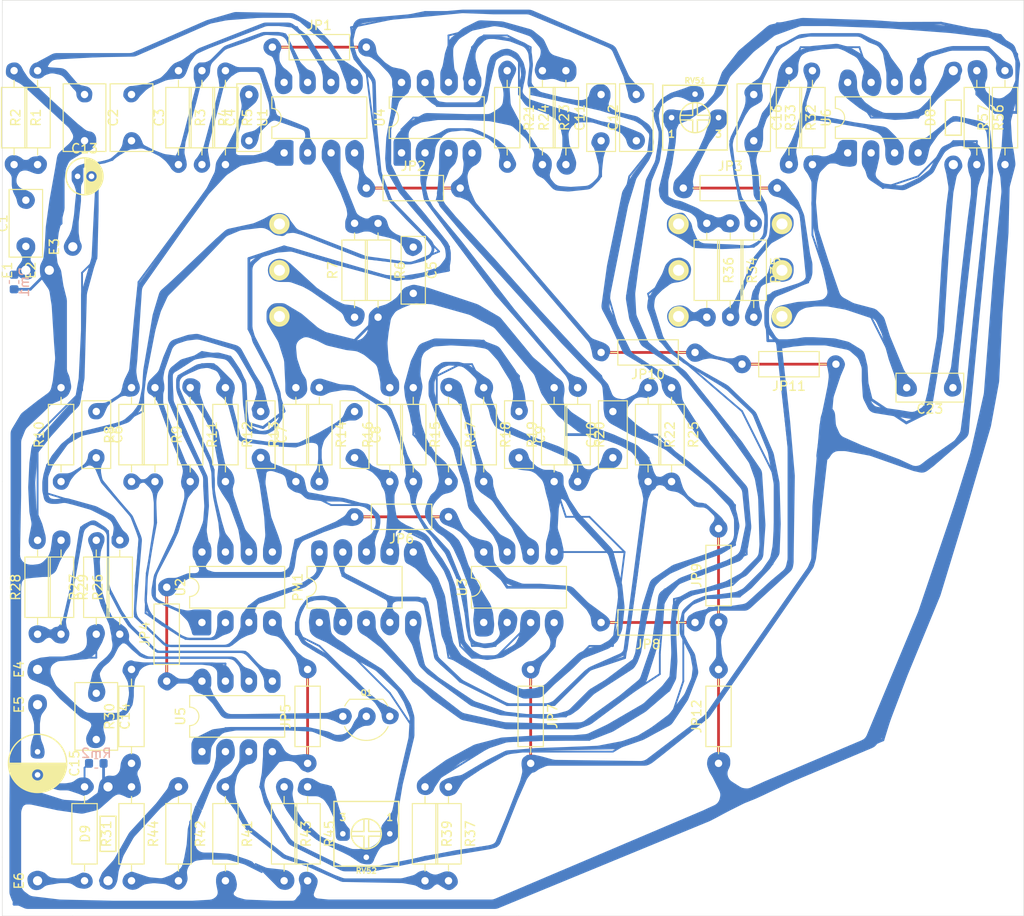
<source format=kicad_pcb>
(kicad_pcb (version 20171130) (host pcbnew "(5.1.4)-1")
  (layers (0 F.Cu signal) (31 B.Cu signal) (34 B.Paste user) (35 F.Paste user) (36 B.SilkS user) (37 F.SilkS user hide) (38 B.Mask user) (39 F.Mask user) (44 Edge.Cuts user))
  (net 0 "")
  (net 1 "Net-(C1-Pad2)")
  (net 2 SEND)
  (net 3 "Net-(C2-Pad1)")
  (net 4 GND)
  (net 5 "Net-(C13-Pad1)")
  (net 6 "Net-(C3-Pad1)")
  (net 7 PHASER_IN)
  (net 8 "Net-(C4-Pad1)")
  (net 9 "Net-(C5-Pad1)")
  (net 10 "Net-(C6-Pad2)")
  (net 11 "Net-(C7-Pad2)")
  (net 12 "Net-(C7-Pad1)")
  (net 13 "Net-(C8-Pad2)")
  (net 14 "Net-(C8-Pad1)")
  (net 15 "Net-(C9-Pad2)")
  (net 16 "Net-(C9-Pad1)")
  (net 17 "Net-(C10-Pad2)")
  (net 18 "Net-(C10-Pad1)")
  (net 19 "Net-(C11-Pad2)")
  (net 20 "Net-(C11-Pad1)")
  (net 21 "Net-(C12-Pad2)")
  (net 22 PHASER_OUT)
  (net 23 "Net-(C13-Pad2)")
  (net 24 "Net-(C14-Pad2)")
  (net 25 "Net-(C14-Pad1)")
  (net 26 "Net-(C15-Pad2)")
  (net 27 "Net-(C16-Pad2)")
  (net 28 "Net-(C16-Pad1)")
  (net 29 "Net-(C23-Pad2)")
  (net 30 "Net-(C23-Pad1)")
  (net 31 "Net-(D8-Pad2)")
  (net 32 VCC)
  (net 33 "Net-(D9-Pad1)")
  (net 34 "Net-(R7-Pad1)")
  (net 35 "Net-(R8-Pad1)")
  (net 36 "Net-(R11-Pad1)")
  (net 37 "Net-(R14-Pad1)")
  (net 38 "Net-(R17-Pad1)")
  (net 39 "Net-(R20-Pad1)")
  (net 40 "Net-(R23-Pad1)")
  (net 41 "Net-(R28-Pad1)")
  (net 42 RETURN)
  (net 43 "Net-(R32-Pad2)")
  (net 44 "Net-(R34-Pad2)")
  (net 45 "Net-(R35-Pad2)")
  (net 46 "Net-(R36-Pad2)")
  (net 47 "Net-(R37-Pad2)")
  (net 48 "Net-(R37-Pad1)")
  (net 49 "Net-(R39-Pad1)")
  (net 50 "Net-(R42-Pad2)")
  (net 51 "Net-(R45-Pad1)")
  (net 52 "Net-(R57-Pad2)")
  (net 53 VSS)
  (net 54 "Net-(PM1-Pad2)")
  (net 55 "Net-(Q1-Pad2)")
  (net 56 "Net-(PM1-Pad1)")
  (net 57 "Net-(C15-Pad1)")
  (module Connectors_Wire_Pads_THT:Wire_Pad_1x01 (layer F.Cu) (at 91.186 139.954)
    (fp_text reference E6 (at -2 0 90) (layer F.SilkS))
    (fp_text value Output)
    (pad 1 thru_hole circle (at 0 0) (size 1.7 1.7) (drill 1) (layers *.Cu *.Mask) (net 42 RETURN))
  )
  (module Connectors_Wire_Pads_THT:Wire_Pad_1x01 (layer F.Cu) (at 91.186 120.904)
    (fp_text reference E5 (at -2 0 90) (layer F.SilkS))
    (fp_text value SW_COM)
    (pad 1 thru_hole circle (at 0 0) (size 1.7 1.7) (drill 1) (layers *.Cu *.Mask) (net 57 "Net-(C15-Pad1)"))
  )
  (module Connectors_Wire_Pads_THT:Wire_Pad_1x01 (layer F.Cu) (at 91.186 117.094)
    (fp_text reference E4 (at -2 0 90) (layer F.SilkS))
    (fp_text value SW_NC)
    (pad 1 thru_hole circle (at 0 0) (size 1.7 1.7) (drill 1) (layers *.Cu *.Mask) (net 24 "Net-(C14-Pad2)"))
  )
  (module Connectors_Wire_Pads_THT:Wire_Pad_1x01 (layer F.Cu) (at 94.996 71.374)
    (fp_text reference E3 (at -2 0 90) (layer F.SilkS))
    (fp_text value SW_NO)
    (pad 1 thru_hole circle (at 0 0) (size 1.7 1.7) (drill 1) (layers *.Cu *.Mask) (net 5 "Net-(C13-Pad1)"))
  )
  (module Connectors_Wire_Pads_THT:Wire_Pad_1x01 (layer F.Cu) (at 92.456 73.914)
    (fp_text reference E2 (at -2 0 90) (layer F.SilkS))
    (fp_text value Ground)
    (pad 1 thru_hole circle (at 0 0) (size 1.7 1.7) (drill 1) (layers *.Cu *.Mask) (net 4 GND))
  )
  (module Connectors_Wire_Pads_THT:Wire_Pad_1x01 (layer F.Cu) (at 89.916 73.914)
    (fp_text reference E1 (at -2 0 90) (layer F.SilkS))
    (fp_text value Input)
    (pad 1 thru_hole circle (at 0 0) (size 1.7 1.7) (drill 1) (layers *.Cu *.Mask) (net 2 SEND))
  )
  (module Capacitors_Electrolytic_THT:10uF_50V_6.3x5x2.5_UMA1H100MDD (layer F.Cu) (at 91.186 127.254 270)
    (fp_text reference C15 (at 0 -4 90) (layer F.SilkS))
    (fp_text value 10u)
    (pad 2 thru_hole circle (at 1.25 0 270) (size 1 1) (drill 0.6) (layers *.Cu *.Mask) (net 26 "Net-(C15-Pad2)"))
    (pad 1 thru_hole rect (at -1.25 0 270) (size 1 1) (drill 0.6) (layers *.Cu *.Mask) (net 57 "Net-(C15-Pad1)"))
  )
  (module Capacitors_Electrolytic_THT:1.0uF_50V_4x5x1.5_UMA1H010MDD (layer F.Cu) (at 96.266 63.754)
    (fp_text reference C13 (at 0 -3) (layer F.SilkS))
    (fp_text value 1u)
    (pad 2 thru_hole circle (at 0.75 0) (size 1 1) (drill 0.6) (layers *.Cu *.Mask) (net 23 "Net-(C13-Pad2)"))
    (pad 1 thru_hole rect (at -0.75 0) (size 1 1) (drill 0.6) (layers *.Cu *.Mask) (net 5 "Net-(C13-Pad1)"))
  )
  (module Transistors_BJT_THT:ON_Semi_2N3904TAR (layer F.Cu) (at 126.746 122.174 180)
    (fp_text reference Q1 (at 0 2.54) (layer F.SilkS) (effects (font (size 0.6 0.6) (thickness 0.127))))
    (fp_text value ON_Semi_2N3904TAR)
    (pad 1 thru_hole circle (at -2.54 0 270) (size 1.6 1.6) (drill 0.8) (layers *.Cu *.Mask) (net 54 "Net-(PM1-Pad2)"))
    (pad 3 thru_hole circle (at 2.54 0 270) (size 1.6 1.6) (drill 0.8) (layers *.Cu *.Mask) (net 32 VCC))
    (pad 2 thru_hole circle (at 0 0 270) (size 1.6 1.6) (drill 0.8) (layers *.Cu *.Mask) (net 55 "Net-(Q1-Pad2)"))
  )
  (module Potentiometers_Trimmers_THT:Bourns_3362P-1-104 (layer F.Cu) (at 126.746 134.874 180)
    (fp_text reference RV52 (at 0 -4) (layer F.SilkS) (effects (font (size 0.6 0.6) (thickness 0.127))))
    (fp_text value 1k)
    (fp_text user 3 (at 2.54 1.778) (layer F.SilkS) (effects (font (size 0.75 0.75))))
    (fp_text user 1 (at -2.54 1.778) (layer F.SilkS) (effects (font (size 0.75 0.75))))
    (pad 2 thru_hole roundrect (at 0 -2.54 180) (size 1.25 1.25) (drill 0.6) (layers *.Cu *.Mask) (net 56 "Net-(PM1-Pad1)"))
    (pad 1 thru_hole roundrect (at -2.54 0 180) (size 1.25 1.25) (drill 0.6) (layers *.Cu *.Mask) (net 56 "Net-(PM1-Pad1)"))
    (pad 3 thru_hole roundrect (at 2.54 0 180) (size 1.25 1.25) (drill 0.6) (layers *.Cu *.Mask) (net 51 "Net-(R45-Pad1)"))
  )
  (module Potentiometers_Trimmers_THT:Bourns_3362P-1-104 (layer F.Cu) (at 162.306 57.404)
    (fp_text reference RV51 (at 0 -4) (layer F.SilkS) (effects (font (size 0.6 0.6) (thickness 0.127))))
    (fp_text value 10k)
    (fp_text user 3 (at 2.54 1.778) (layer F.SilkS) (effects (font (size 0.75 0.75))))
    (fp_text user 1 (at -2.54 1.778) (layer F.SilkS) (effects (font (size 0.75 0.75))))
    (pad 2 thru_hole roundrect (at 0 -2.54) (size 1.25 1.25) (drill 0.6) (layers *.Cu *.Mask) (net 49 "Net-(R39-Pad1)"))
    (pad 1 thru_hole roundrect (at -2.54 0) (size 1.25 1.25) (drill 0.6) (layers *.Cu *.Mask) (net 4 GND))
    (pad 3 thru_hole roundrect (at 2.54 0) (size 1.25 1.25) (drill 0.6) (layers *.Cu *.Mask) (net 32 VCC))
  )
  (module Resistors_THT:R_CF25_P10.16_H (layer F.Cu) (at 164.846 122.174 90)
    (fp_text reference JP12 (at 0 -2.37 90) (layer F.SilkS))
    (fp_text value 0R)
    (pad 2 thru_hole oval (at 5.08 0 90) (size 1.6 1.6) (drill 0.8) (layers *.Cu *.Mask) (net 4 GND))
    (pad 1 thru_hole circle (at -5.08 0 90) (size 1.6 1.6) (drill 0.8) (layers *.Cu *.Mask) (net 4 GND))
  )
  (module Resistors_THT:R_CF25_P10.16_H (layer F.Cu) (at 172.466 84.074 180)
    (fp_text reference JP11 (at 0 -2.37) (layer F.SilkS))
    (fp_text value 0R)
    (pad 2 thru_hole oval (at 5.08 0 180) (size 1.6 1.6) (drill 0.8) (layers *.Cu *.Mask) (net 53 VSS))
    (pad 1 thru_hole circle (at -5.08 0 180) (size 1.6 1.6) (drill 0.8) (layers *.Cu *.Mask) (net 53 VSS))
  )
  (module Resistors_THT:R_CF25_P10.16_H (layer F.Cu) (at 157.226 82.804 180)
    (fp_text reference JP10 (at 0 -2.37) (layer F.SilkS))
    (fp_text value 0R)
    (pad 2 thru_hole oval (at 5.08 0 180) (size 1.6 1.6) (drill 0.8) (layers *.Cu *.Mask) (net 53 VSS))
    (pad 1 thru_hole circle (at -5.08 0 180) (size 1.6 1.6) (drill 0.8) (layers *.Cu *.Mask) (net 53 VSS))
  )
  (module Resistors_THT:R_CF25_P10.16_H (layer F.Cu) (at 164.846 106.934 90)
    (fp_text reference JP9 (at 0 -2.37 90) (layer F.SilkS))
    (fp_text value 0R)
    (pad 2 thru_hole oval (at 5.08 0 90) (size 1.6 1.6) (drill 0.8) (layers *.Cu *.Mask) (net 4 GND))
    (pad 1 thru_hole circle (at -5.08 0 90) (size 1.6 1.6) (drill 0.8) (layers *.Cu *.Mask) (net 4 GND))
  )
  (module Resistors_THT:R_CF25_P10.16_H (layer F.Cu) (at 157.226 112.014 180)
    (fp_text reference JP8 (at 0 -2.37) (layer F.SilkS))
    (fp_text value 0R)
    (pad 2 thru_hole oval (at 5.08 0 180) (size 1.6 1.6) (drill 0.8) (layers *.Cu *.Mask) (net 32 VCC))
    (pad 1 thru_hole circle (at -5.08 0 180) (size 1.6 1.6) (drill 0.8) (layers *.Cu *.Mask) (net 32 VCC))
  )
  (module Resistors_THT:R_CF25_P10.16_H (layer F.Cu) (at 144.526 122.174 270)
    (fp_text reference JP7 (at 0 -2.37 90) (layer F.SilkS))
    (fp_text value 0R)
    (pad 2 thru_hole oval (at 5.08 0 270) (size 1.6 1.6) (drill 0.8) (layers *.Cu *.Mask) (net 53 VSS))
    (pad 1 thru_hole circle (at -5.08 0 270) (size 1.6 1.6) (drill 0.8) (layers *.Cu *.Mask) (net 53 VSS))
  )
  (module Resistors_THT:R_CF25_P10.16_H (layer F.Cu) (at 130.556 100.584 180)
    (fp_text reference JP6 (at 0 -2.37) (layer F.SilkS))
    (fp_text value 0R)
    (pad 2 thru_hole oval (at 5.08 0 180) (size 1.6 1.6) (drill 0.8) (layers *.Cu *.Mask) (net 32 VCC))
    (pad 1 thru_hole circle (at -5.08 0 180) (size 1.6 1.6) (drill 0.8) (layers *.Cu *.Mask) (net 32 VCC))
  )
  (module Resistors_THT:R_CF25_P10.16_H (layer F.Cu) (at 120.396 122.174 90)
    (fp_text reference JP5 (at 0 -2.37 90) (layer F.SilkS))
    (fp_text value 0R)
    (pad 2 thru_hole oval (at 5.08 0 90) (size 1.6 1.6) (drill 0.8) (layers *.Cu *.Mask) (net 53 VSS))
    (pad 1 thru_hole circle (at -5.08 0 90) (size 1.6 1.6) (drill 0.8) (layers *.Cu *.Mask) (net 53 VSS))
  )
  (module Resistors_THT:R_CF25_P10.16_H (layer F.Cu) (at 105.156 113.284 90)
    (fp_text reference JP4 (at 0 -2.37 90) (layer F.SilkS))
    (fp_text value 0R)
    (pad 2 thru_hole oval (at 5.08 0 90) (size 1.6 1.6) (drill 0.8) (layers *.Cu *.Mask) (net 32 VCC))
    (pad 1 thru_hole circle (at -5.08 0 90) (size 1.6 1.6) (drill 0.8) (layers *.Cu *.Mask) (net 32 VCC))
  )
  (module Resistors_THT:R_CF25_P10.16_H (layer F.Cu) (at 166.116 65.024)
    (fp_text reference JP3 (at 0 -2.37) (layer F.SilkS))
    (fp_text value 0R)
    (pad 2 thru_hole oval (at 5.08 0) (size 1.6 1.6) (drill 0.8) (layers *.Cu *.Mask) (net 32 VCC))
    (pad 1 thru_hole circle (at -5.08 0) (size 1.6 1.6) (drill 0.8) (layers *.Cu *.Mask) (net 32 VCC))
  )
  (module Resistors_THT:R_CF25_P10.16_H (layer F.Cu) (at 131.826 65.024)
    (fp_text reference JP2 (at 0 -2.37) (layer F.SilkS))
    (fp_text value 0R)
    (pad 2 thru_hole oval (at 5.08 0) (size 1.6 1.6) (drill 0.8) (layers *.Cu *.Mask) (net 53 VSS))
    (pad 1 thru_hole circle (at -5.08 0) (size 1.6 1.6) (drill 0.8) (layers *.Cu *.Mask) (net 53 VSS))
  )
  (module Resistors_THT:R_CF25_P10.16_H (layer F.Cu) (at 121.666 49.784)
    (fp_text reference JP1 (at 0 -2.37) (layer F.SilkS))
    (fp_text value 0R)
    (pad 2 thru_hole oval (at 5.08 0) (size 1.6 1.6) (drill 0.8) (layers *.Cu *.Mask) (net 32 VCC))
    (pad 1 thru_hole circle (at -5.08 0) (size 1.6 1.6) (drill 0.8) (layers *.Cu *.Mask) (net 32 VCC))
  )
  (module Resistors_THT:R_CC25_P10.16_H (layer F.Cu) (at 195.834 57.404 90)
    (fp_text reference R57 (at 0 -2.37 90) (layer F.SilkS))
    (fp_text value 27k)
    (pad 2 thru_hole oval (at 5.08 0 90) (size 1.6 1.6) (drill 0.8) (layers *.Cu *.Mask) (net 52 "Net-(R57-Pad2)"))
    (pad 1 thru_hole circle (at -5.08 0 90) (size 1.6 1.6) (drill 0.8) (layers *.Cu *.Mask) (net 4 GND))
  )
  (module Resistors_THT:R_CC25_P10.16_H (layer F.Cu) (at 192.786 57.404 270)
    (fp_text reference R56 (at 0 -2.37 90) (layer F.SilkS))
    (fp_text value 100k)
    (pad 2 thru_hole oval (at 5.08 0 270) (size 1.6 1.6) (drill 0.8) (layers *.Cu *.Mask) (net 30 "Net-(C23-Pad1)"))
    (pad 1 thru_hole circle (at -5.08 0 270) (size 1.6 1.6) (drill 0.8) (layers *.Cu *.Mask) (net 4 GND))
  )
  (module Resistors_THT:R_CC25_P10.16_H (layer F.Cu) (at 120.396 134.874 270)
    (fp_text reference R45 (at 0 -2.37 90) (layer F.SilkS))
    (fp_text value 220R)
    (pad 2 thru_hole oval (at 5.08 0 270) (size 1.6 1.6) (drill 0.8) (layers *.Cu *.Mask) (net 4 GND))
    (pad 1 thru_hole circle (at -5.08 0 270) (size 1.6 1.6) (drill 0.8) (layers *.Cu *.Mask) (net 51 "Net-(R45-Pad1)"))
  )
  (module Resistors_THT:R_CC25_P10.16_H (layer F.Cu) (at 101.346 134.874 270)
    (fp_text reference R44 (at 0 -2.37 90) (layer F.SilkS))
    (fp_text value 68k)
    (pad 2 thru_hole oval (at 5.08 0 270) (size 1.6 1.6) (drill 0.8) (layers *.Cu *.Mask) (net 50 "Net-(R42-Pad2)"))
    (pad 1 thru_hole circle (at -5.08 0 270) (size 1.6 1.6) (drill 0.8) (layers *.Cu *.Mask) (net 4 GND))
  )
  (module Resistors_THT:R_CC25_P10.16_H (layer F.Cu) (at 117.856 134.874 270)
    (fp_text reference R43 (at 0 -2.37 90) (layer F.SilkS))
    (fp_text value 220k)
    (pad 2 thru_hole oval (at 5.08 0 270) (size 1.6 1.6) (drill 0.8) (layers *.Cu *.Mask) (net 50 "Net-(R42-Pad2)"))
    (pad 1 thru_hole circle (at -5.08 0 270) (size 1.6 1.6) (drill 0.8) (layers *.Cu *.Mask) (net 56 "Net-(PM1-Pad1)"))
  )
  (module Resistors_THT:R_CC25_P10.16_H (layer F.Cu) (at 106.426 134.874 270)
    (fp_text reference R42 (at 0 -2.37 90) (layer F.SilkS))
    (fp_text value 10k)
    (pad 2 thru_hole oval (at 5.08 0 270) (size 1.6 1.6) (drill 0.8) (layers *.Cu *.Mask) (net 50 "Net-(R42-Pad2)"))
    (pad 1 thru_hole circle (at -5.08 0 270) (size 1.6 1.6) (drill 0.8) (layers *.Cu *.Mask) (net 33 "Net-(D9-Pad1)"))
  )
  (module Resistors_THT:R_CC25_P10.16_H (layer F.Cu) (at 111.506 134.874 270)
    (fp_text reference R41 (at 0 -2.37 90) (layer F.SilkS))
    (fp_text value 3k3)
    (pad 2 thru_hole oval (at 5.08 0 270) (size 1.6 1.6) (drill 0.8) (layers *.Cu *.Mask) (net 4 GND))
    (pad 1 thru_hole circle (at -5.08 0 270) (size 1.6 1.6) (drill 0.8) (layers *.Cu *.Mask) (net 47 "Net-(R37-Pad2)"))
  )
  (module Resistors_THT:R_CC25_P10.16_H (layer F.Cu) (at 133.096 134.874 270)
    (fp_text reference R39 (at 0 -2.37 90) (layer F.SilkS))
    (fp_text value 47k)
    (pad 2 thru_hole oval (at 5.08 0 270) (size 1.6 1.6) (drill 0.8) (layers *.Cu *.Mask) (net 47 "Net-(R37-Pad2)"))
    (pad 1 thru_hole circle (at -5.08 0 270) (size 1.6 1.6) (drill 0.8) (layers *.Cu *.Mask) (net 49 "Net-(R39-Pad1)"))
  )
  (module Resistors_THT:R_CC25_P10.16_H (layer F.Cu) (at 135.636 134.874 270)
    (fp_text reference R37 (at 0 -2.37 90) (layer F.SilkS))
    (fp_text value 82k)
    (pad 2 thru_hole oval (at 5.08 0 270) (size 1.6 1.6) (drill 0.8) (layers *.Cu *.Mask) (net 47 "Net-(R37-Pad2)"))
    (pad 1 thru_hole circle (at -5.08 0 270) (size 1.6 1.6) (drill 0.8) (layers *.Cu *.Mask) (net 48 "Net-(R37-Pad1)"))
  )
  (module Resistors_THT:R_CC25_P10.16_H (layer F.Cu) (at 163.576 73.914 270)
    (fp_text reference R36 (at 0 -2.37 90) (layer F.SilkS))
    (fp_text value 560R)
    (pad 2 thru_hole oval (at 5.08 0 270) (size 1.6 1.6) (drill 0.8) (layers *.Cu *.Mask) (net 46 "Net-(R36-Pad2)"))
    (pad 1 thru_hole circle (at -5.08 0 270) (size 1.6 1.6) (drill 0.8) (layers *.Cu *.Mask) (net 4 GND))
  )
  (module Resistors_THT:R_CC25_P10.16_H (layer F.Cu) (at 168.656 73.914 270)
    (fp_text reference R35 (at 0 -2.37 90) (layer F.SilkS))
    (fp_text value 27k)
    (pad 2 thru_hole oval (at 5.08 0 270) (size 1.6 1.6) (drill 0.8) (layers *.Cu *.Mask) (net 45 "Net-(R35-Pad2)"))
    (pad 1 thru_hole circle (at -5.08 0 270) (size 1.6 1.6) (drill 0.8) (layers *.Cu *.Mask) (net 28 "Net-(C16-Pad1)"))
  )
  (module Resistors_THT:R_CC25_P10.16_H (layer F.Cu) (at 166.116 73.914 270)
    (fp_text reference R34 (at 0 -2.37 90) (layer F.SilkS))
    (fp_text value 82R)
    (pad 2 thru_hole oval (at 5.08 0 270) (size 1.6 1.6) (drill 0.8) (layers *.Cu *.Mask) (net 44 "Net-(R34-Pad2)"))
    (pad 1 thru_hole circle (at -5.08 0 270) (size 1.6 1.6) (drill 0.8) (layers *.Cu *.Mask) (net 4 GND))
  )
  (module Resistors_THT:R_CC25_P10.16_H (layer F.Cu) (at 175.006 57.404 90)
    (fp_text reference R33 (at 0 -2.37 90) (layer F.SilkS))
    (fp_text value 56k)
    (pad 2 thru_hole oval (at 5.08 0 90) (size 1.6 1.6) (drill 0.8) (layers *.Cu *.Mask) (net 43 "Net-(R32-Pad2)"))
    (pad 1 thru_hole circle (at -5.08 0 90) (size 1.6 1.6) (drill 0.8) (layers *.Cu *.Mask) (net 29 "Net-(C23-Pad2)"))
  )
  (module Resistors_THT:R_CC25_P10.16_H (layer F.Cu) (at 172.466 57.404 270)
    (fp_text reference R32 (at 0 -2.37 90) (layer F.SilkS))
    (fp_text value 47k)
    (pad 2 thru_hole oval (at 5.08 0 270) (size 1.6 1.6) (drill 0.8) (layers *.Cu *.Mask) (net 43 "Net-(R32-Pad2)"))
    (pad 1 thru_hole circle (at -5.08 0 270) (size 1.6 1.6) (drill 0.8) (layers *.Cu *.Mask) (net 27 "Net-(C16-Pad2)"))
  )
  (module Resistors_THT:R_CC25_P10.16_H (layer F.Cu) (at 96.266 134.874 270)
    (fp_text reference R31 (at 0 -2.37 90) (layer F.SilkS))
    (fp_text value 560R)
    (pad 2 thru_hole oval (at 5.08 0 270) (size 1.6 1.6) (drill 0.8) (layers *.Cu *.Mask) (net 42 RETURN))
    (pad 1 thru_hole circle (at -5.08 0 270) (size 1.6 1.6) (drill 0.8) (layers *.Cu *.Mask) (net 26 "Net-(C15-Pad2)"))
  )
  (module Resistors_THT:R_CC25_P10.16_H (layer F.Cu) (at 101.346 122.174 90)
    (fp_text reference R30 (at 0 -2.37 90) (layer F.SilkS))
    (fp_text value 27k)
    (pad 2 thru_hole oval (at 5.08 0 90) (size 1.6 1.6) (drill 0.8) (layers *.Cu *.Mask) (net 24 "Net-(C14-Pad2)"))
    (pad 1 thru_hole circle (at -5.08 0 90) (size 1.6 1.6) (drill 0.8) (layers *.Cu *.Mask) (net 4 GND))
  )
  (module Resistors_THT:R_CC25_P10.16_H (layer F.Cu) (at 93.726 108.204 270)
    (fp_text reference R29 (at 0 -2.37 90) (layer F.SilkS))
    (fp_text value 8k2)
    (pad 2 thru_hole oval (at 5.08 0 270) (size 1.6 1.6) (drill 0.8) (layers *.Cu *.Mask) (net 41 "Net-(R28-Pad1)"))
    (pad 1 thru_hole circle (at -5.08 0 270) (size 1.6 1.6) (drill 0.8) (layers *.Cu *.Mask) (net 4 GND))
  )
  (module Resistors_THT:R_CC25_P10.16_H (layer F.Cu) (at 91.186 108.204 90)
    (fp_text reference R28 (at 0 -2.37 90) (layer F.SilkS))
    (fp_text value 10k)
    (pad 2 thru_hole oval (at 5.08 0 90) (size 1.6 1.6) (drill 0.8) (layers *.Cu *.Mask) (net 23 "Net-(C13-Pad2)"))
    (pad 1 thru_hole circle (at -5.08 0 90) (size 1.6 1.6) (drill 0.8) (layers *.Cu *.Mask) (net 41 "Net-(R28-Pad1)"))
  )
  (module Resistors_THT:R_CC25_P10.16_H (layer F.Cu) (at 97.536 108.204 90)
    (fp_text reference R27 (at 0 -2.37 90) (layer F.SilkS))
    (fp_text value 8k2)
    (pad 2 thru_hole oval (at 5.08 0 90) (size 1.6 1.6) (drill 0.8) (layers *.Cu *.Mask) (net 25 "Net-(C14-Pad1)"))
    (pad 1 thru_hole circle (at -5.08 0 90) (size 1.6 1.6) (drill 0.8) (layers *.Cu *.Mask) (net 24 "Net-(C14-Pad2)"))
  )
  (module Resistors_THT:R_CC25_P10.16_H (layer F.Cu) (at 100.076 108.204 90)
    (fp_text reference R26 (at 0 -2.37 90) (layer F.SilkS))
    (fp_text value 10k)
    (pad 2 thru_hole oval (at 5.08 0 90) (size 1.6 1.6) (drill 0.8) (layers *.Cu *.Mask) (net 21 "Net-(C12-Pad2)"))
    (pad 1 thru_hole circle (at -5.08 0 90) (size 1.6 1.6) (drill 0.8) (layers *.Cu *.Mask) (net 25 "Net-(C14-Pad1)"))
  )
  (module Resistors_THT:R_CC25_P10.16_H (layer F.Cu) (at 159.766 91.694 270)
    (fp_text reference R25 (at 0 -2.37 90) (layer F.SilkS))
    (fp_text value 220k)
    (pad 2 thru_hole oval (at 5.08 0 270) (size 1.6 1.6) (drill 0.8) (layers *.Cu *.Mask) (net 4 GND))
    (pad 1 thru_hole circle (at -5.08 0 270) (size 1.6 1.6) (drill 0.8) (layers *.Cu *.Mask) (net 19 "Net-(C11-Pad2)"))
  )
  (module Resistors_THT:R_CC25_P10.16_H (layer F.Cu) (at 148.336 57.404 90)
    (fp_text reference R24 (at 0 -2.37 90) (layer F.SilkS))
    (fp_text value 4k7)
    (pad 2 thru_hole oval (at 5.08 0 90) (size 1.6 1.6) (drill 0.8) (layers *.Cu *.Mask) (net 40 "Net-(R23-Pad1)"))
    (pad 1 thru_hole circle (at -5.08 0 90) (size 1.6 1.6) (drill 0.8) (layers *.Cu *.Mask) (net 22 PHASER_OUT))
  )
  (module Resistors_THT:R_CC25_P10.16_H (layer F.Cu) (at 145.796 57.404 270)
    (fp_text reference R23 (at 0 -2.37 90) (layer F.SilkS))
    (fp_text value 4k7)
    (pad 2 thru_hole oval (at 5.08 0 270) (size 1.6 1.6) (drill 0.8) (layers *.Cu *.Mask) (net 20 "Net-(C11-Pad1)"))
    (pad 1 thru_hole circle (at -5.08 0 270) (size 1.6 1.6) (drill 0.8) (layers *.Cu *.Mask) (net 40 "Net-(R23-Pad1)"))
  )
  (module Resistors_THT:R_CC25_P10.16_H (layer F.Cu) (at 157.226 91.694 270)
    (fp_text reference R22 (at 0 -2.37 90) (layer F.SilkS))
    (fp_text value 220k)
    (pad 2 thru_hole oval (at 5.08 0 270) (size 1.6 1.6) (drill 0.8) (layers *.Cu *.Mask) (net 4 GND))
    (pad 1 thru_hole circle (at -5.08 0 270) (size 1.6 1.6) (drill 0.8) (layers *.Cu *.Mask) (net 17 "Net-(C10-Pad2)"))
  )
  (module Resistors_THT:R_CC25_P10.16_H (layer F.Cu) (at 141.986 57.404 270)
    (fp_text reference R21 (at 0 -2.37 90) (layer F.SilkS))
    (fp_text value 4k7)
    (pad 2 thru_hole oval (at 5.08 0 270) (size 1.6 1.6) (drill 0.8) (layers *.Cu *.Mask) (net 39 "Net-(R20-Pad1)"))
    (pad 1 thru_hole circle (at -5.08 0 270) (size 1.6 1.6) (drill 0.8) (layers *.Cu *.Mask) (net 20 "Net-(C11-Pad1)"))
  )
  (module Resistors_THT:R_CC25_P10.16_H (layer F.Cu) (at 149.606 91.694 270)
    (fp_text reference R20 (at 0 -2.37 90) (layer F.SilkS))
    (fp_text value 4k7)
    (pad 2 thru_hole oval (at 5.08 0 270) (size 1.6 1.6) (drill 0.8) (layers *.Cu *.Mask) (net 18 "Net-(C10-Pad1)"))
    (pad 1 thru_hole circle (at -5.08 0 270) (size 1.6 1.6) (drill 0.8) (layers *.Cu *.Mask) (net 39 "Net-(R20-Pad1)"))
  )
  (module Resistors_THT:R_CC25_P10.16_H (layer F.Cu) (at 147.066 91.694 90)
    (fp_text reference R19 (at 0 -2.37 90) (layer F.SilkS))
    (fp_text value 220k)
    (pad 2 thru_hole oval (at 5.08 0 90) (size 1.6 1.6) (drill 0.8) (layers *.Cu *.Mask) (net 4 GND))
    (pad 1 thru_hole circle (at -5.08 0 90) (size 1.6 1.6) (drill 0.8) (layers *.Cu *.Mask) (net 15 "Net-(C9-Pad2)"))
  )
  (module Resistors_THT:R_CC25_P10.16_H (layer F.Cu) (at 139.446 91.694 270)
    (fp_text reference R18 (at 0 -2.37 90) (layer F.SilkS))
    (fp_text value 4k7)
    (pad 2 thru_hole oval (at 5.08 0 270) (size 1.6 1.6) (drill 0.8) (layers *.Cu *.Mask) (net 38 "Net-(R17-Pad1)"))
    (pad 1 thru_hole circle (at -5.08 0 270) (size 1.6 1.6) (drill 0.8) (layers *.Cu *.Mask) (net 18 "Net-(C10-Pad1)"))
  )
  (module Resistors_THT:R_CC25_P10.16_H (layer F.Cu) (at 135.636 91.694 270)
    (fp_text reference R17 (at 0 -2.37 90) (layer F.SilkS))
    (fp_text value 4k7)
    (pad 2 thru_hole oval (at 5.08 0 270) (size 1.6 1.6) (drill 0.8) (layers *.Cu *.Mask) (net 16 "Net-(C9-Pad1)"))
    (pad 1 thru_hole circle (at -5.08 0 270) (size 1.6 1.6) (drill 0.8) (layers *.Cu *.Mask) (net 38 "Net-(R17-Pad1)"))
  )
  (module Resistors_THT:R_CC25_P10.16_H (layer F.Cu) (at 129.286 91.694 90)
    (fp_text reference R16 (at 0 -2.37 90) (layer F.SilkS))
    (fp_text value 220k)
    (pad 2 thru_hole oval (at 5.08 0 90) (size 1.6 1.6) (drill 0.8) (layers *.Cu *.Mask) (net 4 GND))
    (pad 1 thru_hole circle (at -5.08 0 90) (size 1.6 1.6) (drill 0.8) (layers *.Cu *.Mask) (net 13 "Net-(C8-Pad2)"))
  )
  (module Resistors_THT:R_CC25_P10.16_H (layer F.Cu) (at 131.826 91.694 270)
    (fp_text reference R15 (at 0 -2.37 90) (layer F.SilkS))
    (fp_text value 4k7)
    (pad 2 thru_hole oval (at 5.08 0 270) (size 1.6 1.6) (drill 0.8) (layers *.Cu *.Mask) (net 37 "Net-(R14-Pad1)"))
    (pad 1 thru_hole circle (at -5.08 0 270) (size 1.6 1.6) (drill 0.8) (layers *.Cu *.Mask) (net 16 "Net-(C9-Pad1)"))
  )
  (module Resistors_THT:R_CC25_P10.16_H (layer F.Cu) (at 121.666 91.694 270)
    (fp_text reference R14 (at 0 -2.37 90) (layer F.SilkS))
    (fp_text value 4k7)
    (pad 2 thru_hole oval (at 5.08 0 270) (size 1.6 1.6) (drill 0.8) (layers *.Cu *.Mask) (net 14 "Net-(C8-Pad1)"))
    (pad 1 thru_hole circle (at -5.08 0 270) (size 1.6 1.6) (drill 0.8) (layers *.Cu *.Mask) (net 37 "Net-(R14-Pad1)"))
  )
  (module Resistors_THT:R_CC25_P10.16_H (layer F.Cu) (at 119.126 91.694 90)
    (fp_text reference R13 (at 0 -2.37 90) (layer F.SilkS))
    (fp_text value 220k)
    (pad 2 thru_hole oval (at 5.08 0 90) (size 1.6 1.6) (drill 0.8) (layers *.Cu *.Mask) (net 4 GND))
    (pad 1 thru_hole circle (at -5.08 0 90) (size 1.6 1.6) (drill 0.8) (layers *.Cu *.Mask) (net 11 "Net-(C7-Pad2)"))
  )
  (module Resistors_THT:R_CC25_P10.16_H (layer F.Cu) (at 111.506 91.694 270)
    (fp_text reference R12 (at 0 -2.37 90) (layer F.SilkS))
    (fp_text value 4k7)
    (pad 2 thru_hole oval (at 5.08 0 270) (size 1.6 1.6) (drill 0.8) (layers *.Cu *.Mask) (net 36 "Net-(R11-Pad1)"))
    (pad 1 thru_hole circle (at -5.08 0 270) (size 1.6 1.6) (drill 0.8) (layers *.Cu *.Mask) (net 14 "Net-(C8-Pad1)"))
  )
  (module Resistors_THT:R_CC25_P10.16_H (layer F.Cu) (at 107.696 91.694 270)
    (fp_text reference R11 (at 0 -2.37 90) (layer F.SilkS))
    (fp_text value 4k7)
    (pad 2 thru_hole oval (at 5.08 0 270) (size 1.6 1.6) (drill 0.8) (layers *.Cu *.Mask) (net 12 "Net-(C7-Pad1)"))
    (pad 1 thru_hole circle (at -5.08 0 270) (size 1.6 1.6) (drill 0.8) (layers *.Cu *.Mask) (net 36 "Net-(R11-Pad1)"))
  )
  (module Resistors_THT:R_CC25_P10.16_H (layer F.Cu) (at 93.726 91.694 90)
    (fp_text reference R10 (at 0 -2.37 90) (layer F.SilkS))
    (fp_text value 220k)
    (pad 2 thru_hole oval (at 5.08 0 90) (size 1.6 1.6) (drill 0.8) (layers *.Cu *.Mask) (net 4 GND))
    (pad 1 thru_hole circle (at -5.08 0 90) (size 1.6 1.6) (drill 0.8) (layers *.Cu *.Mask) (net 10 "Net-(C6-Pad2)"))
  )
  (module Resistors_THT:R_CC25_P10.16_H (layer F.Cu) (at 103.886 91.694 270)
    (fp_text reference R9 (at 0 -2.37 90) (layer F.SilkS))
    (fp_text value 4k7)
    (pad 2 thru_hole oval (at 5.08 0 270) (size 1.6 1.6) (drill 0.8) (layers *.Cu *.Mask) (net 35 "Net-(R8-Pad1)"))
    (pad 1 thru_hole circle (at -5.08 0 270) (size 1.6 1.6) (drill 0.8) (layers *.Cu *.Mask) (net 12 "Net-(C7-Pad1)"))
  )
  (module Resistors_THT:R_CC25_P10.16_H (layer F.Cu) (at 101.346 91.694 90)
    (fp_text reference R8 (at 0 -2.37 90) (layer F.SilkS))
    (fp_text value 4k7)
    (pad 2 thru_hole oval (at 5.08 0 90) (size 1.6 1.6) (drill 0.8) (layers *.Cu *.Mask) (net 7 PHASER_IN))
    (pad 1 thru_hole circle (at -5.08 0 90) (size 1.6 1.6) (drill 0.8) (layers *.Cu *.Mask) (net 35 "Net-(R8-Pad1)"))
  )
  (module Resistors_THT:R_CC25_P10.16_H (layer F.Cu) (at 125.476 73.914 90)
    (fp_text reference R7 (at 0 -2.37 90) (layer F.SilkS))
    (fp_text value 8k2)
    (pad 2 thru_hole oval (at 5.08 0 90) (size 1.6 1.6) (drill 0.8) (layers *.Cu *.Mask) (net 9 "Net-(C5-Pad1)"))
    (pad 1 thru_hole circle (at -5.08 0 90) (size 1.6 1.6) (drill 0.8) (layers *.Cu *.Mask) (net 34 "Net-(R7-Pad1)"))
  )
  (module Resistors_THT:R_CC25_P10.16_H (layer F.Cu) (at 128.016 73.914 270)
    (fp_text reference R6 (at 0 -2.37 90) (layer F.SilkS))
    (fp_text value 4k7)
    (pad 2 thru_hole oval (at 5.08 0 270) (size 1.6 1.6) (drill 0.8) (layers *.Cu *.Mask) (net 4 GND))
    (pad 1 thru_hole circle (at -5.08 0 270) (size 1.6 1.6) (drill 0.8) (layers *.Cu *.Mask) (net 9 "Net-(C5-Pad1)"))
  )
  (module Resistors_THT:R_CC25_P10.16_H (layer F.Cu) (at 111.506 57.404 270)
    (fp_text reference R5 (at 0 -2.37 90) (layer F.SilkS))
    (fp_text value 4k7)
    (pad 2 thru_hole oval (at 5.08 0 270) (size 1.6 1.6) (drill 0.8) (layers *.Cu *.Mask) (net 7 PHASER_IN))
    (pad 1 thru_hole circle (at -5.08 0 270) (size 1.6 1.6) (drill 0.8) (layers *.Cu *.Mask) (net 8 "Net-(C4-Pad1)"))
  )
  (module Resistors_THT:R_CC25_P10.16_H (layer F.Cu) (at 108.966 57.404 270)
    (fp_text reference R4 (at 0 -2.37 90) (layer F.SilkS))
    (fp_text value 4k7)
    (pad 2 thru_hole oval (at 5.08 0 270) (size 1.6 1.6) (drill 0.8) (layers *.Cu *.Mask) (net 8 "Net-(C4-Pad1)"))
    (pad 1 thru_hole circle (at -5.08 0 270) (size 1.6 1.6) (drill 0.8) (layers *.Cu *.Mask) (net 5 "Net-(C13-Pad1)"))
  )
  (module Resistors_THT:R_CC25_P10.16_H (layer F.Cu) (at 106.426 57.404 270)
    (fp_text reference R3 (at 0 -2.37 90) (layer F.SilkS))
    (fp_text value 390k)
    (pad 2 thru_hole oval (at 5.08 0 270) (size 1.6 1.6) (drill 0.8) (layers *.Cu *.Mask) (net 5 "Net-(C13-Pad1)"))
    (pad 1 thru_hole circle (at -5.08 0 270) (size 1.6 1.6) (drill 0.8) (layers *.Cu *.Mask) (net 6 "Net-(C3-Pad1)"))
  )
  (module Resistors_THT:R_CC25_P10.16_H (layer F.Cu) (at 91.186 57.404 90)
    (fp_text reference R2 (at 0 -2.37 90) (layer F.SilkS))
    (fp_text value 3k9)
    (pad 2 thru_hole oval (at 5.08 0 90) (size 1.6 1.6) (drill 0.8) (layers *.Cu *.Mask) (net 3 "Net-(C2-Pad1)"))
    (pad 1 thru_hole circle (at -5.08 0 90) (size 1.6 1.6) (drill 0.8) (layers *.Cu *.Mask) (net 1 "Net-(C1-Pad2)"))
  )
  (module Resistors_THT:R_CC25_P10.16_H (layer F.Cu) (at 88.646 57.404 270)
    (fp_text reference R1 (at 0 -2.37 90) (layer F.SilkS))
    (fp_text value 390k)
    (pad 2 thru_hole oval (at 5.08 0 270) (size 1.6 1.6) (drill 0.8) (layers *.Cu *.Mask) (net 1 "Net-(C1-Pad2)"))
    (pad 1 thru_hole circle (at -5.08 0 270) (size 1.6 1.6) (drill 0.8) (layers *.Cu *.Mask) (net 4 GND))
  )
  (module Various:Photomodule (layer F.Cu) (at 125.476 108.204 90)
    (fp_text reference PM1 (at 0 -6.14 90) (layer F.SilkS))
    (fp_text value Photomodule)
    (pad 6 thru_hole oval (at 3.81 6.35 90) (size 2.4 1.6) (drill 0.8) (layers *.Cu *.Mask) (net 15 "Net-(C9-Pad2)"))
    (pad 5 thru_hole oval (at -3.81 6.35 90) (size 2.4 1.6) (drill 0.8) (layers *.Cu *.Mask) (net 17 "Net-(C10-Pad2)"))
    (pad 10 thru_hole oval (at 3.81 -3.81 90) (size 2.4 1.6) (drill 0.8) (layers *.Cu *.Mask) (net 10 "Net-(C6-Pad2)"))
    (pad 4 thru_hole oval (at -3.81 3.81 90) (size 2.4 1.6) (drill 0.8) (layers *.Cu *.Mask) (net 4 GND))
    (pad 9 thru_hole oval (at 3.81 -1.27 90) (size 2.4 1.6) (drill 0.8) (layers *.Cu *.Mask) (net 4 GND))
    (pad 3 thru_hole oval (at -3.81 1.27 90) (size 2.4 1.6) (drill 0.8) (layers *.Cu *.Mask) (net 19 "Net-(C11-Pad2)"))
    (pad 8 thru_hole oval (at 3.81 1.27 90) (size 2.4 1.6) (drill 0.8) (layers *.Cu *.Mask) (net 11 "Net-(C7-Pad2)"))
    (pad 2 thru_hole oval (at -3.81 -1.27 90) (size 2.4 1.6) (drill 0.8) (layers *.Cu *.Mask) (net 54 "Net-(PM1-Pad2)"))
    (pad 7 thru_hole oval (at 3.81 3.81 90) (size 2.4 1.6) (drill 0.8) (layers *.Cu *.Mask) (net 13 "Net-(C8-Pad2)"))
    (pad 1 thru_hole rect (at -3.81 -3.81 90) (size 2.4 1.6) (drill 0.8) (layers *.Cu *.Mask) (net 56 "Net-(PM1-Pad1)"))
  )
  (module Amplifiers_Operational_THT:Texas_Instruments_RC4558P (layer F.Cu) (at 134.366 57.404 90)
    (fp_text reference U4 (at 0 -6.14 90) (layer F.SilkS))
    (fp_text value 4558)
    (pad 1 thru_hole rect (at -3.81 -3.81 90) (size 2.4 1.6) (drill 0.8) (layers *.Cu *.Mask) (net 20 "Net-(C11-Pad1)"))
    (pad 5 thru_hole oval (at 3.81 3.81 90) (size 2.4 1.6) (drill 0.8) (layers *.Cu *.Mask) (net 19 "Net-(C11-Pad2)"))
    (pad 2 thru_hole oval (at -3.81 -1.27 90) (size 2.4 1.6) (drill 0.8) (layers *.Cu *.Mask) (net 39 "Net-(R20-Pad1)"))
    (pad 6 thru_hole oval (at 3.81 1.27 90) (size 2.4 1.6) (drill 0.8) (layers *.Cu *.Mask) (net 40 "Net-(R23-Pad1)"))
    (pad 3 thru_hole oval (at -3.81 1.27 90) (size 2.4 1.6) (drill 0.8) (layers *.Cu *.Mask) (net 17 "Net-(C10-Pad2)"))
    (pad 7 thru_hole oval (at 3.81 -1.27 90) (size 2.4 1.6) (drill 0.8) (layers *.Cu *.Mask) (net 22 PHASER_OUT))
    (pad 4 thru_hole oval (at -3.81 3.81 90) (size 2.4 1.6) (drill 0.8) (layers *.Cu *.Mask) (net 53 VSS))
    (pad 8 thru_hole oval (at 3.81 -3.81 90) (size 2.4 1.6) (drill 0.8) (layers *.Cu *.Mask) (net 32 VCC))
  )
  (module Amplifiers_Operational_THT:Texas_Instruments_RC4558P (layer F.Cu) (at 143.256 108.204 90)
    (fp_text reference U3 (at 0 -6.14 90) (layer F.SilkS))
    (fp_text value 4558)
    (pad 1 thru_hole rect (at -3.81 -3.81 90) (size 2.4 1.6) (drill 0.8) (layers *.Cu *.Mask) (net 16 "Net-(C9-Pad1)"))
    (pad 5 thru_hole oval (at 3.81 3.81 90) (size 2.4 1.6) (drill 0.8) (layers *.Cu *.Mask) (net 15 "Net-(C9-Pad2)"))
    (pad 2 thru_hole oval (at -3.81 -1.27 90) (size 2.4 1.6) (drill 0.8) (layers *.Cu *.Mask) (net 37 "Net-(R14-Pad1)"))
    (pad 6 thru_hole oval (at 3.81 1.27 90) (size 2.4 1.6) (drill 0.8) (layers *.Cu *.Mask) (net 38 "Net-(R17-Pad1)"))
    (pad 3 thru_hole oval (at -3.81 1.27 90) (size 2.4 1.6) (drill 0.8) (layers *.Cu *.Mask) (net 13 "Net-(C8-Pad2)"))
    (pad 7 thru_hole oval (at 3.81 -1.27 90) (size 2.4 1.6) (drill 0.8) (layers *.Cu *.Mask) (net 18 "Net-(C10-Pad1)"))
    (pad 4 thru_hole oval (at -3.81 3.81 90) (size 2.4 1.6) (drill 0.8) (layers *.Cu *.Mask) (net 53 VSS))
    (pad 8 thru_hole oval (at 3.81 -3.81 90) (size 2.4 1.6) (drill 0.8) (layers *.Cu *.Mask) (net 32 VCC))
  )
  (module Amplifiers_Operational_THT:Texas_Instruments_RC4558P (layer F.Cu) (at 112.776 108.204 90)
    (fp_text reference U2 (at 0 -6.14 90) (layer F.SilkS))
    (fp_text value 4558)
    (pad 1 thru_hole rect (at -3.81 -3.81 90) (size 2.4 1.6) (drill 0.8) (layers *.Cu *.Mask) (net 12 "Net-(C7-Pad1)"))
    (pad 5 thru_hole oval (at 3.81 3.81 90) (size 2.4 1.6) (drill 0.8) (layers *.Cu *.Mask) (net 11 "Net-(C7-Pad2)"))
    (pad 2 thru_hole oval (at -3.81 -1.27 90) (size 2.4 1.6) (drill 0.8) (layers *.Cu *.Mask) (net 35 "Net-(R8-Pad1)"))
    (pad 6 thru_hole oval (at 3.81 1.27 90) (size 2.4 1.6) (drill 0.8) (layers *.Cu *.Mask) (net 36 "Net-(R11-Pad1)"))
    (pad 3 thru_hole oval (at -3.81 1.27 90) (size 2.4 1.6) (drill 0.8) (layers *.Cu *.Mask) (net 10 "Net-(C6-Pad2)"))
    (pad 7 thru_hole oval (at 3.81 -1.27 90) (size 2.4 1.6) (drill 0.8) (layers *.Cu *.Mask) (net 14 "Net-(C8-Pad1)"))
    (pad 4 thru_hole oval (at -3.81 3.81 90) (size 2.4 1.6) (drill 0.8) (layers *.Cu *.Mask) (net 53 VSS))
    (pad 8 thru_hole oval (at 3.81 -3.81 90) (size 2.4 1.6) (drill 0.8) (layers *.Cu *.Mask) (net 32 VCC))
  )
  (module Amplifiers_Operational_THT:Texas_Instruments_RC4558P (layer F.Cu) (at 182.626 57.404 90)
    (fp_text reference U6 (at 0 -6.14 90) (layer F.SilkS))
    (fp_text value 4558)
    (pad 1 thru_hole rect (at -3.81 -3.81 90) (size 2.4 1.6) (drill 0.8) (layers *.Cu *.Mask) (net 29 "Net-(C23-Pad2)"))
    (pad 5 thru_hole oval (at 3.81 3.81 90) (size 2.4 1.6) (drill 0.8) (layers *.Cu *.Mask) (net 52 "Net-(R57-Pad2)"))
    (pad 2 thru_hole oval (at -3.81 -1.27 90) (size 2.4 1.6) (drill 0.8) (layers *.Cu *.Mask) (net 30 "Net-(C23-Pad1)"))
    (pad 6 thru_hole oval (at 3.81 1.27 90) (size 2.4 1.6) (drill 0.8) (layers *.Cu *.Mask) (net 28 "Net-(C16-Pad1)"))
    (pad 3 thru_hole oval (at -3.81 1.27 90) (size 2.4 1.6) (drill 0.8) (layers *.Cu *.Mask) (net 43 "Net-(R32-Pad2)"))
    (pad 7 thru_hole oval (at 3.81 -1.27 90) (size 2.4 1.6) (drill 0.8) (layers *.Cu *.Mask) (net 27 "Net-(C16-Pad2)"))
    (pad 4 thru_hole oval (at -3.81 3.81 90) (size 2.4 1.6) (drill 0.8) (layers *.Cu *.Mask) (net 53 VSS))
    (pad 8 thru_hole oval (at 3.81 -3.81 90) (size 2.4 1.6) (drill 0.8) (layers *.Cu *.Mask) (net 31 "Net-(D8-Pad2)"))
  )
  (module Amplifiers_Operational_THT:Texas_Instruments_RC4558P (layer F.Cu) (at 112.776 122.174 90)
    (fp_text reference U5 (at 0 -6.14 90) (layer F.SilkS))
    (fp_text value 4558)
    (pad 1 thru_hole rect (at -3.81 -3.81 90) (size 2.4 1.6) (drill 0.8) (layers *.Cu *.Mask) (net 55 "Net-(Q1-Pad2)"))
    (pad 5 thru_hole oval (at 3.81 3.81 90) (size 2.4 1.6) (drill 0.8) (layers *.Cu *.Mask) (net 41 "Net-(R28-Pad1)"))
    (pad 2 thru_hole oval (at -3.81 -1.27 90) (size 2.4 1.6) (drill 0.8) (layers *.Cu *.Mask) (net 50 "Net-(R42-Pad2)"))
    (pad 6 thru_hole oval (at 3.81 1.27 90) (size 2.4 1.6) (drill 0.8) (layers *.Cu *.Mask) (net 25 "Net-(C14-Pad1)"))
    (pad 3 thru_hole oval (at -3.81 1.27 90) (size 2.4 1.6) (drill 0.8) (layers *.Cu *.Mask) (net 47 "Net-(R37-Pad2)"))
    (pad 7 thru_hole oval (at 3.81 -1.27 90) (size 2.4 1.6) (drill 0.8) (layers *.Cu *.Mask) (net 24 "Net-(C14-Pad2)"))
    (pad 4 thru_hole oval (at -3.81 3.81 90) (size 2.4 1.6) (drill 0.8) (layers *.Cu *.Mask) (net 53 VSS))
    (pad 8 thru_hole oval (at 3.81 -3.81 90) (size 2.4 1.6) (drill 0.8) (layers *.Cu *.Mask) (net 32 VCC))
  )
  (module Amplifiers_Operational_THT:Texas_Instruments_RC4558P (layer F.Cu) (at 121.666 57.404 90)
    (fp_text reference U1 (at 0 -6.14 90) (layer F.SilkS))
    (fp_text value 4558)
    (pad 1 thru_hole rect (at -3.81 -3.81 90) (size 2.4 1.6) (drill 0.8) (layers *.Cu *.Mask) (net 7 PHASER_IN))
    (pad 5 thru_hole oval (at 3.81 3.81 90) (size 2.4 1.6) (drill 0.8) (layers *.Cu *.Mask) (net 3 "Net-(C2-Pad1)"))
    (pad 2 thru_hole oval (at -3.81 -1.27 90) (size 2.4 1.6) (drill 0.8) (layers *.Cu *.Mask) (net 8 "Net-(C4-Pad1)"))
    (pad 6 thru_hole oval (at 3.81 1.27 90) (size 2.4 1.6) (drill 0.8) (layers *.Cu *.Mask) (net 6 "Net-(C3-Pad1)"))
    (pad 3 thru_hole oval (at -3.81 1.27 90) (size 2.4 1.6) (drill 0.8) (layers *.Cu *.Mask) (net 9 "Net-(C5-Pad1)"))
    (pad 7 thru_hole oval (at 3.81 -1.27 90) (size 2.4 1.6) (drill 0.8) (layers *.Cu *.Mask) (net 5 "Net-(C13-Pad1)"))
    (pad 4 thru_hole oval (at -3.81 3.81 90) (size 2.4 1.6) (drill 0.8) (layers *.Cu *.Mask) (net 53 VSS))
    (pad 8 thru_hole oval (at 3.81 -3.81 90) (size 2.4 1.6) (drill 0.8) (layers *.Cu *.Mask) (net 32 VCC))
  )
  (module Potentiometers_THT:Alpha_Taiwan_RV16AF-41 (layer F.Cu) (at 187.706 73.914 270)
    (fp_text reference RV55)
    (fp_text value A25k)
    (pad 2 thru_hole circle (at 0 16 270) (size 2.2 2.2) (drill 1.2) (layers *.Cu *.Mask F.SilkS) (net 45 "Net-(R35-Pad2)"))
    (pad 3 thru_hole circle (at 5 16 270) (size 2.2 2.2) (drill 1.2) (layers *.Cu *.Mask F.SilkS) (net 29 "Net-(C23-Pad2)"))
    (pad 1 thru_hole circle (at -5 16 270) (size 2.2 2.2) (drill 1.2) (layers *.Cu *.Mask F.SilkS) (net 44 "Net-(R34-Pad2)"))
  )
  (module Potentiometers_THT:Alpha_Taiwan_RV16AF-41 (layer F.Cu) (at 144.526 73.914 90)
    (fp_text reference RV54)
    (fp_text value B10k)
    (pad 2 thru_hole circle (at 0 16 90) (size 2.2 2.2) (drill 1.2) (layers *.Cu *.Mask F.SilkS) (net 48 "Net-(R37-Pad1)"))
    (pad 3 thru_hole circle (at 5 16 90) (size 2.2 2.2) (drill 1.2) (layers *.Cu *.Mask F.SilkS) (net 27 "Net-(C16-Pad2)"))
    (pad 1 thru_hole circle (at -5 16 90) (size 2.2 2.2) (drill 1.2) (layers *.Cu *.Mask F.SilkS) (net 46 "Net-(R36-Pad2)"))
  )
  (module Potentiometers_THT:Alpha_Taiwan_RV16AF-41 (layer F.Cu) (at 101.346 73.914 90)
    (fp_text reference RV53)
    (fp_text value B10k)
    (pad 2 thru_hole circle (at 0 16 90) (size 2.2 2.2) (drill 1.2) (layers *.Cu *.Mask F.SilkS) (net 34 "Net-(R7-Pad1)"))
    (pad 3 thru_hole circle (at 5 16 90) (size 2.2 2.2) (drill 1.2) (layers *.Cu *.Mask F.SilkS) (net 21 "Net-(C12-Pad2)"))
    (pad 1 thru_hole circle (at -5 16 90) (size 2.2 2.2) (drill 1.2) (layers *.Cu *.Mask F.SilkS) (net 4 GND))
  )
  (module Resistors_SMD:R_0603_1608M (layer B.Cu) (at 97.536 127.254 180)
    (fp_text reference Rm2 (at 0 1.1 180) (layer B.SilkS) (effects (justify mirror)))
    (fp_text value 1M)
    (pad 2 smd roundrect (at 0.7875 0 180) (size 0.875 0.95) (layers B.Cu B.Paste B.Mask) (net 26 "Net-(C15-Pad2)"))
    (pad 1 smd roundrect (at -0.7875 0 180) (size 0.875 0.95) (layers B.Cu B.Paste B.Mask) (net 4 GND))
  )
  (module Resistors_SMD:R_0603_1608M (layer B.Cu) (at 88.646 75.184 90)
    (fp_text reference Rm1 (at 0 1.1 270) (layer B.SilkS) (effects (justify mirror)))
    (fp_text value 1M)
    (pad 2 smd roundrect (at 0.7875 0 90) (size 0.875 0.95) (layers B.Cu B.Paste B.Mask) (net 2 SEND))
    (pad 1 smd roundrect (at -0.7875 0 90) (size 0.875 0.95) (layers B.Cu B.Paste B.Mask) (net 4 GND))
  )
  (module Diodes_Signal_THT:DO-35_P10.16 (layer F.Cu) (at 98.806 134.874 90)
    (fp_text reference D9 (at 0 -2.47 90) (layer F.SilkS))
    (fp_text value 4148)
    (pad 2 thru_hole circle (at 5.08 0 90) (size 1.6 1.6) (drill 1) (layers *.Cu *.Mask) (net 4 GND))
    (pad 1 thru_hole circle (at -5.08 0 90) (size 1.6 1.6) (drill 1) (layers *.Cu *.Mask) (net 33 "Net-(D9-Pad1)"))
  )
  (module Diodes_Signal_THT:DO-35_P10.16 (layer F.Cu) (at 190.246 57.404 90)
    (fp_text reference D8 (at 0 -2.47 90) (layer F.SilkS))
    (fp_text value 1N4148WS)
    (pad 2 thru_hole circle (at 5.08 0 90) (size 1.6 1.6) (drill 1) (layers *.Cu *.Mask) (net 31 "Net-(D8-Pad2)"))
    (pad 1 thru_hole circle (at -5.08 0 90) (size 1.6 1.6) (drill 1) (layers *.Cu *.Mask) (net 32 VCC))
  )
  (module Capacitors_Film_THT:Wima_FKS2G016801B00KSSD (layer F.Cu) (at 187.706 86.614 180)
    (fp_text reference C23 (at 0 -2.3) (layer F.SilkS))
    (fp_text value 6n8)
    (pad 2 thru_hole circle (at 2.5 0 180) (size 1.6 1.6) (drill 0.8) (layers *.Cu *.Mask) (net 29 "Net-(C23-Pad2)"))
    (pad 1 thru_hole circle (at -2.5 0 180) (size 1.6 1.6) (drill 0.8) (layers *.Cu *.Mask) (net 30 "Net-(C23-Pad1)"))
  )
  (module Capacitors_Film_THT:Wima_MKS2C034701C00KSSD (layer F.Cu) (at 168.656 57.404 270)
    (fp_text reference C16 (at 0 -2.5 90) (layer F.SilkS))
    (fp_text value 470n)
    (pad 2 thru_hole circle (at 2.5 0 270) (size 1.6 1.6) (drill 0.8) (layers *.Cu *.Mask) (net 27 "Net-(C16-Pad2)"))
    (pad 1 thru_hole circle (at -2.5 0 270) (size 1.6 1.6) (drill 0.8) (layers *.Cu *.Mask) (net 28 "Net-(C16-Pad1)"))
  )
  (module Capacitors_Film_THT:Wima_FKP2J006801D00JSSD (layer F.Cu) (at 97.536 122.174 270)
    (fp_text reference C14 (at 0 -3.1 90) (layer F.SilkS))
    (fp_text value 820p)
    (pad 2 thru_hole circle (at 2.5 0 270) (size 1.6 1.6) (drill 0.8) (layers *.Cu *.Mask) (net 24 "Net-(C14-Pad2)"))
    (pad 1 thru_hole circle (at -2.5 0 270) (size 1.6 1.6) (drill 0.8) (layers *.Cu *.Mask) (net 25 "Net-(C14-Pad1)"))
  )
  (module Capacitors_Film_THT:Wima_MKS2C034701C00KSSD (layer F.Cu) (at 155.956 57.404 90)
    (fp_text reference C12 (at 0 -2.5 90) (layer F.SilkS))
    (fp_text value 470n)
    (pad 2 thru_hole circle (at 2.5 0 90) (size 1.6 1.6) (drill 0.8) (layers *.Cu *.Mask) (net 21 "Net-(C12-Pad2)"))
    (pad 1 thru_hole circle (at -2.5 0 90) (size 1.6 1.6) (drill 0.8) (layers *.Cu *.Mask) (net 22 PHASER_OUT))
  )
  (module Capacitors_Film_THT:Wima_FKS2G016801B00KSSD (layer F.Cu) (at 152.146 57.404 90)
    (fp_text reference C11 (at 0 -2.3 90) (layer F.SilkS))
    (fp_text value 6n8)
    (pad 2 thru_hole circle (at 2.5 0 90) (size 1.6 1.6) (drill 0.8) (layers *.Cu *.Mask) (net 19 "Net-(C11-Pad2)"))
    (pad 1 thru_hole circle (at -2.5 0 90) (size 1.6 1.6) (drill 0.8) (layers *.Cu *.Mask) (net 20 "Net-(C11-Pad1)"))
  )
  (module Capacitors_Film_THT:Wima_FKS2G016801B00KSSD (layer F.Cu) (at 153.416 91.694 90)
    (fp_text reference C10 (at 0 -2.3 90) (layer F.SilkS))
    (fp_text value 6n8)
    (pad 2 thru_hole circle (at 2.5 0 90) (size 1.6 1.6) (drill 0.8) (layers *.Cu *.Mask) (net 17 "Net-(C10-Pad2)"))
    (pad 1 thru_hole circle (at -2.5 0 90) (size 1.6 1.6) (drill 0.8) (layers *.Cu *.Mask) (net 18 "Net-(C10-Pad1)"))
  )
  (module Capacitors_Film_THT:Wima_FKS2G016801B00KSSD (layer F.Cu) (at 143.256 91.694 270)
    (fp_text reference C9 (at 0 -2.3 90) (layer F.SilkS))
    (fp_text value 6n8)
    (pad 2 thru_hole circle (at 2.5 0 270) (size 1.6 1.6) (drill 0.8) (layers *.Cu *.Mask) (net 15 "Net-(C9-Pad2)"))
    (pad 1 thru_hole circle (at -2.5 0 270) (size 1.6 1.6) (drill 0.8) (layers *.Cu *.Mask) (net 16 "Net-(C9-Pad1)"))
  )
  (module Capacitors_Film_THT:Wima_FKS2G016801B00KSSD (layer F.Cu) (at 125.476 91.694 270)
    (fp_text reference C8 (at 0 -2.3 90) (layer F.SilkS))
    (fp_text value 6n8)
    (pad 2 thru_hole circle (at 2.5 0 270) (size 1.6 1.6) (drill 0.8) (layers *.Cu *.Mask) (net 13 "Net-(C8-Pad2)"))
    (pad 1 thru_hole circle (at -2.5 0 270) (size 1.6 1.6) (drill 0.8) (layers *.Cu *.Mask) (net 14 "Net-(C8-Pad1)"))
  )
  (module Capacitors_Film_THT:Wima_FKS2G016801B00KSSD (layer F.Cu) (at 115.316 91.694 270)
    (fp_text reference C7 (at 0 -2.3 90) (layer F.SilkS))
    (fp_text value 6n8)
    (pad 2 thru_hole circle (at 2.5 0 270) (size 1.6 1.6) (drill 0.8) (layers *.Cu *.Mask) (net 11 "Net-(C7-Pad2)"))
    (pad 1 thru_hole circle (at -2.5 0 270) (size 1.6 1.6) (drill 0.8) (layers *.Cu *.Mask) (net 12 "Net-(C7-Pad1)"))
  )
  (module Capacitors_Film_THT:Wima_FKS2G016801B00KSSD (layer F.Cu) (at 97.536 91.694 270)
    (fp_text reference C6 (at 0 -2.3 90) (layer F.SilkS))
    (fp_text value 6n8)
    (pad 2 thru_hole circle (at 2.5 0 270) (size 1.6 1.6) (drill 0.8) (layers *.Cu *.Mask) (net 10 "Net-(C6-Pad2)"))
    (pad 1 thru_hole circle (at -2.5 0 270) (size 1.6 1.6) (drill 0.8) (layers *.Cu *.Mask) (net 7 PHASER_IN))
  )
  (module Capacitors_Film_THT:Wima_FKS2G013301A00KSSD (layer F.Cu) (at 131.826 73.914 270)
    (fp_text reference C5 (at 0 -2 90) (layer F.SilkS))
    (fp_text value 3n3)
    (pad 2 thru_hole circle (at 2.5 0 270) (size 1.6 1.6) (drill 0.8) (layers *.Cu *.Mask) (net 4 GND))
    (pad 1 thru_hole circle (at -2.5 0 270) (size 1.6 1.6) (drill 0.8) (layers *.Cu *.Mask) (net 9 "Net-(C5-Pad1)"))
  )
  (module Capacitors_Film_THT:Wima_FKS2G011001A00KSSD (layer F.Cu) (at 114.046 57.404 90)
    (fp_text reference C4 (at 0 -2 90) (layer F.SilkS))
    (fp_text value 1n)
    (pad 2 thru_hole circle (at 2.5 0 90) (size 1.6 1.6) (drill 0.8) (layers *.Cu *.Mask) (net 7 PHASER_IN))
    (pad 1 thru_hole circle (at -2.5 0 90) (size 1.6 1.6) (drill 0.8) (layers *.Cu *.Mask) (net 8 "Net-(C4-Pad1)"))
  )
  (module Capacitors_Film_THT:Wima_MKS2F031001E00KSSD (layer F.Cu) (at 101.346 57.404 270)
    (fp_text reference C3 (at 0 -3 90) (layer F.SilkS))
    (fp_text value 100n)
    (pad 2 thru_hole circle (at 2.5 0 270) (size 1.6 1.6) (drill 0.8) (layers *.Cu *.Mask) (net 5 "Net-(C13-Pad1)"))
    (pad 1 thru_hole circle (at -2.5 0 270) (size 1.6 1.6) (drill 0.8) (layers *.Cu *.Mask) (net 6 "Net-(C3-Pad1)"))
  )
  (module Capacitors_Film_THT:Wima_FKP2J001001D00JSSD (layer F.Cu) (at 96.266 57.404 270)
    (fp_text reference C2 (at 0 -3.1 90) (layer F.SilkS))
    (fp_text value 33p)
    (pad 1 thru_hole circle (at -2.5 0 270) (size 1.6 1.6) (drill 0.8) (layers *.Cu *.Mask) (net 3 "Net-(C2-Pad1)"))
    (pad 2 thru_hole circle (at 2.5 0 270) (size 1.6 1.6) (drill 0.8) (layers *.Cu *.Mask) (net 4 GND))
  )
  (module Capacitors_Film_THT:Wima_MKS2F024701C00KSSD (layer F.Cu) (at 89.916 68.834 90)
    (fp_text reference C1 (at 0 -2.5 90) (layer F.SilkS))
    (fp_text value 47n)
    (pad 2 thru_hole circle (at 2.5 0 90) (size 1.6 1.6) (drill 0.8) (layers *.Cu *.Mask) (net 1 "Net-(C1-Pad2)"))
    (pad 1 thru_hole circle (at -2.5 0 90) (size 1.6 1.6) (drill 0.8) (layers *.Cu *.Mask) (net 2 SEND))
  )
  (gr_line (start 87.376 44.704) (end 87.376 45.974) (layer Edge.Cuts) (width 0.05))
  (gr_line (start 122.936 44.704) (end 87.376 44.704) (layer Edge.Cuts) (width 0.05))
  (gr_line (start 197.866 44.704) (end 122.936 44.704) (layer Edge.Cuts) (width 0.05))
  (gr_line (start 197.866 143.764) (end 197.866 44.704) (layer Edge.Cuts) (width 0.05))
  (gr_line (start 143.256 143.764) (end 197.866 143.764) (layer Edge.Cuts) (width 0.05))
  (gr_line (start 94.996 143.764) (end 143.256 143.764) (layer Edge.Cuts) (width 0.05))
  (gr_line (start 87.376 143.764) (end 94.996 143.764) (layer Edge.Cuts) (width 0.05))
  (gr_line (start 87.376 137.414) (end 87.376 143.764) (layer Edge.Cuts) (width 0.05))
  (gr_line (start 87.376 96.774) (end 87.376 45.974) (layer Edge.Cuts) (width 0.05))
  (gr_line (start 87.376 137.414) (end 87.376 96.774) (layer Edge.Cuts) (width 0.05))
  (segment (start 89.916 66.334) (end 89.916 66.294) (width 0.2) (layer B.Cu) (net 1))
  (segment (start 88.646 65.024) (end 88.646 62.484) (width 0.2) (layer B.Cu) (net 1))
  (segment (start 89.916 66.294) (end 88.646 65.024) (width 0.2) (layer B.Cu) (net 1))
  (segment (start 88.646 62.484) (end 91.186 62.484) (width 0.2) (layer B.Cu) (net 1))
  (segment (start 89.916 71.334) (end 89.916 73.914) (width 0.2) (layer B.Cu) (net 2))
  (segment (start 89.4335 74.3965) (end 89.916 73.914) (width 0.2) (layer B.Cu) (net 2))
  (segment (start 88.646 74.3965) (end 89.4335 74.3965) (width 0.2) (layer B.Cu) (net 2))
  (segment (start 93.686 52.324) (end 96.266 54.904) (width 0.2) (layer B.Cu) (net 3))
  (segment (start 91.186 52.324) (end 93.686 52.324) (width 0.2) (layer B.Cu) (net 3))
  (segment (start 92.456 51.054) (end 91.186 52.324) (width 0.2) (layer B.Cu) (net 3))
  (segment (start 101.727 50.546) (end 92.456 51.054) (width 0.2) (layer B.Cu) (net 3))
  (segment (start 110.49 46.863) (end 101.727 50.546) (width 0.2) (layer B.Cu) (net 3))
  (segment (start 118.745 46.228) (end 110.49 46.863) (width 0.2) (layer B.Cu) (net 3))
  (segment (start 125.476 53.594) (end 123.19 50.038) (width 0.2) (layer B.Cu) (net 3))
  (segment (start 123.19 50.038) (end 118.745 46.228) (width 0.2) (layer B.Cu) (net 3))
  (segment (start 88.686 52.324) (end 96.266 59.904) (width 0.3) (layer B.Cu) (net 4))
  (segment (start 88.646 52.324) (end 88.686 52.324) (width 0.3) (layer B.Cu) (net 4))
  (segment (start 119.126 86.614) (end 117.346 78.914) (width 0.3) (layer B.Cu) (net 4))
  (segment (start 128.016 78.994) (end 131.826 76.414) (width 0.3) (layer B.Cu) (net 4))
  (segment (start 128.016 78.994) (end 129.286 86.614) (width 0.3) (layer B.Cu) (net 4))
  (segment (start 128.016 78.994) (end 125.476 81.534) (width 0.3) (layer B.Cu) (net 4))
  (segment (start 125.476 81.534) (end 120.396 80.264) (width 0.3) (layer B.Cu) (net 4))
  (segment (start 120.396 80.264) (end 117.346 78.914) (width 0.3) (layer B.Cu) (net 4))
  (segment (start 131.826 76.414) (end 140.716 78.994) (width 0.3) (layer B.Cu) (net 4))
  (segment (start 147.066 86.614) (end 148.336 90.424) (width 0.3) (layer B.Cu) (net 4))
  (segment (start 148.336 90.424) (end 148.336 91.694) (width 0.3) (layer B.Cu) (net 4))
  (segment (start 148.336 91.694) (end 152.146 91.694) (width 0.3) (layer B.Cu) (net 4))
  (segment (start 152.146 91.694) (end 157.226 94.234) (width 0.3) (layer B.Cu) (net 4))
  (segment (start 157.226 94.234) (end 157.226 96.774) (width 0.3) (layer B.Cu) (net 4))
  (segment (start 157.226 96.774) (end 159.766 96.774) (width 0.3) (layer B.Cu) (net 4))
  (segment (start 120.396 139.954) (end 120.396 142.494) (width 0.3) (layer B.Cu) (net 4))
  (segment (start 120.396 142.494) (end 111.506 142.494) (width 0.3) (layer B.Cu) (net 4))
  (segment (start 111.506 142.494) (end 111.506 139.954) (width 0.3) (layer B.Cu) (net 4))
  (segment (start 111.506 142.494) (end 93.726 142.494) (width 0.3) (layer B.Cu) (net 4))
  (segment (start 124.206 106.934) (end 124.206 104.394) (width 0.3) (layer B.Cu) (net 4))
  (segment (start 129.286 112.014) (end 129.286 109.474) (width 0.3) (layer B.Cu) (net 4))
  (segment (start 129.286 109.474) (end 124.206 106.934) (width 0.3) (layer B.Cu) (net 4))
  (segment (start 147.066 86.614) (end 140.716 78.994) (width 0.3) (layer B.Cu) (net 4))
  (segment (start 93.726 103.124) (end 92.456 106.934) (width 0.3) (layer B.Cu) (net 4))
  (segment (start 92.456 106.934) (end 88.646 106.934) (width 0.3) (layer B.Cu) (net 4))
  (segment (start 98.806 129.794) (end 101.346 129.794) (width 0.3) (layer B.Cu) (net 4))
  (segment (start 101.346 127.254) (end 101.346 129.794) (width 0.3) (layer B.Cu) (net 4))
  (segment (start 129.286 109.474) (end 133.096 109.474) (width 0.3) (layer B.Cu) (net 4))
  (segment (start 133.096 109.474) (end 134.366 115.824) (width 0.3) (layer B.Cu) (net 4))
  (segment (start 134.366 115.824) (end 136.906 118.364) (width 0.3) (layer B.Cu) (net 4))
  (segment (start 136.906 118.364) (end 141.986 120.904) (width 0.3) (layer B.Cu) (net 4))
  (segment (start 141.986 120.904) (end 147.066 120.904) (width 0.3) (layer B.Cu) (net 4))
  (segment (start 147.066 120.904) (end 150.876 117.094) (width 0.3) (layer B.Cu) (net 4))
  (segment (start 150.876 117.094) (end 154.686 115.824) (width 0.3) (layer B.Cu) (net 4))
  (segment (start 155.956 106.934) (end 157.226 96.774) (width 0.3) (layer B.Cu) (net 4))
  (segment (start 163.576 68.834) (end 166.116 68.834) (width 0.3) (layer B.Cu) (net 4))
  (segment (start 120.396 142.494) (end 140.716 142.494) (width 0.3) (layer B.Cu) (net 4))
  (segment (start 154.686 115.824) (end 155.956 106.934) (width 0.3) (layer B.Cu) (net 4))
  (segment (start 88.646 129.794) (end 88.646 125.984) (width 0.3) (layer B.Cu) (net 4))
  (segment (start 88.646 133.604) (end 88.646 129.794) (width 0.3) (layer B.Cu) (net 4))
  (segment (start 88.646 125.984) (end 88.646 106.934) (width 0.3) (layer B.Cu) (net 4))
  (segment (start 88.646 106.934) (end 88.646 91.694) (width 0.3) (layer B.Cu) (net 4))
  (segment (start 92.926001 87.413999) (end 93.726 86.614) (width 0.3) (layer B.Cu) (net 4))
  (segment (start 88.646 91.694) (end 92.926001 87.413999) (width 0.3) (layer B.Cu) (net 4))
  (segment (start 192.786 52.324) (end 192.786 54.864) (width 0.3) (layer B.Cu) (net 4))
  (segment (start 194.761556 56.839556) (end 196.031556 56.839556) (width 0.3) (layer B.Cu) (net 4))
  (segment (start 192.786 54.864) (end 194.761556 56.839556) (width 0.3) (layer B.Cu) (net 4))
  (segment (start 93.726 142.494) (end 88.646 142.494) (width 0.3) (layer B.Cu) (net 4))
  (segment (start 88.646 142.494) (end 88.646 133.604) (width 0.3) (layer B.Cu) (net 4))
  (segment (start 98.3235 129.3115) (end 98.806 129.794) (width 0.3) (layer B.Cu) (net 4))
  (segment (start 98.3235 127.254) (end 98.3235 129.3115) (width 0.3) (layer B.Cu) (net 4))
  (segment (start 90.3985 75.9715) (end 92.456 73.914) (width 0.3) (layer B.Cu) (net 4))
  (segment (start 88.646 75.9715) (end 90.3985 75.9715) (width 0.3) (layer B.Cu) (net 4))
  (segment (start 93.726 75.184) (end 92.456 73.914) (width 0.3) (layer B.Cu) (net 4))
  (segment (start 93.726 86.614) (end 93.726 75.184) (width 0.3) (layer B.Cu) (net 4))
  (segment (start 92.456 73.914) (end 92.456 70.104) (width 0.3) (layer B.Cu) (net 4))
  (segment (start 92.456 70.104) (end 93.726 68.834) (width 0.3) (layer B.Cu) (net 4))
  (segment (start 93.726 62.444) (end 96.266 59.904) (width 0.3) (layer B.Cu) (net 4))
  (segment (start 93.726 68.834) (end 93.726 62.444) (width 0.3) (layer B.Cu) (net 4))
  (segment (start 162.306 99.314) (end 159.766 96.774) (width 0.3) (layer B.Cu) (net 4))
  (segment (start 163.43737 99.314) (end 162.306 99.314) (width 0.3) (layer B.Cu) (net 4))
  (segment (start 164.846 100.72263) (end 163.43737 99.314) (width 0.3) (layer B.Cu) (net 4))
  (segment (start 164.846 101.854) (end 164.846 100.72263) (width 0.3) (layer B.Cu) (net 4))
  (segment (start 164.846 101.854) (end 164.846 112.014) (width 0.3) (layer F.Cu) (net 4))
  (segment (start 164.846 128.925052) (end 167.185474 131.264526) (width 0.3) (layer B.Cu) (net 4))
  (segment (start 164.846 127.254) (end 164.846 128.925052) (width 0.3) (layer B.Cu) (net 4))
  (segment (start 140.716 142.494) (end 167.185474 131.264526) (width 0.3) (layer B.Cu) (net 4))
  (segment (start 164.846 117.094) (end 164.846 112.014) (width 0.3) (layer B.Cu) (net 4))
  (segment (start 164.846 117.094) (end 164.846 127.254) (width 0.3) (layer F.Cu) (net 4))
  (segment (start 159.766 59.944) (end 159.766 57.404) (width 0.3) (layer B.Cu) (net 4))
  (segment (start 159.258 63.5) (end 159.766 59.944) (width 0.3) (layer B.Cu) (net 4))
  (segment (start 159.258 66.04) (end 159.258 63.5) (width 0.3) (layer B.Cu) (net 4))
  (segment (start 163.576 68.834) (end 162.306 67.564) (width 0.3) (layer B.Cu) (net 4))
  (segment (start 162.306 67.564) (end 159.258 66.04) (width 0.3) (layer B.Cu) (net 4))
  (segment (start 90.140117 130.839883) (end 88.646 129.794) (width 0.3) (layer B.Cu) (net 4))
  (segment (start 98.806 129.794) (end 96.012 131.826) (width 0.3) (layer B.Cu) (net 4))
  (segment (start 96.012 131.826) (end 90.140117 130.839883) (width 0.3) (layer B.Cu) (net 4))
  (segment (start 163.576 56.134) (end 161.036 57.404) (width 0.3) (layer B.Cu) (net 4))
  (segment (start 197.104 56.839556) (end 197.104 50.546) (width 0.3) (layer B.Cu) (net 4))
  (segment (start 161.036 57.404) (end 159.766 57.404) (width 0.3) (layer B.Cu) (net 4))
  (segment (start 164.846 54.864) (end 163.576 56.134) (width 0.3) (layer B.Cu) (net 4))
  (segment (start 196.031556 56.839556) (end 197.104 56.839556) (width 0.3) (layer B.Cu) (net 4))
  (segment (start 197.104 50.546) (end 195.326 48.514) (width 0.3) (layer B.Cu) (net 4))
  (segment (start 195.326 48.514) (end 188.917977 47.185977) (width 0.3) (layer B.Cu) (net 4))
  (segment (start 166.116 52.324) (end 164.846 54.864) (width 0.3) (layer B.Cu) (net 4))
  (segment (start 188.917977 47.185977) (end 171.196 47.244) (width 0.3) (layer B.Cu) (net 4))
  (segment (start 171.196 47.244) (end 166.116 52.324) (width 0.3) (layer B.Cu) (net 4))
  (segment (start 195.834 62.484) (end 196.031556 56.839556) (width 0.3) (layer B.Cu) (net 4))
  (segment (start 195.834 64.008) (end 195.834 62.484) (width 0.3) (layer B.Cu) (net 4))
  (segment (start 195.834 64.516) (end 195.834 64.008) (width 0.3) (layer B.Cu) (net 4))
  (segment (start 194.056 87.884) (end 195.834 64.516) (width 0.3) (layer B.Cu) (net 4))
  (segment (start 167.185474 131.264526) (end 182.626 124.714) (width 0.3) (layer B.Cu) (net 4))
  (segment (start 182.626 124.714) (end 194.056 87.884) (width 0.3) (layer B.Cu) (net 4))
  (segment (start 101.346 59.904) (end 106.426 62.484) (width 0.2) (layer B.Cu) (net 5))
  (segment (start 106.426 62.484) (end 108.966 52.324) (width 0.2) (layer B.Cu) (net 5))
  (segment (start 111.506 49.784) (end 108.966 52.324) (width 0.2) (layer B.Cu) (net 5))
  (segment (start 115.697 48.26) (end 111.506 49.784) (width 0.2) (layer B.Cu) (net 5))
  (segment (start 120.396 53.594) (end 117.983 48.387) (width 0.2) (layer B.Cu) (net 5))
  (segment (start 117.983 48.387) (end 115.697 48.26) (width 0.2) (layer B.Cu) (net 5))
  (segment (start 95.516 63.004) (end 95.516 63.754) (width 0.2) (layer B.Cu) (net 5))
  (segment (start 96.139 62.611) (end 95.516 63.004) (width 0.2) (layer B.Cu) (net 5))
  (segment (start 101.346 59.904) (end 99.274 61.976) (width 0.2) (layer B.Cu) (net 5))
  (segment (start 99.274 61.976) (end 96.139 62.611) (width 0.2) (layer B.Cu) (net 5))
  (segment (start 94.996 69.469) (end 94.996 71.374) (width 0.2) (layer B.Cu) (net 5))
  (segment (start 95.516 63.754) (end 95.516 68.314) (width 0.2) (layer B.Cu) (net 5))
  (segment (start 95.516 68.314) (end 94.996 69.469) (width 0.2) (layer B.Cu) (net 5))
  (segment (start 101.346 54.904) (end 106.426 52.324) (width 0.2) (layer B.Cu) (net 6))
  (segment (start 107.823 50.546) (end 106.426 52.324) (width 0.2) (layer B.Cu) (net 6))
  (segment (start 116.078 47.244) (end 107.823 50.546) (width 0.2) (layer B.Cu) (net 6))
  (segment (start 122.936 53.594) (end 119.253 47.625) (width 0.2) (layer B.Cu) (net 6))
  (segment (start 119.253 47.625) (end 116.078 47.244) (width 0.2) (layer B.Cu) (net 6))
  (segment (start 97.536 89.194) (end 101.346 86.614) (width 0.2) (layer B.Cu) (net 7))
  (segment (start 111.506 62.484) (end 114.046 54.904) (width 0.2) (layer B.Cu) (net 7))
  (segment (start 117.856 61.214) (end 111.506 62.484) (width 0.2) (layer B.Cu) (net 7))
  (segment (start 102.108 75.184) (end 111.506 62.484) (width 0.2) (layer B.Cu) (net 7))
  (segment (start 102.108 75.184) (end 101.346 86.614) (width 0.2) (layer B.Cu) (net 7))
  (segment (start 114.046 59.904) (end 116.586 57.404) (width 0.2) (layer B.Cu) (net 8))
  (segment (start 116.586 57.404) (end 120.396 58.674) (width 0.2) (layer B.Cu) (net 8))
  (segment (start 120.396 58.674) (end 120.396 61.214) (width 0.2) (layer B.Cu) (net 8))
  (segment (start 111.506 52.324) (end 115.316 52.324) (width 0.2) (layer B.Cu) (net 8))
  (segment (start 115.316 52.324) (end 116.586 56.134) (width 0.2) (layer B.Cu) (net 8))
  (segment (start 116.586 56.134) (end 116.586 57.404) (width 0.2) (layer B.Cu) (net 8))
  (segment (start 108.966 62.484) (end 111.506 52.324) (width 0.2) (layer B.Cu) (net 8))
  (segment (start 131.826 71.414) (end 128.016 68.834) (width 0.2) (layer B.Cu) (net 9))
  (segment (start 128.016 68.834) (end 125.476 68.834) (width 0.2) (layer B.Cu) (net 9))
  (segment (start 125.476 68.834) (end 122.936 61.214) (width 0.2) (layer B.Cu) (net 9))
  (segment (start 97.536 94.194) (end 93.726 96.774) (width 0.2) (layer B.Cu) (net 10))
  (segment (start 114.046 112.014) (end 114.046 110.236) (width 0.2) (layer B.Cu) (net 10))
  (segment (start 114.046 110.236) (end 116.332 109.474) (width 0.2) (layer B.Cu) (net 10))
  (segment (start 116.332 109.474) (end 119.634 108.204) (width 0.2) (layer B.Cu) (net 10))
  (segment (start 119.634 108.204) (end 121.666 106.68) (width 0.2) (layer B.Cu) (net 10))
  (segment (start 121.666 106.68) (end 121.666 104.394) (width 0.2) (layer B.Cu) (net 10))
  (segment (start 97.536 95.32537) (end 97.536 94.194) (width 0.2) (layer B.Cu) (net 10))
  (segment (start 98.044 96.52) (end 97.536 95.32537) (width 0.2) (layer B.Cu) (net 10))
  (segment (start 101.346 100.584) (end 98.044 96.52) (width 0.2) (layer B.Cu) (net 10))
  (segment (start 102.235 102.616) (end 101.346 100.584) (width 0.2) (layer B.Cu) (net 10))
  (segment (start 114.046 112.414) (end 111.906 114.554) (width 0.2) (layer B.Cu) (net 10))
  (segment (start 114.046 112.014) (end 114.046 112.414) (width 0.2) (layer B.Cu) (net 10))
  (segment (start 111.906 114.554) (end 105.156 114.554) (width 0.2) (layer B.Cu) (net 10))
  (segment (start 105.156 114.554) (end 101.727 111.379) (width 0.2) (layer B.Cu) (net 10))
  (segment (start 101.727 111.379) (end 101.796011 108.043925) (width 0.2) (layer B.Cu) (net 10))
  (segment (start 101.796011 108.043925) (end 102.235 102.616) (width 0.2) (layer B.Cu) (net 10))
  (segment (start 115.316 94.194) (end 116.586 104.394) (width 0.2) (layer B.Cu) (net 11))
  (segment (start 115.316 94.194) (end 119.126 96.774) (width 0.2) (layer B.Cu) (net 11))
  (segment (start 122.936 99.314) (end 120.396 98.044) (width 0.2) (layer B.Cu) (net 11))
  (segment (start 120.396 98.044) (end 119.126 96.774) (width 0.2) (layer B.Cu) (net 11))
  (segment (start 126.746 104.394) (end 128.016 101.854) (width 0.2) (layer B.Cu) (net 11))
  (segment (start 128.016 101.854) (end 128.016 100.584) (width 0.2) (layer B.Cu) (net 11))
  (segment (start 128.016 100.584) (end 126.746 99.314) (width 0.2) (layer B.Cu) (net 11))
  (segment (start 126.746 99.314) (end 122.936 99.314) (width 0.2) (layer B.Cu) (net 11))
  (segment (start 107.696 96.774) (end 103.886 86.614) (width 0.2) (layer B.Cu) (net 12))
  (segment (start 115.316 86.614) (end 115.316 89.194) (width 0.2) (layer B.Cu) (net 12))
  (segment (start 112.776 82.296) (end 115.316 86.614) (width 0.2) (layer B.Cu) (net 12))
  (segment (start 108.458 81.026) (end 112.776 82.296) (width 0.2) (layer B.Cu) (net 12))
  (segment (start 103.886 86.614) (end 105.664 81.788) (width 0.2) (layer B.Cu) (net 12))
  (segment (start 105.664 81.788) (end 108.458 81.026) (width 0.2) (layer B.Cu) (net 12))
  (segment (start 106.426 101.854) (end 107.696 96.774) (width 0.2) (layer B.Cu) (net 12))
  (segment (start 103.886 106.934) (end 106.426 101.854) (width 0.2) (layer B.Cu) (net 12))
  (segment (start 108.966 112.014) (end 103.886 109.474) (width 0.2) (layer B.Cu) (net 12))
  (segment (start 103.886 109.474) (end 103.886 106.934) (width 0.2) (layer B.Cu) (net 12))
  (segment (start 125.476 94.194) (end 129.286 96.774) (width 0.2) (layer B.Cu) (net 13))
  (segment (start 129.286 96.774) (end 129.286 104.394) (width 0.2) (layer B.Cu) (net 13))
  (segment (start 144.526 112.014) (end 140.716 115.824) (width 0.2) (layer B.Cu) (net 13))
  (segment (start 140.716 115.824) (end 138.176 115.824) (width 0.2) (layer B.Cu) (net 13))
  (segment (start 138.176 115.824) (end 136.906 114.554) (width 0.2) (layer B.Cu) (net 13))
  (segment (start 136.906 114.554) (end 135.636 106.934) (width 0.2) (layer B.Cu) (net 13))
  (segment (start 135.636 106.934) (end 133.096 103.124) (width 0.2) (layer B.Cu) (net 13))
  (segment (start 133.096 103.124) (end 130.556 101.854) (width 0.2) (layer B.Cu) (net 13))
  (segment (start 130.556 101.854) (end 129.286 104.394) (width 0.2) (layer B.Cu) (net 13))
  (segment (start 108.966 84.074) (end 110.236 84.074) (width 0.2) (layer B.Cu) (net 14))
  (segment (start 110.236 84.074) (end 111.506 85.344) (width 0.2) (layer B.Cu) (net 14))
  (segment (start 111.506 85.344) (end 111.506 86.614) (width 0.2) (layer B.Cu) (net 14))
  (segment (start 108.966 84.074) (end 106.426 85.344) (width 0.2) (layer B.Cu) (net 14))
  (segment (start 106.426 85.344) (end 106.426 86.614) (width 0.2) (layer B.Cu) (net 14))
  (segment (start 121.666 96.774) (end 121.666 91.694) (width 0.2) (layer B.Cu) (net 14))
  (segment (start 121.666 91.694) (end 125.476 89.194) (width 0.2) (layer B.Cu) (net 14))
  (segment (start 111.506 104.394) (end 110.236 98.044) (width 0.2) (layer B.Cu) (net 14))
  (segment (start 110.236 98.044) (end 110.236 95.504) (width 0.2) (layer B.Cu) (net 14))
  (segment (start 110.236 95.504) (end 106.426 86.614) (width 0.2) (layer B.Cu) (net 14))
  (segment (start 119.126 92.964) (end 121.666 91.694) (width 0.2) (layer B.Cu) (net 14))
  (segment (start 111.506 86.614) (end 113.03 92.202) (width 0.2) (layer B.Cu) (net 14))
  (segment (start 113.03 92.202) (end 119.126 92.964) (width 0.2) (layer B.Cu) (net 14))
  (segment (start 143.256 119.634) (end 145.796 119.634) (width 0.2) (layer B.Cu) (net 15))
  (segment (start 154.686 104.394) (end 147.066 104.394) (width 0.2) (layer B.Cu) (net 15))
  (segment (start 145.796 119.634) (end 150.876 114.554) (width 0.2) (layer B.Cu) (net 15))
  (segment (start 139.446 117.094) (end 143.256 119.634) (width 0.2) (layer B.Cu) (net 15))
  (segment (start 154.686 104.394) (end 150.876 100.584) (width 0.2) (layer B.Cu) (net 15))
  (segment (start 148.336 100.584) (end 147.066 96.774) (width 0.2) (layer B.Cu) (net 15))
  (segment (start 147.066 96.774) (end 143.256 94.194) (width 0.2) (layer B.Cu) (net 15))
  (segment (start 135.636 115.824) (end 139.446 117.094) (width 0.2) (layer B.Cu) (net 15))
  (segment (start 150.876 114.554) (end 153.416 114.554) (width 0.2) (layer B.Cu) (net 15))
  (segment (start 150.876 100.584) (end 148.336 100.584) (width 0.2) (layer B.Cu) (net 15))
  (segment (start 135.636 115.824) (end 134.366 108.204) (width 0.2) (layer B.Cu) (net 15))
  (segment (start 134.366 108.204) (end 131.826 104.394) (width 0.2) (layer B.Cu) (net 15))
  (segment (start 153.416 114.554) (end 154.686 104.394) (width 0.2) (layer B.Cu) (net 15))
  (segment (start 135.636 96.774) (end 135.636 95.504) (width 0.2) (layer B.Cu) (net 16))
  (segment (start 131.826 91.694) (end 131.826 86.614) (width 0.2) (layer B.Cu) (net 16))
  (segment (start 135.636 95.504) (end 131.826 91.694) (width 0.2) (layer B.Cu) (net 16))
  (segment (start 133.604 98.806) (end 135.636 96.774) (width 0.2) (layer B.Cu) (net 16))
  (segment (start 133.604 101.092) (end 133.604 98.806) (width 0.2) (layer B.Cu) (net 16))
  (segment (start 139.446 112.014) (end 136.906 104.394) (width 0.2) (layer B.Cu) (net 16))
  (segment (start 136.906 104.394) (end 133.604 101.092) (width 0.2) (layer B.Cu) (net 16))
  (segment (start 131.826 85.344) (end 131.826 86.614) (width 0.2) (layer B.Cu) (net 16))
  (segment (start 131.826 83.566) (end 131.826 85.344) (width 0.2) (layer B.Cu) (net 16))
  (segment (start 133.858 81.534) (end 131.826 83.566) (width 0.2) (layer B.Cu) (net 16))
  (segment (start 139.446 81.534) (end 133.858 81.534) (width 0.2) (layer B.Cu) (net 16))
  (segment (start 143.256 89.194) (end 143.256 85.344) (width 0.2) (layer B.Cu) (net 16))
  (segment (start 143.256 85.344) (end 139.446 81.534) (width 0.2) (layer B.Cu) (net 16))
  (segment (start 153.416 89.194) (end 152.146 85.344) (width 0.2) (layer B.Cu) (net 17))
  (segment (start 152.146 85.344) (end 147.066 80.264) (width 0.2) (layer B.Cu) (net 17))
  (segment (start 147.066 80.264) (end 134.366 66.294) (width 0.2) (layer B.Cu) (net 17))
  (segment (start 134.366 66.294) (end 135.636 61.214) (width 0.2) (layer B.Cu) (net 17))
  (segment (start 153.416 89.194) (end 157.226 86.614) (width 0.2) (layer B.Cu) (net 17))
  (segment (start 158.242 91.694) (end 157.226 91.694) (width 0.2) (layer B.Cu) (net 17))
  (segment (start 150.876 119.634) (end 155.956 115.824) (width 0.2) (layer B.Cu) (net 17))
  (segment (start 148.336 122.174) (end 150.876 119.634) (width 0.2) (layer B.Cu) (net 17))
  (segment (start 159.512 106.68) (end 163.576 104.902) (width 0.2) (layer B.Cu) (net 17))
  (segment (start 143.256 122.174) (end 148.336 122.174) (width 0.2) (layer B.Cu) (net 17))
  (segment (start 158.242 107.442) (end 159.512 106.68) (width 0.2) (layer B.Cu) (net 17))
  (segment (start 138.176 120.904) (end 143.256 122.174) (width 0.2) (layer B.Cu) (net 17))
  (segment (start 133.096 117.094) (end 138.176 120.904) (width 0.2) (layer B.Cu) (net 17))
  (segment (start 131.826 112.014) (end 133.096 117.094) (width 0.2) (layer B.Cu) (net 17))
  (segment (start 155.956 115.824) (end 156.775989 111.314061) (width 0.2) (layer B.Cu) (net 17))
  (segment (start 157.226 91.694) (end 153.416 89.194) (width 0.2) (layer B.Cu) (net 17))
  (segment (start 156.775989 111.314061) (end 157.734 108.0176) (width 0.2) (layer B.Cu) (net 17))
  (segment (start 157.734 108.0176) (end 158.242 107.442) (width 0.2) (layer B.Cu) (net 17))
  (segment (start 163.576 104.902) (end 166.624 103.632) (width 0.2) (layer B.Cu) (net 17))
  (segment (start 166.624 103.632) (end 166.624 99.314) (width 0.2) (layer B.Cu) (net 17))
  (segment (start 166.624 99.314) (end 164.338 97.282) (width 0.2) (layer B.Cu) (net 17))
  (segment (start 164.338 97.282) (end 162.052 95.504) (width 0.2) (layer B.Cu) (net 17))
  (segment (start 162.052 95.504) (end 158.242 91.694) (width 0.2) (layer B.Cu) (net 17))
  (segment (start 139.446 86.614) (end 140.716 90.424) (width 0.2) (layer B.Cu) (net 18))
  (segment (start 140.716 90.424) (end 143.256 91.694) (width 0.2) (layer B.Cu) (net 18))
  (segment (start 143.256 91.694) (end 149.606 94.234) (width 0.2) (layer B.Cu) (net 18))
  (segment (start 149.606 94.234) (end 149.606 96.774) (width 0.2) (layer B.Cu) (net 18))
  (segment (start 136.906 94.234) (end 134.366 89.154) (width 0.2) (layer B.Cu) (net 18))
  (segment (start 134.366 89.154) (end 134.366 85.344) (width 0.2) (layer B.Cu) (net 18))
  (segment (start 134.366 85.344) (end 136.906 84.074) (width 0.2) (layer B.Cu) (net 18))
  (segment (start 136.906 84.074) (end 138.176 84.074) (width 0.2) (layer B.Cu) (net 18))
  (segment (start 138.176 84.074) (end 139.446 86.614) (width 0.2) (layer B.Cu) (net 18))
  (segment (start 153.416 94.194) (end 149.606 96.774) (width 0.2) (layer B.Cu) (net 18))
  (segment (start 141.986 104.394) (end 138.176 99.314) (width 0.2) (layer B.Cu) (net 18))
  (segment (start 138.176 99.314) (end 136.906 94.234) (width 0.2) (layer B.Cu) (net 18))
  (segment (start 154.686 82.804) (end 156.972 84.074) (width 0.2) (layer B.Cu) (net 19))
  (segment (start 155.956 57.404) (end 157.48 59.182) (width 0.2) (layer B.Cu) (net 19))
  (segment (start 152.654 75.692) (end 154.686 82.804) (width 0.2) (layer B.Cu) (net 19))
  (segment (start 154.178 57.15) (end 155.956 57.404) (width 0.2) (layer B.Cu) (net 19))
  (segment (start 156.972 84.074) (end 159.766 86.614) (width 0.2) (layer B.Cu) (net 19))
  (segment (start 157.48 59.182) (end 157.226 61.214) (width 0.2) (layer B.Cu) (net 19))
  (segment (start 157.226 61.214) (end 155.194 63.754) (width 0.2) (layer B.Cu) (net 19))
  (segment (start 155.194 63.754) (end 153.67 70.866) (width 0.2) (layer B.Cu) (net 19))
  (segment (start 153.67 70.866) (end 152.654 75.692) (width 0.2) (layer B.Cu) (net 19))
  (segment (start 152.146 56.388) (end 152.146 54.904) (width 0.2) (layer B.Cu) (net 19))
  (segment (start 138.176 49.784) (end 139.446 48.514) (width 0.2) (layer B.Cu) (net 19))
  (segment (start 138.176 53.594) (end 138.176 49.784) (width 0.2) (layer B.Cu) (net 19))
  (segment (start 139.446 48.514) (end 141.986 48.514) (width 0.2) (layer B.Cu) (net 19))
  (segment (start 141.986 48.514) (end 144.526 49.784) (width 0.2) (layer B.Cu) (net 19))
  (segment (start 144.526 49.784) (end 144.526 54.864) (width 0.2) (layer B.Cu) (net 19))
  (segment (start 144.526 54.864) (end 152.146 56.388) (width 0.2) (layer B.Cu) (net 19))
  (segment (start 154.178 57.15) (end 152.146 56.388) (width 0.2) (layer B.Cu) (net 19))
  (segment (start 163.576 92.899795) (end 162.56 91.186) (width 0.2) (layer B.Cu) (net 19))
  (segment (start 167.894 97.536) (end 163.576 92.899795) (width 0.2) (layer B.Cu) (net 19))
  (segment (start 162.56 91.186) (end 159.766 86.614) (width 0.2) (layer B.Cu) (net 19))
  (segment (start 167.894 104.648) (end 167.894 97.536) (width 0.2) (layer B.Cu) (net 19))
  (segment (start 159.004 108.458) (end 167.894 104.648) (width 0.2) (layer B.Cu) (net 19))
  (segment (start 158.75 112.268) (end 159.004 108.458) (width 0.2) (layer B.Cu) (net 19))
  (segment (start 158.496 115.316) (end 158.75 112.268) (width 0.2) (layer B.Cu) (net 19))
  (segment (start 131.826 118.364) (end 136.906 122.174) (width 0.2) (layer B.Cu) (net 19))
  (segment (start 126.746 112.014) (end 131.826 118.364) (width 0.2) (layer B.Cu) (net 19))
  (segment (start 136.906 122.174) (end 144.526 123.444) (width 0.2) (layer B.Cu) (net 19))
  (segment (start 144.526 123.444) (end 149.606 123.444) (width 0.2) (layer B.Cu) (net 19))
  (segment (start 149.606 123.444) (end 158.496 117.602) (width 0.2) (layer B.Cu) (net 19))
  (segment (start 158.496 117.602) (end 158.496 115.316) (width 0.2) (layer B.Cu) (net 19))
  (segment (start 130.556 58.674) (end 130.556 61.214) (width 0.2) (layer B.Cu) (net 20))
  (segment (start 131.826 57.404) (end 130.556 58.674) (width 0.2) (layer B.Cu) (net 20))
  (segment (start 140.716 57.404) (end 131.826 57.404) (width 0.2) (layer B.Cu) (net 20))
  (segment (start 141.986 52.324) (end 141.986 56.134) (width 0.2) (layer B.Cu) (net 20))
  (segment (start 141.986 56.134) (end 140.716 57.404) (width 0.2) (layer B.Cu) (net 20))
  (segment (start 141.986 56.134) (end 144.526 59.944) (width 0.2) (layer B.Cu) (net 20))
  (segment (start 144.526 59.944) (end 145.796 62.484) (width 0.2) (layer B.Cu) (net 20))
  (segment (start 145.796 62.484) (end 147.066 65.024) (width 0.2) (layer B.Cu) (net 20))
  (segment (start 147.066 65.024) (end 150.876 65.024) (width 0.2) (layer B.Cu) (net 20))
  (segment (start 150.876 65.024) (end 152.146 63.754) (width 0.2) (layer B.Cu) (net 20))
  (segment (start 152.146 63.754) (end 152.146 59.904) (width 0.2) (layer B.Cu) (net 20))
  (segment (start 111.76 69.596) (end 115.316 68.834) (width 0.2) (layer B.Cu) (net 21))
  (segment (start 104.648 76.2) (end 111.76 69.596) (width 0.2) (layer B.Cu) (net 21))
  (segment (start 102.616 89.154) (end 102.616 86.614) (width 0.2) (layer B.Cu) (net 21))
  (segment (start 115.316 68.834) (end 117.346 68.914) (width 0.2) (layer B.Cu) (net 21))
  (segment (start 99.314 100.584) (end 95.504 99.06) (width 0.2) (layer B.Cu) (net 21))
  (segment (start 102.616 86.614) (end 104.648 76.2) (width 0.2) (layer B.Cu) (net 21))
  (segment (start 100.076 103.124) (end 99.314 100.584) (width 0.2) (layer B.Cu) (net 21))
  (segment (start 95.504 99.06) (end 92.202 98.044) (width 0.2) (layer B.Cu) (net 21))
  (segment (start 92.202 98.044) (end 92.202 94.996) (width 0.2) (layer B.Cu) (net 21))
  (segment (start 92.202 94.996) (end 94.996 91.694) (width 0.2) (layer B.Cu) (net 21))
  (segment (start 100.076 90.424) (end 102.616 89.154) (width 0.2) (layer B.Cu) (net 21))
  (segment (start 94.996 91.694) (end 100.076 90.424) (width 0.2) (layer B.Cu) (net 21))
  (segment (start 126.746 72.644) (end 117.346 68.914) (width 0.2) (layer B.Cu) (net 21))
  (segment (start 131.572 73.152) (end 126.746 72.644) (width 0.2) (layer B.Cu) (net 21))
  (segment (start 128.016 62.484) (end 129.286 66.294) (width 0.2) (layer B.Cu) (net 21))
  (segment (start 126.746 52.324) (end 128.016 62.484) (width 0.2) (layer B.Cu) (net 21))
  (segment (start 153.416 49.784) (end 144.526 45.974) (width 0.2) (layer B.Cu) (net 21))
  (segment (start 155.956 54.904) (end 153.416 49.784) (width 0.2) (layer B.Cu) (net 21))
  (segment (start 144.526 45.974) (end 133.096 45.974) (width 0.2) (layer B.Cu) (net 21))
  (segment (start 133.096 45.974) (end 125.095 47.625) (width 0.2) (layer B.Cu) (net 21))
  (segment (start 125.095 47.625) (end 125.476 51.054) (width 0.2) (layer B.Cu) (net 21))
  (segment (start 134.62 71.882) (end 131.572 73.152) (width 0.2) (layer B.Cu) (net 21))
  (segment (start 129.286 66.294) (end 134.62 71.882) (width 0.2) (layer B.Cu) (net 21))
  (segment (start 125.476 51.054) (end 126.746 52.324) (width 0.2) (layer B.Cu) (net 21))
  (segment (start 155.956 59.904) (end 154.686 58.674) (width 0.2) (layer B.Cu) (net 22))
  (segment (start 148.336 62.484) (end 147.912667 56.980667) (width 0.2) (layer B.Cu) (net 22))
  (segment (start 154.686 58.674) (end 147.912667 56.980667) (width 0.2) (layer B.Cu) (net 22))
  (segment (start 134.366 56.134) (end 133.096 53.594) (width 0.2) (layer B.Cu) (net 22))
  (segment (start 139.446 56.134) (end 134.366 56.134) (width 0.2) (layer B.Cu) (net 22))
  (segment (start 144.526 56.134) (end 143.256 54.864) (width 0.2) (layer B.Cu) (net 22))
  (segment (start 147.912667 56.980667) (end 144.526 56.134) (width 0.2) (layer B.Cu) (net 22))
  (segment (start 143.256 54.864) (end 143.256 51.054) (width 0.2) (layer B.Cu) (net 22))
  (segment (start 143.256 51.054) (end 141.859 50.292) (width 0.2) (layer B.Cu) (net 22))
  (segment (start 141.859 50.292) (end 140.716 51.054) (width 0.2) (layer B.Cu) (net 22))
  (segment (start 140.716 51.054) (end 139.446 56.134) (width 0.2) (layer B.Cu) (net 22))
  (segment (start 95.996 86.884) (end 91.186 91.694) (width 0.2) (layer B.Cu) (net 23))
  (segment (start 91.186 91.694) (end 91.186 103.124) (width 0.2) (layer B.Cu) (net 23))
  (segment (start 95.996 80.534) (end 95.996 86.884) (width 0.2) (layer B.Cu) (net 23))
  (segment (start 95.996 80.264) (end 95.996 80.534) (width 0.2) (layer B.Cu) (net 23))
  (segment (start 97.536 64.274) (end 97.016 63.754) (width 0.2) (layer B.Cu) (net 23))
  (segment (start 97.536 72.644) (end 97.536 64.274) (width 0.2) (layer B.Cu) (net 23))
  (segment (start 95.996 80.534) (end 95.996 74.184) (width 0.2) (layer B.Cu) (net 23))
  (segment (start 95.996 74.184) (end 97.536 72.644) (width 0.2) (layer B.Cu) (net 23))
  (segment (start 97.536 113.284) (end 97.536 115.824) (width 0.2) (layer B.Cu) (net 24))
  (segment (start 92.456 115.824) (end 91.186 117.094) (width 0.2) (layer B.Cu) (net 24))
  (segment (start 97.536 115.824) (end 92.456 115.824) (width 0.2) (layer B.Cu) (net 24))
  (segment (start 101.346 117.094) (end 101.346 120.904) (width 0.2) (layer B.Cu) (net 24))
  (segment (start 101.346 120.904) (end 100.076 122.174) (width 0.2) (layer B.Cu) (net 24))
  (segment (start 100.076 122.174) (end 96.266 122.174) (width 0.2) (layer B.Cu) (net 24))
  (segment (start 96.266 122.174) (end 91.186 117.094) (width 0.2) (layer B.Cu) (net 24))
  (segment (start 97.536 124.674) (end 97.536 122.174) (width 0.2) (layer B.Cu) (net 24))
  (segment (start 102.489 116.459) (end 101.346 117.094) (width 0.2) (layer B.Cu) (net 24))
  (segment (start 111.506 118.364) (end 111.506 116.459) (width 0.2) (layer B.Cu) (net 24))
  (segment (start 111.506 116.459) (end 102.489 116.459) (width 0.2) (layer B.Cu) (net 24))
  (segment (start 100.875999 114.083999) (end 100.076 113.284) (width 0.2) (layer B.Cu) (net 25))
  (segment (start 102.165989 115.373989) (end 100.875999 114.083999) (width 0.2) (layer B.Cu) (net 25))
  (segment (start 97.536 108.204) (end 97.536 103.124) (width 0.2) (layer B.Cu) (net 25))
  (segment (start 100.076 113.284) (end 98.298 110.236) (width 0.2) (layer B.Cu) (net 25))
  (segment (start 98.298 110.236) (end 97.536 108.204) (width 0.2) (layer B.Cu) (net 25))
  (segment (start 112.141 115.824) (end 102.997 115.824) (width 0.2) (layer B.Cu) (net 25))
  (segment (start 112.522 115.951) (end 112.141 115.824) (width 0.2) (layer B.Cu) (net 25))
  (segment (start 114.046 118.364) (end 114.046 117.856) (width 0.2) (layer B.Cu) (net 25))
  (segment (start 114.046 117.856) (end 112.522 115.951) (width 0.2) (layer B.Cu) (net 25))
  (segment (start 102.997 115.824) (end 102.165989 115.373989) (width 0.2) (layer B.Cu) (net 25))
  (segment (start 97.536 117.094) (end 97.536 119.674) (width 0.2) (layer B.Cu) (net 25))
  (segment (start 100.076 113.284) (end 99.256011 115.373989) (width 0.2) (layer B.Cu) (net 25))
  (segment (start 99.256011 115.373989) (end 97.536 117.094) (width 0.2) (layer B.Cu) (net 25))
  (segment (start 92.476 129.794) (end 91.186 128.504) (width 0.2) (layer B.Cu) (net 26))
  (segment (start 96.266 129.794) (end 92.476 129.794) (width 0.2) (layer B.Cu) (net 26))
  (segment (start 96.266 127.7365) (end 96.7485 127.254) (width 0.2) (layer B.Cu) (net 26))
  (segment (start 96.266 129.794) (end 96.266 127.7365) (width 0.2) (layer B.Cu) (net 26))
  (segment (start 173.736 49.784) (end 172.466 52.324) (width 0.2) (layer B.Cu) (net 27))
  (segment (start 181.356 53.594) (end 180.086 49.784) (width 0.2) (layer B.Cu) (net 27))
  (segment (start 180.086 49.784) (end 173.736 49.784) (width 0.2) (layer B.Cu) (net 27))
  (segment (start 172.466 52.324) (end 168.656 59.904) (width 0.2) (layer B.Cu) (net 27))
  (segment (start 162.306 71.374) (end 160.526 68.914) (width 0.2) (layer B.Cu) (net 27))
  (segment (start 168.656 71.374) (end 162.306 71.374) (width 0.2) (layer B.Cu) (net 27))
  (segment (start 169.926 70.104) (end 168.656 71.374) (width 0.2) (layer B.Cu) (net 27))
  (segment (start 169.926 67.564) (end 169.926 70.104) (width 0.2) (layer B.Cu) (net 27))
  (segment (start 168.656 59.904) (end 168.656 65.024) (width 0.2) (layer B.Cu) (net 27))
  (segment (start 168.656 65.024) (end 169.926 67.564) (width 0.2) (layer B.Cu) (net 27))
  (segment (start 168.656 54.904) (end 171.196 49.784) (width 0.2) (layer B.Cu) (net 28))
  (segment (start 171.196 49.784) (end 173.736 48.514) (width 0.2) (layer B.Cu) (net 28))
  (segment (start 173.736 48.514) (end 180.086 48.514) (width 0.2) (layer B.Cu) (net 28))
  (segment (start 180.086 48.514) (end 182.626 49.784) (width 0.2) (layer B.Cu) (net 28))
  (segment (start 182.626 49.784) (end 183.896 53.594) (width 0.2) (layer B.Cu) (net 28))
  (segment (start 167.132 66.04) (end 168.656 68.834) (width 0.2) (layer B.Cu) (net 28))
  (segment (start 166.624 63.754) (end 167.132 66.04) (width 0.2) (layer B.Cu) (net 28))
  (segment (start 168.656 54.904) (end 166.116 59.944) (width 0.2) (layer B.Cu) (net 28))
  (segment (start 166.116 59.944) (end 166.624 63.754) (width 0.2) (layer B.Cu) (net 28))
  (segment (start 178.816 61.214) (end 175.006 62.484) (width 0.2) (layer B.Cu) (net 29))
  (segment (start 171.706 78.914) (end 173.736 77.724) (width 0.2) (layer B.Cu) (net 29))
  (segment (start 185.206 86.614) (end 181.356 78.994) (width 0.2) (layer B.Cu) (net 29))
  (segment (start 181.356 78.994) (end 177.546 77.724) (width 0.2) (layer B.Cu) (net 29))
  (segment (start 177.546 77.724) (end 173.736 77.724) (width 0.2) (layer B.Cu) (net 29))
  (segment (start 175.006 70.104) (end 175.006 62.484) (width 0.2) (layer B.Cu) (net 29))
  (segment (start 177.546 77.724) (end 175.006 70.104) (width 0.2) (layer B.Cu) (net 29))
  (segment (start 182.626 65.024) (end 181.356 63.754) (width 0.2) (layer B.Cu) (net 30))
  (segment (start 181.356 63.754) (end 181.356 61.214) (width 0.2) (layer B.Cu) (net 30))
  (segment (start 192.786 62.484) (end 192.786 59.944) (width 0.2) (layer B.Cu) (net 30))
  (segment (start 192.786 59.944) (end 190.246 59.944) (width 0.2) (layer B.Cu) (net 30))
  (segment (start 190.246 59.944) (end 186.436 63.754) (width 0.2) (layer B.Cu) (net 30))
  (segment (start 186.436 63.754) (end 182.626 65.024) (width 0.2) (layer B.Cu) (net 30))
  (segment (start 190.206 86.614) (end 192.786 62.484) (width 0.2) (layer B.Cu) (net 30))
  (segment (start 186.436 57.404) (end 181.356 57.404) (width 0.2) (layer B.Cu) (net 31))
  (segment (start 181.356 57.404) (end 178.816 53.594) (width 0.2) (layer B.Cu) (net 31))
  (segment (start 186.436 57.404) (end 190.246 52.324) (width 0.2) (layer B.Cu) (net 31))
  (segment (start 116.586 49.784) (end 117.856 53.594) (width 0.3) (layer B.Cu) (net 32))
  (segment (start 126.746 49.784) (end 130.556 53.594) (width 0.3) (layer B.Cu) (net 32))
  (segment (start 152.146 112.014) (end 148.336 108.204) (width 0.3) (layer B.Cu) (net 32))
  (segment (start 148.336 108.204) (end 141.986 108.204) (width 0.3) (layer B.Cu) (net 32))
  (segment (start 141.986 108.204) (end 139.446 104.394) (width 0.3) (layer B.Cu) (net 32))
  (segment (start 108.966 118.364) (end 111.506 122.174) (width 0.3) (layer B.Cu) (net 32))
  (segment (start 111.506 122.174) (end 124.206 122.174) (width 0.3) (layer B.Cu) (net 32))
  (segment (start 125.476 100.584) (end 119.126 103.124) (width 0.3) (layer B.Cu) (net 32))
  (segment (start 139.446 104.394) (end 135.636 100.584) (width 0.3) (layer B.Cu) (net 32))
  (segment (start 164.846 57.404) (end 161.036 65.024) (width 0.3) (layer B.Cu) (net 32))
  (segment (start 125.476 100.584) (end 135.636 100.584) (width 0.3) (layer F.Cu) (net 32))
  (segment (start 152.146 112.014) (end 162.306 112.014) (width 0.3) (layer F.Cu) (net 32))
  (segment (start 161.036 65.024) (end 171.196 65.024) (width 0.3) (layer F.Cu) (net 32))
  (segment (start 171.196 81.534) (end 177.546 81.534) (width 0.3) (layer B.Cu) (net 32))
  (segment (start 177.546 81.534) (end 180.086 82.804) (width 0.3) (layer B.Cu) (net 32))
  (segment (start 180.086 82.804) (end 181.356 87.884) (width 0.3) (layer B.Cu) (net 32))
  (segment (start 181.356 87.884) (end 185.166 90.424) (width 0.3) (layer B.Cu) (net 32))
  (segment (start 185.166 90.424) (end 187.706 89.154) (width 0.3) (layer B.Cu) (net 32))
  (segment (start 187.706 89.154) (end 188.976 80.264) (width 0.3) (layer B.Cu) (net 32))
  (segment (start 188.976 80.264) (end 190.246 62.484) (width 0.3) (layer B.Cu) (net 32))
  (segment (start 126.746 49.784) (end 116.586 49.784) (width 0.3) (layer F.Cu) (net 32))
  (segment (start 110.236 106.934) (end 107.696 106.934) (width 0.3) (layer B.Cu) (net 32))
  (segment (start 119.126 103.124) (end 118.364 106.934) (width 0.3) (layer B.Cu) (net 32))
  (segment (start 118.364 106.934) (end 110.236 106.934) (width 0.3) (layer B.Cu) (net 32))
  (segment (start 108.966 106.934) (end 108.966 104.394) (width 0.3) (layer B.Cu) (net 32))
  (segment (start 110.236 106.934) (end 108.966 106.934) (width 0.3) (layer B.Cu) (net 32))
  (segment (start 129.286 58.674) (end 130.556 53.594) (width 0.3) (layer B.Cu) (net 32))
  (segment (start 129.286 62.484) (end 129.286 58.674) (width 0.3) (layer B.Cu) (net 32))
  (segment (start 130.556 65.024) (end 129.286 62.484) (width 0.3) (layer B.Cu) (net 32))
  (segment (start 163.83 110.49) (end 162.306 112.014) (width 0.3) (layer B.Cu) (net 32))
  (segment (start 167.64 110.49) (end 163.83 110.49) (width 0.3) (layer B.Cu) (net 32))
  (segment (start 172.466 106.172) (end 167.64 110.49) (width 0.3) (layer B.Cu) (net 32))
  (segment (start 171.196 81.534) (end 172.466 92.964) (width 0.3) (layer B.Cu) (net 32))
  (segment (start 172.466 92.964) (end 172.466 106.172) (width 0.3) (layer B.Cu) (net 32))
  (segment (start 173.736 67.564) (end 171.196 65.024) (width 0.3) (layer B.Cu) (net 32))
  (segment (start 174.498 75.184) (end 173.736 67.564) (width 0.3) (layer B.Cu) (net 32))
  (segment (start 170.18 76.708) (end 174.498 75.184) (width 0.3) (layer B.Cu) (net 32))
  (segment (start 105.156 108.204) (end 107.696 106.934) (width 0.3) (layer B.Cu) (net 32))
  (segment (start 105.156 108.204) (end 105.156 118.364) (width 0.3) (layer F.Cu) (net 32))
  (segment (start 108.966 118.364) (end 105.156 118.364) (width 0.3) (layer B.Cu) (net 32))
  (segment (start 109.474 99.06) (end 108.966 104.394) (width 0.3) (layer B.Cu) (net 32))
  (segment (start 109.347 96.266) (end 109.474 99.06) (width 0.3) (layer B.Cu) (net 32))
  (segment (start 105.664 87.884) (end 109.347 96.266) (width 0.3) (layer B.Cu) (net 32))
  (segment (start 114.046 72.644) (end 114.046 80.264) (width 0.3) (layer B.Cu) (net 32))
  (segment (start 135.636 73.914) (end 130.048 74.93) (width 0.3) (layer B.Cu) (net 32))
  (segment (start 117.856 71.374) (end 114.046 72.644) (width 0.3) (layer B.Cu) (net 32))
  (segment (start 130.048 74.93) (end 117.856 71.374) (width 0.3) (layer B.Cu) (net 32))
  (segment (start 130.556 65.024) (end 135.636 71.374) (width 0.3) (layer B.Cu) (net 32))
  (segment (start 135.636 71.374) (end 135.636 73.914) (width 0.3) (layer B.Cu) (net 32))
  (segment (start 114.046 80.264) (end 116.586 85.344) (width 0.3) (layer B.Cu) (net 32))
  (segment (start 116.586 85.344) (end 117.856 89.154) (width 0.3) (layer B.Cu) (net 32))
  (segment (start 105.664 84.836) (end 105.664 87.884) (width 0.3) (layer B.Cu) (net 32))
  (segment (start 117.856 89.154) (end 115.57 90.932) (width 0.3) (layer B.Cu) (net 32))
  (segment (start 108.966 82.804) (end 105.664 84.836) (width 0.3) (layer B.Cu) (net 32))
  (segment (start 113.792 90.424) (end 113.538 87.376) (width 0.3) (layer B.Cu) (net 32))
  (segment (start 113.538 87.376) (end 113.538 85.852) (width 0.3) (layer B.Cu) (net 32))
  (segment (start 115.57 90.932) (end 113.792 90.424) (width 0.3) (layer B.Cu) (net 32))
  (segment (start 113.538 85.852) (end 112.014 83.312) (width 0.3) (layer B.Cu) (net 32))
  (segment (start 112.014 83.312) (end 108.966 82.804) (width 0.3) (layer B.Cu) (net 32))
  (segment (start 170.053 78.994) (end 170.18 76.708) (width 0.3) (layer B.Cu) (net 32))
  (segment (start 170.18 81.534) (end 170.053 78.994) (width 0.3) (layer B.Cu) (net 32))
  (segment (start 170.18 81.534) (end 171.196 81.534) (width 0.3) (layer B.Cu) (net 32))
  (segment (start 98.806 139.954) (end 101.346 134.874) (width 0.2) (layer B.Cu) (net 33))
  (segment (start 101.346 134.874) (end 106.426 129.794) (width 0.2) (layer B.Cu) (net 33))
  (segment (start 125.476 78.994) (end 117.346 73.914) (width 0.2) (layer B.Cu) (net 34))
  (segment (start 103.886 96.774) (end 101.346 96.774) (width 0.2) (layer B.Cu) (net 35))
  (segment (start 103.886 97.90537) (end 103.886 96.774) (width 0.2) (layer B.Cu) (net 35))
  (segment (start 102.87 110.998) (end 102.997 106.68) (width 0.2) (layer B.Cu) (net 35))
  (segment (start 104.648 112.268) (end 102.87 110.998) (width 0.2) (layer B.Cu) (net 35))
  (segment (start 107.188 113.792) (end 104.648 112.268) (width 0.2) (layer B.Cu) (net 35))
  (segment (start 110.128 113.792) (end 107.188 113.792) (width 0.2) (layer B.Cu) (net 35))
  (segment (start 111.506 112.014) (end 111.506 112.414) (width 0.2) (layer B.Cu) (net 35))
  (segment (start 111.506 112.414) (end 110.128 113.792) (width 0.2) (layer B.Cu) (net 35))
  (segment (start 102.997 106.68) (end 104.013 101.219) (width 0.2) (layer B.Cu) (net 35))
  (segment (start 104.013 101.219) (end 103.886 97.90537) (width 0.2) (layer B.Cu) (net 35))
  (segment (start 114.046 104.394) (end 111.506 96.774) (width 0.2) (layer B.Cu) (net 36))
  (segment (start 110.49 91.694) (end 107.696 86.614) (width 0.2) (layer B.Cu) (net 36))
  (segment (start 111.506 96.774) (end 110.49 91.694) (width 0.2) (layer B.Cu) (net 36))
  (segment (start 121.666 86.614) (end 125.476 86.614) (width 0.2) (layer B.Cu) (net 37))
  (segment (start 125.476 86.614) (end 129.286 89.154) (width 0.2) (layer B.Cu) (net 37))
  (segment (start 129.286 89.154) (end 131.826 96.774) (width 0.2) (layer B.Cu) (net 37))
  (segment (start 131.826 99.314) (end 131.826 96.774) (width 0.2) (layer B.Cu) (net 37))
  (segment (start 141.986 112.014) (end 140.716 114.554) (width 0.2) (layer B.Cu) (net 37))
  (segment (start 140.716 114.554) (end 138.176 114.554) (width 0.2) (layer B.Cu) (net 37))
  (segment (start 138.176 114.554) (end 136.906 108.204) (width 0.2) (layer B.Cu) (net 37))
  (segment (start 136.906 108.204) (end 135.636 104.394) (width 0.2) (layer B.Cu) (net 37))
  (segment (start 135.636 104.394) (end 133.096 101.854) (width 0.2) (layer B.Cu) (net 37))
  (segment (start 133.096 101.854) (end 131.826 99.314) (width 0.2) (layer B.Cu) (net 37))
  (segment (start 136.906 86.614) (end 139.446 96.774) (width 0.2) (layer B.Cu) (net 38))
  (segment (start 136.906 86.614) (end 135.636 86.614) (width 0.2) (layer B.Cu) (net 38))
  (segment (start 144.526 104.394) (end 139.446 96.774) (width 0.2) (layer B.Cu) (net 38))
  (segment (start 140.716 59.944) (end 138.176 58.674) (width 0.2) (layer B.Cu) (net 39))
  (segment (start 138.176 58.674) (end 135.636 58.674) (width 0.2) (layer B.Cu) (net 39))
  (segment (start 135.636 58.674) (end 134.366 59.944) (width 0.2) (layer B.Cu) (net 39))
  (segment (start 134.366 59.944) (end 133.096 61.214) (width 0.2) (layer B.Cu) (net 39))
  (segment (start 141.986 62.484) (end 141.986 61.214) (width 0.2) (layer B.Cu) (net 39))
  (segment (start 141.986 61.214) (end 140.716 59.944) (width 0.2) (layer B.Cu) (net 39))
  (segment (start 140.716 76.454) (end 149.606 86.614) (width 0.2) (layer B.Cu) (net 39))
  (segment (start 133.096 66.294) (end 140.716 76.454) (width 0.2) (layer B.Cu) (net 39))
  (segment (start 133.096 61.214) (end 132.842 64.262) (width 0.2) (layer B.Cu) (net 39))
  (segment (start 132.842 64.262) (end 133.096 66.294) (width 0.2) (layer B.Cu) (net 39))
  (segment (start 145.796 52.324) (end 148.336 52.324) (width 0.2) (layer B.Cu) (net 40))
  (segment (start 145.796 52.324) (end 145.796 49.784) (width 0.2) (layer B.Cu) (net 40))
  (segment (start 145.796 49.784) (end 144.526 48.514) (width 0.2) (layer B.Cu) (net 40))
  (segment (start 144.526 48.514) (end 140.716 47.244) (width 0.2) (layer B.Cu) (net 40))
  (segment (start 140.716 47.244) (end 135.636 48.514) (width 0.2) (layer B.Cu) (net 40))
  (segment (start 135.636 48.514) (end 135.636 53.594) (width 0.2) (layer B.Cu) (net 40))
  (segment (start 91.186 113.284) (end 93.726 113.284) (width 0.2) (layer B.Cu) (net 41))
  (segment (start 116.586 118.364) (end 116.586 117.964) (width 0.2) (layer B.Cu) (net 41))
  (segment (start 94.869 108.458) (end 93.726 113.284) (width 0.2) (layer B.Cu) (net 41))
  (segment (start 95.25 105.918) (end 94.869 108.458) (width 0.2) (layer B.Cu) (net 41))
  (segment (start 95.885 101.727) (end 95.25 105.918) (width 0.2) (layer B.Cu) (net 41))
  (segment (start 97.16517 101.092) (end 95.885 101.727) (width 0.2) (layer B.Cu) (net 41))
  (segment (start 97.282 101.092) (end 97.16517 101.092) (width 0.2) (layer B.Cu) (net 41))
  (segment (start 98.806 108.204) (end 98.806 102.108) (width 0.2) (layer B.Cu) (net 41))
  (segment (start 113.665 115.189) (end 104.14 115.189) (width 0.2) (layer B.Cu) (net 41))
  (segment (start 98.806 102.108) (end 97.282 101.092) (width 0.2) (layer B.Cu) (net 41))
  (segment (start 103.378 114.554) (end 101.092 112.268) (width 0.2) (layer B.Cu) (net 41))
  (segment (start 116.586 118.364) (end 113.665 115.189) (width 0.2) (layer B.Cu) (net 41))
  (segment (start 104.14 115.189) (end 103.378 114.554) (width 0.2) (layer B.Cu) (net 41))
  (segment (start 101.092 112.268) (end 100.076 110.744) (width 0.2) (layer B.Cu) (net 41))
  (segment (start 100.076 110.744) (end 98.806 108.204) (width 0.2) (layer B.Cu) (net 41))
  (segment (start 91.186 139.954) (end 96.266 139.954) (width 0.2) (layer B.Cu) (net 42))
  (segment (start 172.466 62.484) (end 173.736 57.404) (width 0.2) (layer B.Cu) (net 43))
  (segment (start 173.736 57.404) (end 175.006 52.324) (width 0.2) (layer B.Cu) (net 43))
  (segment (start 183.896 61.214) (end 182.626 58.674) (width 0.2) (layer B.Cu) (net 43))
  (segment (start 182.626 58.674) (end 175.006 57.404) (width 0.2) (layer B.Cu) (net 43))
  (segment (start 175.006 57.404) (end 173.736 57.404) (width 0.2) (layer B.Cu) (net 43))
  (segment (start 171.706 68.914) (end 168.656 72.644) (width 0.2) (layer B.Cu) (net 44))
  (segment (start 168.656 72.644) (end 166.116 78.994) (width 0.2) (layer B.Cu) (net 44))
  (segment (start 168.91 75.692) (end 171.706 73.914) (width 0.2) (layer B.Cu) (net 45))
  (segment (start 168.91 75.692) (end 168.656 78.994) (width 0.2) (layer B.Cu) (net 45))
  (segment (start 163.576 78.994) (end 160.526 78.914) (width 0.2) (layer B.Cu) (net 46))
  (segment (start 111.506 129.794) (end 114.046 125.984) (width 0.2) (layer B.Cu) (net 47))
  (segment (start 133.096 139.954) (end 135.636 139.954) (width 0.2) (layer B.Cu) (net 47))
  (segment (start 113.792 134.112) (end 111.506 129.794) (width 0.2) (layer B.Cu) (net 47))
  (segment (start 117.856 137.414) (end 113.792 134.112) (width 0.2) (layer B.Cu) (net 47))
  (segment (start 120.396 138.176) (end 117.856 137.414) (width 0.2) (layer B.Cu) (net 47))
  (segment (start 133.096 139.954) (end 124.206 139.954) (width 0.2) (layer B.Cu) (net 47))
  (segment (start 124.206 139.954) (end 120.396 138.176) (width 0.2) (layer B.Cu) (net 47))
  (segment (start 158.496 81.534) (end 157.226 76.454) (width 0.2) (layer B.Cu) (net 48))
  (segment (start 167.386 89.154) (end 158.496 81.534) (width 0.2) (layer B.Cu) (net 48))
  (segment (start 157.226 76.454) (end 160.526 73.914) (width 0.2) (layer B.Cu) (net 48))
  (segment (start 171.196 96.774) (end 167.386 89.154) (width 0.2) (layer B.Cu) (net 48))
  (segment (start 170.688 105.664) (end 171.196 96.774) (width 0.2) (layer B.Cu) (net 48))
  (segment (start 167.132 109.22) (end 170.688 105.664) (width 0.2) (layer B.Cu) (net 48))
  (segment (start 163.576 109.22) (end 167.132 109.22) (width 0.2) (layer B.Cu) (net 48))
  (segment (start 162.306 109.728) (end 163.576 109.22) (width 0.2) (layer B.Cu) (net 48))
  (segment (start 135.636 129.794) (end 141.986 125.984) (width 0.2) (layer B.Cu) (net 48))
  (segment (start 153.416 125.984) (end 159.766 122.174) (width 0.2) (layer B.Cu) (net 48))
  (segment (start 159.766 122.174) (end 161.036 118.364) (width 0.2) (layer B.Cu) (net 48))
  (segment (start 161.036 118.364) (end 161.036 110.998) (width 0.2) (layer B.Cu) (net 48))
  (segment (start 141.986 125.984) (end 153.416 125.984) (width 0.2) (layer B.Cu) (net 48))
  (segment (start 161.036 110.998) (end 162.306 109.728) (width 0.2) (layer B.Cu) (net 48))
  (segment (start 158.496 58.928) (end 157.734 56.642) (width 0.2) (layer B.Cu) (net 49))
  (segment (start 158.242 62.23) (end 158.496 58.928) (width 0.2) (layer B.Cu) (net 49))
  (segment (start 157.226 64.008) (end 158.242 62.23) (width 0.2) (layer B.Cu) (net 49))
  (segment (start 160.02 113.284) (end 160.02 109.474) (width 0.2) (layer B.Cu) (net 49))
  (segment (start 166.37 107.95) (end 169.418 105.156) (width 0.2) (layer B.Cu) (net 49))
  (segment (start 155.956 71.882) (end 157.226 64.008) (width 0.2) (layer B.Cu) (net 49))
  (segment (start 159.512 119.38) (end 160.02 113.284) (width 0.2) (layer B.Cu) (net 49))
  (segment (start 150.876 124.714) (end 159.512 119.38) (width 0.2) (layer B.Cu) (net 49))
  (segment (start 133.096 129.794) (end 140.911384 124.909384) (width 0.2) (layer B.Cu) (net 49))
  (segment (start 145.796 124.714) (end 150.876 124.714) (width 0.2) (layer B.Cu) (net 49))
  (segment (start 159.766 84.074) (end 156.718 81.788) (width 0.2) (layer B.Cu) (net 49))
  (segment (start 140.911384 124.909384) (end 145.796 124.714) (width 0.2) (layer B.Cu) (net 49))
  (segment (start 160.02 109.474) (end 166.37 107.95) (width 0.2) (layer B.Cu) (net 49))
  (segment (start 169.418 105.156) (end 169.164 96.012) (width 0.2) (layer B.Cu) (net 49))
  (segment (start 169.164 96.012) (end 166.116 91.694) (width 0.2) (layer B.Cu) (net 49))
  (segment (start 166.116 91.694) (end 162.306 86.614) (width 0.2) (layer B.Cu) (net 49))
  (segment (start 159.766 54.864) (end 162.306 54.864) (width 0.2) (layer B.Cu) (net 49))
  (segment (start 156.718 81.788) (end 154.94 76.708) (width 0.2) (layer B.Cu) (net 49))
  (segment (start 157.734 56.642) (end 159.766 54.864) (width 0.2) (layer B.Cu) (net 49))
  (segment (start 162.306 86.614) (end 159.766 84.074) (width 0.2) (layer B.Cu) (net 49))
  (segment (start 154.94 76.708) (end 155.956 71.882) (width 0.2) (layer B.Cu) (net 49))
  (segment (start 117.856 139.954) (end 112.776 137.414) (width 0.2) (layer B.Cu) (net 50))
  (segment (start 112.776 137.414) (end 107.696 137.414) (width 0.2) (layer B.Cu) (net 50))
  (segment (start 107.696 137.414) (end 106.426 139.954) (width 0.2) (layer B.Cu) (net 50))
  (segment (start 106.426 139.954) (end 101.346 139.954) (width 0.2) (layer B.Cu) (net 50))
  (segment (start 111.506 125.984) (end 110.236 128.524) (width 0.2) (layer B.Cu) (net 50))
  (segment (start 110.236 128.524) (end 107.696 133.604) (width 0.2) (layer B.Cu) (net 50))
  (segment (start 107.696 133.604) (end 107.696 137.414) (width 0.2) (layer B.Cu) (net 50))
  (segment (start 124.206 134.874) (end 122.936 129.794) (width 0.2) (layer B.Cu) (net 51))
  (segment (start 122.936 129.794) (end 120.396 129.794) (width 0.2) (layer B.Cu) (net 51))
  (segment (start 186.436 51.054) (end 186.436 53.594) (width 0.2) (layer B.Cu) (net 52))
  (segment (start 190.246 49.784) (end 186.436 51.054) (width 0.2) (layer B.Cu) (net 52))
  (segment (start 195.834 52.324) (end 194.056 49.784) (width 0.2) (layer B.Cu) (net 52))
  (segment (start 194.056 49.784) (end 190.246 49.784) (width 0.2) (layer B.Cu) (net 52))
  (segment (start 136.906 65.024) (end 138.176 61.214) (width 0.3) (layer B.Cu) (net 53))
  (segment (start 126.746 65.024) (end 125.476 61.214) (width 0.3) (layer B.Cu) (net 53))
  (segment (start 152.146 82.804) (end 136.906 65.024) (width 0.3) (layer B.Cu) (net 53))
  (segment (start 120.396 117.094) (end 116.586 112.014) (width 0.3) (layer B.Cu) (net 53))
  (segment (start 120.396 127.254) (end 116.586 125.984) (width 0.3) (layer B.Cu) (net 53))
  (segment (start 144.526 117.094) (end 147.066 114.554) (width 0.3) (layer B.Cu) (net 53))
  (segment (start 147.066 114.554) (end 147.066 112.014) (width 0.3) (layer B.Cu) (net 53))
  (segment (start 120.396 117.094) (end 120.396 127.254) (width 0.3) (layer F.Cu) (net 53))
  (segment (start 126.746 65.024) (end 136.906 65.024) (width 0.3) (layer F.Cu) (net 53))
  (segment (start 152.146 82.804) (end 162.306 82.804) (width 0.3) (layer F.Cu) (net 53))
  (segment (start 167.386 84.074) (end 177.546 84.074) (width 0.3) (layer F.Cu) (net 53))
  (segment (start 167.386 84.074) (end 162.306 82.804) (width 0.3) (layer F.Cu) (net 53))
  (segment (start 176.276 91.694) (end 177.546 84.074) (width 0.3) (layer B.Cu) (net 53))
  (segment (start 144.526 117.094) (end 144.526 127.254) (width 0.3) (layer F.Cu) (net 53))
  (segment (start 144.526 127.254) (end 157.226 127.254) (width 0.3) (layer B.Cu) (net 53))
  (segment (start 157.226 127.254) (end 163.576 122.174) (width 0.3) (layer B.Cu) (net 53))
  (segment (start 163.576 122.174) (end 175.006 105.664) (width 0.3) (layer B.Cu) (net 53))
  (segment (start 175.006 105.664) (end 176.276 91.694) (width 0.3) (layer B.Cu) (net 53))
  (segment (start 140.716 136.144) (end 144.526 127.254) (width 0.3) (layer B.Cu) (net 53))
  (segment (start 115.316 129.794) (end 116.84 133.096) (width 0.3) (layer B.Cu) (net 53))
  (segment (start 116.586 125.984) (end 115.316 129.794) (width 0.3) (layer B.Cu) (net 53))
  (segment (start 116.84 133.096) (end 118.618 135.89) (width 0.3) (layer B.Cu) (net 53))
  (segment (start 133.096 137.414) (end 140.716 136.144) (width 0.3) (layer B.Cu) (net 53))
  (segment (start 118.618 135.89) (end 124.206 138.684) (width 0.3) (layer B.Cu) (net 53))
  (segment (start 124.206 138.684) (end 128.016 138.684) (width 0.3) (layer B.Cu) (net 53))
  (segment (start 128.016 138.684) (end 133.096 137.414) (width 0.3) (layer B.Cu) (net 53))
  (segment (start 190.246 57.404) (end 194.056 58.674) (width 0.3) (layer B.Cu) (net 53))
  (segment (start 186.436 61.214) (end 190.246 57.404) (width 0.3) (layer B.Cu) (net 53))
  (segment (start 186.436 95.504) (end 176.276 91.694) (width 0.3) (layer B.Cu) (net 53))
  (segment (start 191.516 91.694) (end 186.436 95.504) (width 0.3) (layer B.Cu) (net 53))
  (segment (start 194.31 63.5) (end 194.056 65.024) (width 0.3) (layer B.Cu) (net 53))
  (segment (start 194.056 65.024) (end 191.516 91.694) (width 0.3) (layer B.Cu) (net 53))
  (segment (start 194.056 58.674) (end 194.31 63.5) (width 0.3) (layer B.Cu) (net 53))
  (segment (start 124.206 110.744) (end 124.206 112.014) (width 0.2) (layer B.Cu) (net 54))
  (segment (start 121.666 114.554) (end 119.126 113.284) (width 0.2) (layer B.Cu) (net 54))
  (segment (start 129.286 122.174) (end 121.666 114.554) (width 0.2) (layer B.Cu) (net 54))
  (segment (start 119.126 113.284) (end 119.126 112.014) (width 0.2) (layer B.Cu) (net 54))
  (segment (start 119.126 112.014) (end 120.396 109.474) (width 0.2) (layer B.Cu) (net 54))
  (segment (start 120.396 109.474) (end 122.936 109.474) (width 0.2) (layer B.Cu) (net 54))
  (segment (start 122.936 109.474) (end 124.206 110.744) (width 0.2) (layer B.Cu) (net 54))
  (segment (start 126.746 122.174) (end 124.206 124.714) (width 0.2) (layer B.Cu) (net 55))
  (segment (start 124.206 124.714) (end 120.396 123.444) (width 0.2) (layer B.Cu) (net 55))
  (segment (start 120.396 123.444) (end 111.506 123.444) (width 0.2) (layer B.Cu) (net 55))
  (segment (start 111.506 123.444) (end 108.966 125.984) (width 0.2) (layer B.Cu) (net 55))
  (segment (start 126.746 137.414) (end 129.286 134.874) (width 0.2) (layer B.Cu) (net 56))
  (segment (start 130.556 128.524) (end 129.286 134.874) (width 0.2) (layer B.Cu) (net 56))
  (segment (start 131.826 123.444) (end 130.556 128.524) (width 0.2) (layer B.Cu) (net 56))
  (segment (start 121.666 112.014) (end 129.286 119.634) (width 0.2) (layer B.Cu) (net 56))
  (segment (start 129.286 119.634) (end 131.826 123.444) (width 0.2) (layer B.Cu) (net 56))
  (segment (start 119.126 133.604) (end 117.856 129.794) (width 0.2) (layer B.Cu) (net 56))
  (segment (start 121.412 135.430846) (end 119.126 133.604) (width 0.2) (layer B.Cu) (net 56))
  (segment (start 126.746 137.414) (end 121.412 135.430846) (width 0.2) (layer B.Cu) (net 56))
  (segment (start 91.186 126.004) (end 91.186 120.904) (width 0.2) (layer B.Cu) (net 57))
  (zone (net 4) (net_name GND) (layer B.Cu) (connect_pads yes (clearance 0.254)) (min_thickness 0.254) (fill yes (arc_segments 32) (thermal_gap 0.508) (thermal_bridge_width 0.508) (smoothing fillet) (radius 1))
    (polygon (pts (xy 181.61 46.863) (xy 188.722 47.371) (xy 193.929 47.879) (xy 195.326 48.641) (xy 196.85 49.53) (xy 197.104 50.292) (xy 197.485 51.562) (xy 197.358 52.832) (xy 197.231 54.864) (xy 196.469 57.785) (xy 196.596 59.944) (xy 196.85 61.468) (xy 196.977 62.484) (xy 196.85 62.992) (xy 196.342 64.897) (xy 196.215 69.85) (xy 195.58 78.486) (xy 195.199 85.979) (xy 194.31 90.805) (xy 191.516 100.33) (xy 188.849 109.093) (xy 185.293 117.729) (xy 182.88 124.079) (xy 181.737 125.476) (xy 172.72 129.286) (xy 168.91 131.064) (xy 167.64 131.572) (xy 166.116 132.334) (xy 163.957 133.477) (xy 140.843 143.002) (xy 89.916 143.002) (xy 88.519 142.367) (xy 88.138 141.351) (xy 88.138 132.207) (xy 88.265 116.586) (xy 88.265 91.313) (xy 89.408 89.408) (xy 91.186 88.011) (xy 92.583 86.995) (xy 92.837 85.852) (xy 93.091 83.439) (xy 92.964 81.788) (xy 92.71 77.724) (xy 92.583 76.962) (xy 92.456 76.073) (xy 91.567 74.803) (xy 91.44 74.168) (xy 91.44 73.406) (xy 91.821 72.644) (xy 91.948 71.374) (xy 92.075 69.215) (xy 92.456 66.421) (xy 93.091 62.865) (xy 93.345 61.341) (xy 94.615 60.198) (xy 95.165333 59.5376) (xy 94.615 58.547) (xy 89.789 54.102) (xy 89.281 53.721) (xy 88.519 53.34) (xy 87.884 52.959) (xy 87.757 52.705) (xy 87.757 52.197) (xy 87.884 51.689) (xy 88.392 51.435) (xy 89.027 51.435) (xy 89.408 51.816) (xy 89.662 52.324) (xy 90.17 53.086) (xy 92.837 55.626) (xy 95.504 58.039) (xy 96.528194 58.858355) (xy 97.155 58.928) (xy 97.536 59.436) (xy 97.536 60.452) (xy 96.901 60.96) (xy 95.885 61.341) (xy 94.615 62.103) (xy 94.234 62.992) (xy 94.107 64.135) (xy 94.107 67.31) (xy 93.472 69.85) (xy 93.218 72.009) (xy 93.345 73.152) (xy 93.726 73.914) (xy 93.98 75.565) (xy 94.361 77.089) (xy 94.361 84.836) (xy 94.615 85.344) (xy 94.869 86.614) (xy 94.488 87.503) (xy 93.599 88.011) (xy 92.71 88.392) (xy 91.694 89.408) (xy 89.916 91.059) (xy 89.408 92.329) (xy 89.408 98.298) (xy 89.281 105.029) (xy 89.789 105.664) (xy 90.551 105.791) (xy 91.567 105.664) (xy 92.329 104.902) (xy 92.583 104.267) (xy 92.71 103.378) (xy 92.837 102.362) (xy 93.599 101.981) (xy 94.488 102.235) (xy 94.742 102.743) (xy 94.742 103.632) (xy 94.234 104.267) (xy 93.599 105.41) (xy 93.091 106.68) (xy 92.075 107.061) (xy 90.678 107.188) (xy 89.535 107.315) (xy 89.408 108.204) (xy 89.408 128.778) (xy 90.043 130.048) (xy 91.186 130.302) (xy 93.98 131.191) (xy 96.012 131.318) (xy 97.155 131.191) (xy 97.663 130.556) (xy 97.79 129.794) (xy 97.917 129.159) (xy 98.679 128.524) (xy 99.568 128.651) (xy 100.076 128.143) (xy 100.203 127.127) (xy 100.457 126.619) (xy 100.711 126.365) (xy 101.346 126.111) (xy 102.108 126.365) (xy 102.362 127) (xy 102.362 127.635) (xy 101.981 128.143) (xy 101.981 128.524) (xy 102.108 128.778) (xy 102.362 129.667) (xy 102.362 130.429) (xy 101.854 130.81) (xy 101.092 131.064) (xy 100.584 130.81) (xy 99.949 130.556) (xy 99.441 130.81) (xy 98.806 131.3815) (xy 97.79 132.2705) (xy 96.012 132.715) (xy 93.345 132.334) (xy 90.424 131.699) (xy 89.662 131.699) (xy 89.408 132.461) (xy 89.408 140.843) (xy 90.424 141.605) (xy 93.599 141.986) (xy 99.314 142.113) (xy 107.95 142.113) (xy 110.109 141.986) (xy 110.744 141.478) (xy 110.49 140.208) (xy 110.49 139.573) (xy 110.744 139.065) (xy 111.633 138.811) (xy 112.014 138.938) (xy 112.522 139.319) (xy 112.776 140.335) (xy 112.649 140.97) (xy 112.395 141.224) (xy 112.395 141.478) (xy 112.776 141.732) (xy 113.665 141.986) (xy 116.84 142.113) (xy 118.999 142.113) (xy 119.253 141.732) (xy 119.634 141.351) (xy 119.634 140.462) (xy 119.38 139.827) (xy 119.634 139.065) (xy 120.396 138.938) (xy 121.031 139.192) (xy 121.539 139.827) (xy 121.412 140.462) (xy 121.158 141.097) (xy 121.031 141.478) (xy 121.158 141.732) (xy 121.412 141.859) (xy 122.682 141.986) (xy 140.462 141.986) (xy 163.195 132.334) (xy 164.846 131.572) (xy 165.1 130.556) (xy 164.211 128.778) (xy 163.83 128.143) (xy 163.576 127.381) (xy 163.703 126.492) (xy 164.592 125.984) (xy 165.608 126.111) (xy 166.116 126.619) (xy 166.116 127.508) (xy 165.735 128.27) (xy 165.989 129.032) (xy 167.386 129.921) (xy 168.078727 129.990273) (xy 169.926 129.159) (xy 180.721 124.587) (xy 186.436 110.871) (xy 191.77 95.123) (xy 193.548 87.249) (xy 194.564 74.295) (xy 195.453 65.405) (xy 195.326 63.754) (xy 195.072 62.992) (xy 194.945 62.357) (xy 195.199 61.722) (xy 195.453 60.706) (xy 195.58 58.801) (xy 195.58 57.277) (xy 194.564 56.134) (xy 193.294 55.626) (xy 192.532 54.356) (xy 192.278 53.721) (xy 191.897 52.959) (xy 191.77 52.197) (xy 191.897 51.435) (xy 192.532 51.181) (xy 193.167 51.181) (xy 193.675 51.562) (xy 193.929 52.197) (xy 193.929 53.086) (xy 193.675 53.721) (xy 193.675 54.483) (xy 194.564 55.245) (xy 195.453 55.372) (xy 196.469 54.61) (xy 196.977 53.34) (xy 197.104 51.689) (xy 196.596 50.165) (xy 194.183 48.768) (xy 189.992 48.26) (xy 183.261 47.752) (xy 176.657 47.498) (xy 173.736 47.498) (xy 170.942 48.514) (xy 168.656 50.292) (xy 166.116 52.959) (xy 165.227 54.864) (xy 163.83 56.261) (xy 162.941 56.769) (xy 161.671 57.658) (xy 160.539043 58.110783) (xy 160.528 58.166) (xy 160.274 58.674) (xy 160.274 59.182) (xy 160.2105 60.071) (xy 159.8295 62.484) (xy 159.258 64.897) (xy 159.385 65.8495) (xy 159.639 66.2305) (xy 160.782 66.421) (xy 162.56 67.183) (xy 163.576 67.818) (xy 164.211 67.945) (xy 164.592 68.199) (xy 165.1 68.199) (xy 165.608 67.945) (xy 165.989 67.818) (xy 166.624 67.945) (xy 167.132 68.453) (xy 167.132 69.088) (xy 166.751 69.723) (xy 166.116 69.85) (xy 165.354 69.723) (xy 165.1 69.342) (xy 164.846 69.215) (xy 164.592 69.342) (xy 164.338 69.596) (xy 163.576 69.977) (xy 162.941 69.723) (xy 162.56 69.215) (xy 162.56 68.834) (xy 162.433 68.199) (xy 161.798 67.691) (xy 159.9565 67.1195) (xy 159.0675 66.7385) (xy 158.496 66.04) (xy 158.369 65.151) (xy 158.75 63.627) (xy 159.258 61.468) (xy 159.512 59.817) (xy 159.385 58.801) (xy 159.004 58.293) (xy 158.9532 57.9882) (xy 158.877 57.912) (xy 158.75 57.531) (xy 159.004 56.769) (xy 159.385 56.515) (xy 160.02 56.515) (xy 160.162875 56.562625) (xy 161.036 56.642) (xy 162.179 56.515) (xy 163.449 55.88) (xy 164.338 54.864) (xy 164.719 53.848) (xy 165.227 52.451) (xy 167.005 50.165) (xy 170.307 47.371) (xy 173.863 46.609)))
  )
  (zone (net 3) (net_name "Net-(C2-Pad1)") (layer B.Cu) (connect_pads yes (clearance 0.254)) (min_thickness 0.254) (fill yes (arc_segments 32) (thermal_gap 0.508) (thermal_bridge_width 0.508) (smoothing fillet) (radius 1))
    (polygon (pts (xy 95.377 54.991) (xy 95.504 55.372) (xy 95.885 55.753) (xy 96.647 55.753) (xy 97.028 55.499) (xy 97.155 54.61) (xy 96.774 54.102) (xy 96.266 53.975) (xy 95.631 53.848) (xy 94.107 52.07) (xy 92.329 51.943) (xy 91.44 51.435) (xy 90.932 51.435) (xy 90.551 51.689) (xy 90.297 52.197) (xy 90.297 52.705) (xy 90.678 53.086) (xy 91.313 53.213) (xy 91.694 53.086) (xy 91.948 52.832) (xy 92.71 52.578) (xy 93.853 52.832) (xy 94.996 54.229) (xy 95.377 54.61)))
  )
  (zone (net 5) (net_name "Net-(C13-Pad1)") (layer B.Cu) (connect_pads yes (clearance 0.1524)) (min_thickness 0.1524) (fill yes (arc_segments 32) (thermal_gap 0.508) (thermal_bridge_width 0.508) (smoothing fillet) (radius 1))
    (polygon (pts (xy 119.507 53.594) (xy 119.507 54.102) (xy 119.634 54.483) (xy 119.888 54.737) (xy 120.269 54.864) (xy 120.65 54.864) (xy 120.904 54.737) (xy 121.158 54.483) (xy 121.285 54.229) (xy 121.285 53.848) (xy 121.285 53.086) (xy 121.158 52.705) (xy 121.031 52.451) (xy 120.777 52.324) (xy 120.396 52.197) (xy 119.634 51.435) (xy 118.491 49.149) (xy 118.11 48.26) (xy 117.221 48.133) (xy 115.57 48.133) (xy 111.379 49.657) (xy 109.855 51.181) (xy 109.347 51.435) (xy 108.839 51.435) (xy 108.458 51.562) (xy 108.077 51.943) (xy 108.077 52.451) (xy 108.204 52.832) (xy 108.458 53.086) (xy 108.839 53.213) (xy 109.22 53.213) (xy 109.474 53.086) (xy 109.728 52.832) (xy 109.855 52.451) (xy 109.855 52.07) (xy 109.982 51.562) (xy 110.49 51.054) (xy 111.506 50.038) (xy 114.046 49.149) (xy 115.316 48.641) (xy 115.824 48.4505) (xy 117.9195 48.5775) (xy 119.126 51.562) (xy 119.507 52.705)))
  )
  (zone (net 6) (net_name "Net-(C3-Pad1)") (layer B.Cu) (connect_pads yes (clearance 0.1524)) (min_thickness 0.1524) (fill yes (arc_segments 32) (thermal_gap 0.508) (thermal_bridge_width 0.508) (smoothing fillet) (radius 1))
    (polygon (pts (xy 122.047 53.34) (xy 122.047 53.848) (xy 122.047 54.229) (xy 122.174 54.483) (xy 122.428 54.737) (xy 122.682 54.864) (xy 123.19 54.864) (xy 123.571 54.61) (xy 123.825 54.102) (xy 123.825 53.086) (xy 123.698 52.705) (xy 123.444 52.451) (xy 122.936 52.197) (xy 122.301 51.562) (xy 120.523 48.641) (xy 118.618 47.117) (xy 115.697 47.117) (xy 108.585 49.911) (xy 106.807 51.181) (xy 106.172 51.435) (xy 105.664 51.816) (xy 105.537 52.197) (xy 105.537 52.578) (xy 105.664 52.832) (xy 105.918 53.086) (xy 106.299 53.213) (xy 106.68 53.213) (xy 107.061 52.959) (xy 107.315 52.451) (xy 107.696 51.435) (xy 108.331 50.546) (xy 109.728 49.911) (xy 115.951 47.498) (xy 118.491 47.498) (xy 120.269 49.022) (xy 121.793 51.816) (xy 122.047 52.959)))
  )
  (zone (net 6) (net_name "Net-(C3-Pad1)") (layer B.Cu) (connect_pads yes (clearance 0.1524)) (min_thickness 0.1524) (fill yes (arc_segments 32) (thermal_gap 0.508) (thermal_bridge_width 0.508) (smoothing fillet) (radius 1))
    (polygon (pts (xy 100.457 54.991) (xy 100.457 55.118) (xy 100.838 55.626) (xy 101.092 55.753) (xy 101.6 55.753) (xy 101.981 55.499) (xy 102.235 55.118) (xy 102.997 54.356) (xy 103.632 53.975) (xy 104.267 53.721) (xy 105.156 53.34) (xy 106.172 53.213) (xy 106.68 53.213) (xy 107.061 52.959) (xy 107.315 52.451) (xy 107.315 52.07) (xy 107.061 51.689) (xy 106.68 51.435) (xy 106.172 51.435) (xy 105.918 51.562) (xy 105.537 51.943) (xy 105.156 52.451) (xy 104.521 53.086) (xy 102.997 53.721) (xy 102.362 53.848) (xy 101.473 53.975) (xy 101.092 53.975) (xy 100.584 54.356) (xy 100.457 54.737)))
  )
  (zone (net 41) (net_name "Net-(R28-Pad1)") (layer B.Cu) (connect_pads yes (clearance 0.1524)) (min_thickness 0.1524) (fill yes (arc_segments 32) (thermal_gap 0.508) (thermal_bridge_width 0.508) (smoothing fillet) (radius 1))
    (polygon (pts (xy 115.697 118.364) (xy 115.697 118.618) (xy 115.697 118.999) (xy 115.824 119.253) (xy 116.205 119.634) (xy 116.586 119.634) (xy 116.84 119.634) (xy 117.221 119.38) (xy 117.475 118.999) (xy 117.475 118.364) (xy 117.475 117.729) (xy 117.221 117.348) (xy 116.84 117.094) (xy 116.332 117.094) (xy 115.697 116.967) (xy 115.062 116.459) (xy 113.792 115.062) (xy 104.267 115.062) (xy 104.013 114.935) (xy 101.346 112.268) (xy 100.33 110.744) (xy 99.06 108.331) (xy 98.933 107.696) (xy 98.933 103.632) (xy 98.933 101.981) (xy 97.409 100.965) (xy 97.028 100.965) (xy 95.758 101.6) (xy 94.742 108.077) (xy 93.853 111.887) (xy 93.472 112.395) (xy 93.091 112.649) (xy 92.837 113.03) (xy 92.837 113.411) (xy 92.964 113.792) (xy 93.218 114.046) (xy 93.599 114.173) (xy 93.98 114.173) (xy 94.361 113.919) (xy 94.615 113.538) (xy 94.615 113.03) (xy 94.361 112.649) (xy 94.234 111.887) (xy 95.123 108.077) (xy 96.139 102.489) (xy 96.266 101.981) (xy 96.901 101.473) (xy 97.282 101.473) (xy 98.679 102.235) (xy 98.679 103.251) (xy 98.679 108.331) (xy 100.076 110.998) (xy 100.965 112.395) (xy 104.013 115.316) (xy 113.538 115.316) (xy 115.062 116.967) (xy 115.57 117.856)))
  )
  (zone (net 25) (net_name "Net-(C14-Pad1)") (layer B.Cu) (connect_pads yes (clearance 0.1524)) (min_thickness 0.1524) (fill yes (arc_segments 32) (thermal_gap 0.508) (thermal_bridge_width 0.508) (smoothing fillet) (radius 1))
    (polygon (pts (xy 113.157 118.364) (xy 113.157 118.872) (xy 113.284 119.253) (xy 113.538 119.507) (xy 113.919 119.634) (xy 114.3 119.634) (xy 114.681 119.38) (xy 114.935 118.872) (xy 114.935 118.11) (xy 114.935 117.729) (xy 114.681 117.348) (xy 114.3 117.094) (xy 113.538 116.84) (xy 112.649 115.824) (xy 112.268 115.697) (xy 103.124 115.697) (xy 102.362 115.316) (xy 101.092 114.046) (xy 100.965 113.538) (xy 100.965 113.157) (xy 100.838 112.776) (xy 100.33 112.395) (xy 99.949 112.395) (xy 99.568 112.522) (xy 99.314 112.776) (xy 99.187 113.157) (xy 99.187 113.538) (xy 99.441 113.919) (xy 99.822 114.173) (xy 100.203 114.173) (xy 100.711 114.3) (xy 101.346 114.935) (xy 102.235 115.697) (xy 102.87 115.951) (xy 104.013 115.951) (xy 111.887 115.951) (xy 112.395 116.078) (xy 113.03 116.84) (xy 113.157 117.475)))
  )
  (zone (net 24) (net_name "Net-(C14-Pad2)") (layer B.Cu) (connect_pads yes (clearance 0.1524)) (min_thickness 0.1524) (fill yes (arc_segments 32) (thermal_gap 0.508) (thermal_bridge_width 0.508) (smoothing fillet) (radius 1))
    (polygon (pts (xy 110.617 118.11) (xy 110.617 118.745) (xy 110.744 119.253) (xy 110.998 119.507) (xy 111.252 119.634) (xy 111.76 119.634) (xy 112.141 119.38) (xy 112.395 118.999) (xy 112.395 117.983) (xy 112.395 117.729) (xy 112.141 117.348) (xy 111.76 116.713) (xy 110.236 116.332) (xy 102.616 116.332) (xy 101.6 116.205) (xy 101.092 116.205) (xy 100.711 116.459) (xy 100.457 116.84) (xy 100.457 117.221) (xy 100.584 117.602) (xy 100.838 117.856) (xy 101.219 117.983) (xy 101.6 117.983) (xy 101.981 117.729) (xy 102.235 117.221) (xy 102.616 116.84) (xy 103.251 116.586) (xy 108.966 116.586) (xy 110.109 116.713) (xy 110.617 117.221) (xy 110.617 117.729)))
  )
  (zone (net 32) (net_name VCC) (layer B.Cu) (connect_pads yes (clearance 0.1524)) (min_thickness 0.1524) (fill yes (arc_segments 32) (thermal_gap 0.508) (thermal_bridge_width 0.508) (smoothing fillet) (radius 1))
    (polygon (pts (xy 108.966 116.967) (xy 109.474 117.094) (xy 109.855 117.602) (xy 109.982 117.983) (xy 109.982 118.872) (xy 109.728 119.38) (xy 109.347 119.634) (xy 108.839 119.761) (xy 108.204 119.507) (xy 107.95 118.872) (xy 107.442 118.618) (xy 106.68 118.618) (xy 106.299 118.618) (xy 106.045 118.872) (xy 105.41 119.38) (xy 105.029 119.38) (xy 104.394 118.999) (xy 104.14 118.491) (xy 104.267 117.856) (xy 104.775 117.475) (xy 105.156 117.348) (xy 105.537 117.475) (xy 105.918 117.729) (xy 106.426 118.11) (xy 107.442 118.11) (xy 107.95 117.856) (xy 108.204 117.348) (xy 108.585 117.094)))
  )
  (zone (net 32) (net_name VCC) (layer B.Cu) (connect_pads yes (clearance 0.1524)) (min_thickness 0.1524) (fill yes (arc_segments 32) (thermal_gap 0.508) (thermal_bridge_width 0.508) (smoothing fillet) (radius 1))
    (polygon (pts (xy 124.206 121.285) (xy 124.587 121.285) (xy 124.968 121.539) (xy 125.095 121.793) (xy 125.222 122.174) (xy 124.968 122.809) (xy 124.587 123.063) (xy 124.079 123.063) (xy 123.317 122.682) (xy 122.555 122.428) (xy 111.252 122.428) (xy 110.109 120.777) (xy 109.22 119.888) (xy 108.331 119.507) (xy 107.95 118.872) (xy 107.95 117.983) (xy 108.331 117.348) (xy 108.966 117.094) (xy 109.601 117.475) (xy 109.855 118.11) (xy 109.855 118.999) (xy 110.236 119.888) (xy 111.633 121.92) (xy 113.538 121.92) (xy 122.555 121.793) (xy 123.571 121.412) (xy 123.952 121.285)))
  )
  (zone (net 5) (net_name "Net-(C13-Pad1)") (layer B.Cu) (connect_pads yes (clearance 0.1524)) (min_thickness 0.1524) (fill yes (arc_segments 32) (thermal_gap 0.508) (thermal_bridge_width 0.508) (smoothing fillet) (radius 1))
    (polygon (pts (xy 106.426 63.373) (xy 106.68 63.373) (xy 107.061 63.119) (xy 107.315 62.738) (xy 107.315 62.23) (xy 107.061 61.214) (xy 107.188 60.071) (xy 108.331 55.88) (xy 108.839 53.848) (xy 109.728 52.832) (xy 109.855 52.324) (xy 109.728 51.689) (xy 109.347 51.435) (xy 108.966 51.435) (xy 108.585 51.435) (xy 108.077 52.07) (xy 108.077 53.213) (xy 108.331 53.975) (xy 106.68 60.325) (xy 106.172 61.468) (xy 105.791 61.849) (xy 105.537 62.357) (xy 105.537 62.738) (xy 105.791 63.119) (xy 106.172 63.373)))
  )
  (zone (net 8) (net_name "Net-(C4-Pad1)") (layer B.Cu) (connect_pads yes (clearance 0.1524)) (min_thickness 0.1524) (fill yes (arc_segments 32) (thermal_gap 0.508) (thermal_bridge_width 0.508) (smoothing fillet) (radius 1))
    (polygon (pts (xy 108.077 62.357) (xy 108.077 62.738) (xy 108.331 63.119) (xy 108.712 63.373) (xy 109.093 63.373) (xy 109.474 63.246) (xy 109.855 62.738) (xy 109.855 62.357) (xy 109.601 60.96) (xy 109.728 60.325) (xy 111.379 53.848) (xy 111.887 53.213) (xy 112.268 52.832) (xy 112.395 52.324) (xy 112.395 52.07) (xy 112.141 51.689) (xy 111.76 51.435) (xy 111.252 51.435) (xy 110.871 51.689) (xy 110.617 52.07) (xy 110.617 52.705) (xy 110.744 53.213) (xy 110.871 54.102) (xy 109.093 60.706) (xy 108.839 61.087) (xy 108.458 61.722) (xy 108.204 61.976)))
  )
  (zone (net 8) (net_name "Net-(C4-Pad1)") (layer B.Cu) (connect_pads yes (clearance 0.1524)) (min_thickness 0.1524) (fill yes (arc_segments 32) (thermal_gap 0.508) (thermal_bridge_width 0.508) (smoothing fillet) (radius 1))
    (polygon (pts (xy 111.506 53.213) (xy 112.141 52.959) (xy 112.903 52.451) (xy 114.935 52.451) (xy 115.189 52.705) (xy 116.205 55.88) (xy 116.332 57.277) (xy 115.697 57.912) (xy 114.681 58.801) (xy 113.665 59.055) (xy 113.284 59.309) (xy 113.157 59.944) (xy 113.284 60.452) (xy 113.792 60.833) (xy 114.3 60.833) (xy 114.808 60.452) (xy 115.062 59.817) (xy 115.189 59.055) (xy 116.205 58.039) (xy 116.713 57.658) (xy 117.475 57.912) (xy 120.015 58.801) (xy 120.142 59.182) (xy 120.142 59.563) (xy 119.888 60.071) (xy 119.634 60.325) (xy 119.507 60.706) (xy 119.507 61.214) (xy 119.507 61.849) (xy 119.761 62.23) (xy 120.015 62.484) (xy 120.523 62.484) (xy 120.777 62.484) (xy 121.285 61.976) (xy 121.285 61.214) (xy 121.285 60.579) (xy 121.031 60.198) (xy 120.65 59.563) (xy 120.65 58.928) (xy 120.523 58.547) (xy 119.38 58.039) (xy 117.094 57.15) (xy 116.967 56.769) (xy 116.84 55.753) (xy 115.57 52.07) (xy 115.189 51.943) (xy 114.173 51.943) (xy 112.776 51.943) (xy 112.014 51.562) (xy 111.506 51.435) (xy 110.998 51.562) (xy 110.744 51.816) (xy 110.617 52.324) (xy 110.744 52.959)))
  )
  (zone (net 3) (net_name "Net-(C2-Pad1)") (layer B.Cu) (connect_pads yes (clearance 0.1524)) (min_thickness 0.1524) (fill yes (arc_segments 32) (thermal_gap 0.508) (thermal_bridge_width 0.508) (smoothing fillet) (radius 1))
    (polygon (pts (xy 124.587 53.721) (xy 124.587 54.102) (xy 124.714 54.483) (xy 124.968 54.737) (xy 125.349 54.864) (xy 125.603 54.864) (xy 125.984 54.737) (xy 126.365 54.229) (xy 126.365 53.467) (xy 126.365 52.959) (xy 125.984 52.324) (xy 124.079 51.054) (xy 122.936 49.276) (xy 121.285 47.498) (xy 120.015 46.736) (xy 118.872 46.101) (xy 112.522 45.974) (xy 109.474 46.863) (xy 101.346 50.419) (xy 92.964 50.419) (xy 91.313 51.308) (xy 90.678 51.689) (xy 90.424 52.07) (xy 90.424 52.705) (xy 90.678 53.086) (xy 91.186 53.213) (xy 91.694 53.086) (xy 92.075 52.705) (xy 92.202 52.07) (xy 92.456 51.562) (xy 92.837 51.181) (xy 94.742 50.927) (xy 101.727 50.8) (xy 106.68 48.641) (xy 109.855 47.244) (xy 112.903 46.609) (xy 118.618 46.609) (xy 120.015 47.244) (xy 122.174 49.022) (xy 123.19 50.673) (xy 123.825 51.689)))
  )
  (zone (net 21) (net_name "Net-(C12-Pad2)") (layer B.Cu) (connect_pads yes (clearance 0.1524)) (min_thickness 0.1524) (fill yes (arc_segments 32) (thermal_gap 0.508) (thermal_bridge_width 0.508) (smoothing fillet) (radius 1))
    (polygon (pts (xy 155.067 54.864) (xy 155.067 55.118) (xy 155.194 55.372) (xy 155.321 55.626) (xy 155.702 55.88) (xy 156.21 55.753) (xy 156.464 55.626) (xy 156.718 55.372) (xy 156.845 55.118) (xy 156.845 54.737) (xy 156.591 54.229) (xy 155.829 53.721) (xy 155.194 52.959) (xy 153.67 49.657) (xy 144.526 45.72) (xy 137.16 45.72) (xy 125.476 46.736) (xy 124.841 49.403) (xy 125.349 51.054) (xy 126.365 52.324) (xy 127.381 53.467) (xy 127.508 57.404) (xy 128.016 63.373) (xy 129.159 66.421) (xy 131.064 68.453) (xy 133.35 70.739) (xy 133.858 71.501) (xy 133.731 72.009) (xy 133.223 72.517) (xy 131.445 73.025) (xy 126.746 72.39) (xy 119.253 69.469) (xy 118.491 68.453) (xy 118.237 68.072) (xy 117.856 67.818) (xy 117.475 67.691) (xy 116.84 67.818) (xy 116.459 68.072) (xy 116.205 68.453) (xy 116.078 69.088) (xy 116.332 69.596) (xy 116.713 69.977) (xy 117.221 70.104) (xy 117.856 69.977) (xy 118.872 69.85) (xy 119.761 70.104) (xy 126.238 72.644) (xy 131.064 73.279) (xy 131.572 73.279) (xy 133.096 72.898) (xy 133.731 72.517) (xy 134.112 71.882) (xy 134.112 71.247) (xy 133.858 70.739) (xy 133.223 70.104) (xy 129.54 66.294) (xy 128.397 63.373) (xy 128.016 59.436) (xy 127.889 58.039) (xy 127.762 53.34) (xy 127.127 52.324) (xy 126.365 51.562) (xy 125.73 50.673) (xy 125.349 49.403) (xy 125.349 49.022) (xy 125.603 47.879) (xy 126.111 47.244) (xy 127.635 46.99) (xy 133.223 46.482) (xy 137.16 46.101) (xy 140.462 46.228) (xy 144.272 46.228) (xy 147.955 47.752) (xy 152.781 49.784) (xy 153.289 50.038) (xy 154.559 52.959)))
  )
  (zone (net 32) (net_name VCC) (layer B.Cu) (connect_pads yes (clearance 0.1524)) (min_thickness 0.1524) (fill yes (arc_segments 32) (thermal_gap 0.508) (thermal_bridge_width 0.508) (smoothing fillet) (radius 1))
    (polygon (pts (xy 116.84 53.213) (xy 116.84 53.975) (xy 117.094 54.61) (xy 117.475 54.864) (xy 117.983 54.864) (xy 118.364 54.737) (xy 118.745 54.356) (xy 118.745 53.213) (xy 118.745 52.832) (xy 118.237 52.324) (xy 117.729 51.943) (xy 117.348 51.308) (xy 117.348 50.419) (xy 117.602 49.911) (xy 117.475 49.403) (xy 117.094 48.895) (xy 116.713 48.768) (xy 116.205 48.895) (xy 115.697 49.276) (xy 115.57 49.911) (xy 115.824 50.419) (xy 116.205 50.673) (xy 116.586 50.8) (xy 116.84 51.435) (xy 116.967 51.943) (xy 116.967 52.705)))
  )
  (zone (net 32) (net_name VCC) (layer B.Cu) (connect_pads yes (clearance 0.1524)) (min_thickness 0.1524) (fill yes (arc_segments 32) (thermal_gap 0.508) (thermal_bridge_width 0.508) (smoothing fillet) (radius 1))
    (polygon (pts (xy 125.857 49.403) (xy 125.857 50.165) (xy 126.111 50.546) (xy 126.619 50.8) (xy 127.127 50.8) (xy 128.016 51.435) (xy 129.159 52.578) (xy 129.54 53.213) (xy 129.54 53.975) (xy 129.667 54.483) (xy 130.048 54.864) (xy 130.429 54.991) (xy 130.683 54.991) (xy 131.064 54.864) (xy 131.445 54.356) (xy 131.572 54.102) (xy 131.572 53.34) (xy 131.318 52.578) (xy 130.81 52.197) (xy 129.54 51.943) (xy 128.778 51.435) (xy 127.889 50.546) (xy 127.762 49.657) (xy 127.508 49.149) (xy 126.873 48.768) (xy 126.238 48.895)))
  )
  (zone (net 32) (net_name VCC) (layer B.Cu) (connect_pads yes (clearance 0.1524)) (min_thickness 0.1524) (fill yes (arc_segments 32) (thermal_gap 0.508) (thermal_bridge_width 0.508) (smoothing fillet) (radius 1))
    (polygon (pts (xy 131.445 53.975) (xy 131.445 54.229) (xy 131.318 54.737) (xy 130.937 54.991) (xy 130.302 55.626) (xy 129.413 58.674) (xy 129.286 60.071) (xy 129.286 61.849) (xy 129.413 62.738) (xy 130.429 64.643) (xy 133.096 67.818) (xy 135.636 70.993) (xy 135.89 71.882) (xy 135.89 72.771) (xy 135.763 73.66) (xy 134.366 74.295) (xy 131.572 74.93) (xy 129.413 74.93) (xy 122.809 73.152) (xy 118.618 71.882) (xy 117.094 72.009) (xy 115.443 72.517) (xy 114.427 73.406) (xy 114.427 74.676) (xy 114.427 78.486) (xy 114.427 80.137) (xy 114.681 81.026) (xy 116.459 84.455) (xy 117.475 87.122) (xy 117.729 89.916) (xy 116.84 91.186) (xy 115.951 91.694) (xy 114.3 91.567) (xy 113.792 90.932) (xy 113.411 88.519) (xy 113.284 86.106) (xy 112.395 84.582) (xy 111.633 83.566) (xy 109.728 83.312) (xy 108.204 83.566) (xy 106.426 84.709) (xy 105.791 85.09) (xy 105.791 85.725) (xy 105.918 88.138) (xy 107.95 92.71) (xy 109.601 96.266) (xy 109.728 99.441) (xy 109.474 102.108) (xy 109.728 103.505) (xy 109.982 103.886) (xy 109.982 104.775) (xy 109.728 105.41) (xy 109.347 105.664) (xy 108.966 105.791) (xy 108.585 105.664) (xy 108.204 105.41) (xy 107.95 104.902) (xy 107.95 103.886) (xy 108.077 103.505) (xy 108.712 102.108) (xy 109.093 101.092) (xy 109.22 99.441) (xy 109.093 97.282) (xy 109.093 96.266) (xy 106.934 91.821) (xy 105.283 88.011) (xy 105.283 85.344) (xy 105.41 84.582) (xy 106.68 83.566) (xy 108.839 82.931) (xy 110.744 82.804) (xy 112.141 83.185) (xy 113.157 84.709) (xy 113.792 86.106) (xy 113.919 89.154) (xy 114.046 90.17) (xy 114.427 90.932) (xy 115.316 91.313) (xy 116.205 91.186) (xy 116.84 90.551) (xy 117.348 89.789) (xy 117.221 88.265) (xy 117.094 87.376) (xy 116.713 86.36) (xy 116.332 85.217) (xy 114.427 81.661) (xy 114.046 80.01) (xy 114.046 73.533) (xy 114.173 73.025) (xy 114.808 72.517) (xy 115.57 72.009) (xy 117.856 71.374) (xy 118.491 71.374) (xy 120.142 71.882) (xy 127 73.914) (xy 128.905 74.422) (xy 130.556 74.549) (xy 132.842 74.168) (xy 134.62 73.533) (xy 135.001 73.025) (xy 135.382 72.517) (xy 135.255 71.501) (xy 134.747 70.739) (xy 131.572 67.056) (xy 130.302 65.532) (xy 128.905 63.119) (xy 128.778 61.849) (xy 128.905 59.563) (xy 129.413 56.769) (xy 129.54 55.118) (xy 129.667 54.102) (xy 129.667 53.086) (xy 129.921 52.451) (xy 130.429 52.197) (xy 130.937 52.324) (xy 131.445 52.705) (xy 131.572 53.34)))
  )
  (zone (net 32) (net_name VCC) (layer B.Cu) (connect_pads yes (clearance 0.1524)) (min_thickness 0.1524) (fill yes (arc_segments 32) (thermal_gap 0.508) (thermal_bridge_width 0.508) (smoothing fillet) (radius 1))
    (polygon (pts (xy 108.077 104.267) (xy 108.077 104.902) (xy 108.331 105.791) (xy 108.712 106.172) (xy 108.585 106.553) (xy 108.331 106.68) (xy 107.442 106.68) (xy 106.172 107.188) (xy 105.156 107.188) (xy 104.394 107.569) (xy 104.14 108.204) (xy 104.267 108.585) (xy 104.648 109.093) (xy 105.156 109.22) (xy 105.791 109.093) (xy 106.172 108.585) (xy 106.553 107.823) (xy 107.696 107.188) (xy 110.109 107.188) (xy 118.11 107.188) (xy 118.745 106.807) (xy 118.999 106.045) (xy 119.253 104.267) (xy 119.761 103.251) (xy 122.174 102.235) (xy 124.333 101.473) (xy 125.222 101.6) (xy 125.857 101.473) (xy 126.365 101.092) (xy 126.492 100.584) (xy 126.365 100.076) (xy 125.857 99.695) (xy 125.349 99.568) (xy 124.841 99.822) (xy 124.46 100.457) (xy 123.444 101.092) (xy 119.634 102.743) (xy 118.999 103.505) (xy 118.745 104.648) (xy 118.618 105.791) (xy 117.856 106.553) (xy 115.316 106.553) (xy 110.236 106.553) (xy 109.474 106.299) (xy 109.347 105.918) (xy 109.601 105.537) (xy 109.982 105.029) (xy 109.982 104.013) (xy 109.855 103.378) (xy 109.22 102.997) (xy 108.712 102.997) (xy 108.204 103.378)))
  )
  (zone (net 32) (net_name VCC) (layer B.Cu) (connect_pads yes (clearance 0.1524)) (min_thickness 0.1524) (fill yes (arc_segments 32) (thermal_gap 0.508) (thermal_bridge_width 0.508) (smoothing fillet) (radius 1))
    (polygon (pts (xy 135.636 101.6) (xy 135.001 101.346) (xy 134.62 100.838) (xy 134.747 100.076) (xy 135.128 99.695) (xy 135.763 99.568) (xy 136.271 99.822) (xy 136.525 100.203) (xy 136.906 101.092) (xy 137.287 101.854) (xy 138.049 102.616) (xy 138.938 102.997) (xy 140.081 103.251) (xy 140.462 103.759) (xy 140.462 104.521) (xy 140.589 105.537) (xy 141.986 107.188) (xy 143.637 107.823) (xy 145.542 107.823) (xy 148.971 108.077) (xy 150.749 109.855) (xy 152.654 111.252) (xy 153.162 111.76) (xy 153.035 112.522) (xy 152.527 112.903) (xy 151.892 113.03) (xy 151.511 112.776) (xy 151.13 112.395) (xy 151.003 111.379) (xy 150.114 109.855) (xy 148.844 108.712) (xy 148.463 108.458) (xy 145.161 108.331) (xy 143.256 108.331) (xy 141.605 107.696) (xy 139.827 106.172) (xy 138.811 105.537) (xy 138.43 104.902) (xy 138.43 104.14) (xy 137.922 103.378) (xy 137.668 102.997) (xy 136.906 102.235) (xy 136.271 101.854)))
  )
  (zone (net 32) (net_name VCC) (layer B.Cu) (connect_pads yes (clearance 0.1524)) (min_thickness 0.1524) (fill yes (arc_segments 32) (thermal_gap 0.508) (thermal_bridge_width 0.508) (smoothing fillet) (radius 1))
    (polygon (pts (xy 161.544 111.379) (xy 161.29 112.014) (xy 161.417 112.522) (xy 161.925 112.903) (xy 162.433 113.03) (xy 162.941 112.776) (xy 163.322 112.141) (xy 163.449 111.252) (xy 163.83 110.871) (xy 164.338 110.744) (xy 165.608 110.744) (xy 167.259 110.744) (xy 167.894 110.744) (xy 168.275 110.49) (xy 172.847 106.299) (xy 172.974 105.537) (xy 172.974 104.902) (xy 173.101 96.139) (xy 172.593 90.297) (xy 171.704 82.169) (xy 171.704 81.661) (xy 171.069 81.153) (xy 170.434 80.137) (xy 170.307 79.629) (xy 170.307 77.978) (xy 170.942 76.835) (xy 172.466 76.2) (xy 174.752 75.184) (xy 175.006 74.295) (xy 175.006 73.152) (xy 174.752 72.136) (xy 174.117 67.945) (xy 173.482 66.421) (xy 172.466 65.024) (xy 171.958 64.389) (xy 171.323 64.008) (xy 171.069 64.008) (xy 170.561 64.262) (xy 170.18 64.77) (xy 170.18 65.151) (xy 170.434 65.659) (xy 170.815 65.913) (xy 171.45 66.04) (xy 171.958 66.294) (xy 172.847 66.929) (xy 173.355 67.31) (xy 173.609 67.945) (xy 173.863 69.723) (xy 174.117 71.755) (xy 174.371 73.279) (xy 174.371 74.168) (xy 174.244 74.93) (xy 173.482 75.311) (xy 170.688 76.2) (xy 170.053 76.835) (xy 169.799 77.851) (xy 169.799 79.756) (xy 169.926 80.264) (xy 170.307 80.899) (xy 171.069 81.788) (xy 171.196 82.296) (xy 171.704 87.249) (xy 172.339 93.345) (xy 172.593 96.52) (xy 172.466 104.521) (xy 172.085 106.172) (xy 170.561 107.442) (xy 167.767 109.982) (xy 166.116 110.236) (xy 164.719 110.236) (xy 163.322 110.617) (xy 162.306 110.871) (xy 161.671 111.252)))
  )
  (zone (net 32) (net_name VCC) (layer B.Cu) (connect_pads yes (clearance 0.1524)) (min_thickness 0.1524) (fill yes (arc_segments 32) (thermal_gap 0.508) (thermal_bridge_width 0.508) (smoothing fillet) (radius 1))
    (polygon (pts (xy 190.246 61.468) (xy 190.754 61.595) (xy 191.135 62.103) (xy 191.262 62.738) (xy 191.008 63.119) (xy 190.627 63.627) (xy 190.246 65.532) (xy 189.865 70.231) (xy 189.23 80.518) (xy 188.468 85.598) (xy 187.96 88.646) (xy 187.198 89.408) (xy 185.928 90.043) (xy 181.229 89.281) (xy 180.467 87.757) (xy 180.34 85.852) (xy 180.34 84.455) (xy 179.959 83.439) (xy 178.943 82.55) (xy 176.403 82.042) (xy 174.371 82.042) (xy 172.974 82.169) (xy 171.45 82.423) (xy 171.196 81.788) (xy 172.212 81.407) (xy 173.355 81.28) (xy 174.117 81.153) (xy 175.133 81.153) (xy 177.419 81.28) (xy 178.943 81.661) (xy 180.594 82.677) (xy 180.975 84.328) (xy 181.102 86.995) (xy 181.356 88.138) (xy 181.737 88.646) (xy 184.404 89.027) (xy 185.928 89.281) (xy 187.071 88.646) (xy 187.452 87.122) (xy 188.468 81.153) (xy 188.976 73.025) (xy 189.484 66.929) (xy 189.738 65.024) (xy 189.484 63.5) (xy 189.23 62.484) (xy 189.357 61.976) (xy 189.738 61.595)))
  )
  (zone (net 53) (net_name VSS) (layer B.Cu) (connect_pads yes (clearance 0.1524)) (min_thickness 0.1524) (fill yes (arc_segments 32) (thermal_gap 0.508) (thermal_bridge_width 0.508) (smoothing fillet) (radius 1))
    (polygon (pts (xy 146.05 111.76) (xy 146.05 112.395) (xy 146.177 113.03) (xy 146.558 113.665) (xy 146.685 114.173) (xy 146.558 114.808) (xy 146.05 115.316) (xy 144.78 116.205) (xy 144.272 116.205) (xy 143.764 116.459) (xy 143.51 116.967) (xy 143.637 117.602) (xy 144.018 117.983) (xy 144.653 118.11) (xy 145.034 117.983) (xy 145.415 117.602) (xy 145.542 116.967) (xy 145.796 116.332) (xy 146.431 115.57) (xy 147.193 114.681) (xy 147.32 113.665) (xy 147.701 113.157) (xy 147.955 112.776) (xy 148.082 112.268) (xy 148.082 111.76) (xy 147.955 111.125) (xy 147.574 110.744) (xy 147.066 110.617) (xy 146.558 110.744) (xy 146.177 111.125)))
  )
  (zone (net 53) (net_name VSS) (layer B.Cu) (connect_pads yes (clearance 0.1524)) (min_thickness 0.1524) (fill yes (arc_segments 32) (thermal_gap 0.508) (thermal_bridge_width 0.508) (smoothing fillet) (radius 1))
    (polygon (pts (xy 144.526 126.238) (xy 145.034 126.365) (xy 145.415 126.746) (xy 145.542 127.127) (xy 145.542 127.508) (xy 145.161 128.016) (xy 144.653 128.27) (xy 144.145 128.905) (xy 143.129 131.191) (xy 141.097 136.271) (xy 140.208 136.525) (xy 134.874 137.414) (xy 127.508 138.938) (xy 124.206 138.938) (xy 121.412 137.541) (xy 118.364 136.017) (xy 116.967 133.858) (xy 115.697 131.572) (xy 115.189 129.667) (xy 115.443 128.27) (xy 115.57 126.492) (xy 115.57 125.603) (xy 115.824 124.968) (xy 116.205 124.587) (xy 116.586 124.587) (xy 117.094 124.714) (xy 117.475 125.095) (xy 117.602 125.73) (xy 117.602 126.365) (xy 117.348 127.127) (xy 116.713 127.889) (xy 115.824 128.905) (xy 115.697 129.667) (xy 115.824 130.302) (xy 116.205 131.572) (xy 116.967 132.969) (xy 118.618 135.509) (xy 119.126 135.89) (xy 124.079 138.303) (xy 124.46 138.43) (xy 127.254 138.43) (xy 128.143 138.303) (xy 136.398 136.652) (xy 139.954 136.144) (xy 140.716 135.89) (xy 141.605 133.731) (xy 143.383 129.159) (xy 143.637 128.143) (xy 143.51 127.254) (xy 143.764 126.746) (xy 144.018 126.365)))
  )
  (zone (net 53) (net_name VSS) (layer B.Cu) (connect_pads yes (clearance 0.1524)) (min_thickness 0.1524) (fill yes (arc_segments 32) (thermal_gap 0.508) (thermal_bridge_width 0.508) (smoothing fillet) (radius 1))
    (polygon (pts (xy 120.142 128.143) (xy 120.396 128.27) (xy 120.777 128.143) (xy 121.158 127.889) (xy 121.412 127.381) (xy 121.285 126.746) (xy 120.904 126.365) (xy 120.142 126.238) (xy 119.126 126.365) (xy 118.618 126.365) (xy 117.983 125.984) (xy 117.475 125.095) (xy 116.967 124.714) (xy 116.459 124.587) (xy 115.697 124.968) (xy 115.57 125.603) (xy 115.57 126.365) (xy 115.824 127) (xy 116.332 127.381) (xy 117.348 127.127) (xy 117.983 127) (xy 118.491 127) (xy 118.999 127.127) (xy 119.38 127.508) (xy 119.761 128.016)))
  )
  (zone (net 53) (net_name VSS) (layer B.Cu) (connect_pads yes (clearance 0.1524)) (min_thickness 0.1524) (fill yes (arc_segments 32) (thermal_gap 0.508) (thermal_bridge_width 0.508) (smoothing fillet) (radius 1))
    (polygon (pts (xy 116.586 110.617) (xy 115.824 110.871) (xy 115.57 111.379) (xy 115.57 112.141) (xy 115.57 112.649) (xy 115.824 113.157) (xy 116.459 113.411) (xy 117.221 113.538) (xy 117.729 114.046) (xy 119.126 115.824) (xy 119.38 116.713) (xy 119.507 117.602) (xy 119.888 117.983) (xy 120.523 118.11) (xy 121.031 117.856) (xy 121.412 117.348) (xy 121.285 116.586) (xy 120.904 116.205) (xy 120.015 115.824) (xy 119.253 115.189) (xy 117.983 113.411) (xy 117.602 112.522) (xy 117.602 111.506) (xy 117.348 110.998)))
  )
  (zone (net 53) (net_name VSS) (layer B.Cu) (connect_pads yes (clearance 0.1524)) (min_thickness 0.1524) (fill yes (arc_segments 32) (thermal_gap 0.508) (thermal_bridge_width 0.508) (smoothing fillet) (radius 1))
    (polygon (pts (xy 126.492 60.96) (xy 126.365 60.325) (xy 125.73 59.817) (xy 125.349 59.817) (xy 124.841 60.071) (xy 124.46 60.579) (xy 124.46 61.341) (xy 124.587 62.103) (xy 124.968 62.484) (xy 125.476 62.865) (xy 125.857 63.119) (xy 125.984 63.627) (xy 125.857 64.516) (xy 125.73 65.024) (xy 125.984 65.659) (xy 126.492 66.04) (xy 127.127 66.04) (xy 127.508 65.659) (xy 127.762 65.151) (xy 127.635 64.643) (xy 127.254 64.135) (xy 126.746 63.754) (xy 126.492 63.373) (xy 126.365 62.738) (xy 126.492 61.849)))
  )
  (zone (net 53) (net_name VSS) (layer B.Cu) (connect_pads yes (clearance 0.1524)) (min_thickness 0.1524) (fill yes (arc_segments 32) (thermal_gap 0.508) (thermal_bridge_width 0.508) (smoothing fillet) (radius 1))
    (polygon (pts (xy 138.176 59.817) (xy 137.541 60.071) (xy 137.16 60.579) (xy 137.16 61.722) (xy 137.287 62.357) (xy 137.16 63.5) (xy 136.652 64.008) (xy 136.144 64.389) (xy 135.89 64.897) (xy 136.017 65.405) (xy 136.271 65.913) (xy 136.652 66.04) (xy 137.287 66.04) (xy 137.668 65.786) (xy 137.922 65.151) (xy 137.795 64.643) (xy 137.668 63.754) (xy 137.795 63.246) (xy 138.176 62.738) (xy 138.684 62.484) (xy 139.065 62.103) (xy 139.192 61.468) (xy 139.192 60.706) (xy 138.811 60.071) (xy 138.43 59.817)))
  )
  (zone (net 53) (net_name VSS) (layer B.Cu) (connect_pads yes (clearance 0.1524)) (min_thickness 0.1524) (fill yes (arc_segments 32) (thermal_gap 0.508) (thermal_bridge_width 0.508) (smoothing fillet) (radius 1))
    (polygon (pts (xy 136.525 64.135) (xy 136.271 64.262) (xy 135.89 64.643) (xy 135.89 65.278) (xy 136.144 65.786) (xy 136.906 66.04) (xy 137.795 66.421) (xy 139.446 68.326) (xy 150.876 81.788) (xy 151.13 82.677) (xy 151.257 83.439) (xy 151.765 83.693) (xy 152.4 83.82) (xy 152.908 83.439) (xy 153.162 82.677) (xy 153.035 82.169) (xy 152.527 81.788) (xy 151.13 81.28) (xy 146.304 75.692) (xy 142.621 71.374) (xy 138.557 66.548) (xy 137.922 65.151) (xy 137.795 64.516) (xy 137.414 64.135) (xy 136.779 64.008)))
  )
  (zone (net 53) (net_name VSS) (layer B.Cu) (connect_pads yes (clearance 0.1524)) (min_thickness 0.1524) (fill yes (arc_segments 32) (thermal_gap 0.508) (thermal_bridge_width 0.508) (smoothing fillet) (radius 1))
    (polygon (pts (xy 162.433 81.788) (xy 161.798 81.915) (xy 161.417 82.423) (xy 161.29 82.804) (xy 161.417 83.312) (xy 161.925 83.82) (xy 162.56 83.82) (xy 163.195 83.566) (xy 163.957 83.439) (xy 164.719 83.566) (xy 165.735 83.82) (xy 166.37 84.201) (xy 166.624 84.709) (xy 166.878 84.963) (xy 167.386 85.09) (xy 167.894 84.963) (xy 168.275 84.582) (xy 168.402 84.074) (xy 168.275 83.693) (xy 167.894 83.185) (xy 167.386 83.058) (xy 166.878 83.185) (xy 166.497 83.439) (xy 165.735 83.439) (xy 164.592 83.185) (xy 163.957 82.931) (xy 163.322 82.423) (xy 162.941 82.042)))
  )
  (zone (net 53) (net_name VSS) (layer B.Cu) (connect_pads yes (clearance 0.1524)) (min_thickness 0.1524) (fill yes (arc_segments 32) (thermal_gap 0.508) (thermal_bridge_width 0.508) (smoothing fillet) (radius 1))
    (polygon (pts (xy 144.526 126.238) (xy 143.637 126.619) (xy 143.51 127.254) (xy 143.637 127.889) (xy 144.399 128.27) (xy 144.907 128.27) (xy 145.415 127.889) (xy 146.304 127.508) (xy 147.447 127.508) (xy 157.099 127.508) (xy 157.607 127.254) (xy 158.75 126.365) (xy 163.83 122.301) (xy 167.386 117.221) (xy 175.133 106.045) (xy 175.387 105.156) (xy 176.911 91.821) (xy 177.292 87.63) (xy 178.054 85.344) (xy 178.435 84.455) (xy 178.562 84.074) (xy 178.308 83.439) (xy 177.673 83.058) (xy 177.038 83.185) (xy 176.657 83.566) (xy 176.53 84.074) (xy 176.657 84.582) (xy 176.784 85.344) (xy 176.657 86.36) (xy 176.403 87.63) (xy 175.768 90.678) (xy 175.006 99.441) (xy 174.879 105.156) (xy 174.498 106.045) (xy 173.609 107.315) (xy 163.703 121.539) (xy 163.322 122.047) (xy 156.972 126.873) (xy 156.591 127) (xy 147.066 126.873) (xy 145.669 126.492)))
  )
  (zone (net 53) (net_name VSS) (layer B.Cu) (connect_pads yes (clearance 0.1524)) (min_thickness 0.1524) (fill yes (arc_segments 32) (thermal_gap 0.508) (thermal_bridge_width 0.508) (smoothing fillet) (radius 1))
    (polygon (pts (xy 178.054 91.821) (xy 177.546 90.678) (xy 177.419 89.027) (xy 176.403 88.392) (xy 175.895 89.789) (xy 175.641 92.329) (xy 175.387 94.234) (xy 175.895 94.615) (xy 176.657 94.488) (xy 177.292 93.472) (xy 178.562 93.472) (xy 181.229 93.98) (xy 185.928 95.631) (xy 187.071 95.885) (xy 188.087 95.123) (xy 191.897 91.821) (xy 192.151 88.646) (xy 193.04 79.248) (xy 193.675 72.771) (xy 194.31 65.532) (xy 194.564 63.246) (xy 194.437 60.579) (xy 194.183 58.293) (xy 193.167 57.785) (xy 190.246 57.15) (xy 188.595 58.547) (xy 187.325 59.563) (xy 185.928 59.944) (xy 185.547 60.325) (xy 185.42 61.087) (xy 185.42 61.849) (xy 185.674 62.357) (xy 186.182 62.611) (xy 186.69 62.611) (xy 187.198 62.357) (xy 187.452 61.722) (xy 187.706 60.579) (xy 188.595 59.309) (xy 189.611 58.293) (xy 190.246 57.785) (xy 191.389 57.912) (xy 192.913 58.166) (xy 193.802 58.674) (xy 193.929 59.817) (xy 194.056 62.992) (xy 194.056 63.627) (xy 193.548 68.072) (xy 192.532 77.47) (xy 191.643 86.614) (xy 191.008 91.44) (xy 190.373 92.329) (xy 187.452 94.361) (xy 186.309 95.25) (xy 184.404 94.361) (xy 180.34 92.837)))
  )
  (zone (net 4) (net_name GND) (layer B.Cu) (connect_pads yes (clearance 0.1524)) (min_thickness 0.1524) (fill yes (arc_segments 32) (thermal_gap 0.508) (thermal_bridge_width 0.508) (smoothing fillet) (radius 1))
    (polygon (pts (xy 123.19 103.886) (xy 123.19 104.648) (xy 123.317 105.156) (xy 123.571 105.537) (xy 123.825 106.172) (xy 124.079 107.061) (xy 127.508 108.839) (xy 128.905 109.601) (xy 129.032 109.855) (xy 129.032 110.236) (xy 128.778 110.744) (xy 128.524 110.998) (xy 128.27 111.633) (xy 128.27 112.522) (xy 128.524 113.03) (xy 129.032 113.411) (xy 129.54 113.411) (xy 130.048 113.03) (xy 130.302 112.522) (xy 130.302 111.76) (xy 130.302 111.252) (xy 130.048 110.998) (xy 129.667 110.744) (xy 129.54 110.236) (xy 129.667 109.855) (xy 130.048 109.728) (xy 131.064 109.728) (xy 132.207 109.728) (xy 132.715 109.855) (xy 132.969 110.109) (xy 134.112 115.951) (xy 134.366 116.205) (xy 134.747 116.586) (xy 136.906 118.491) (xy 141.986 121.031) (xy 147.066 121.031) (xy 151.003 117.221) (xy 154.94 115.443) (xy 157.099 99.568) (xy 157.226 98.679) (xy 157.607 97.79) (xy 158.115 97.282) (xy 158.369 97.155) (xy 158.623 97.155) (xy 159.004 97.282) (xy 159.258 97.663) (xy 159.639 97.79) (xy 160.401 97.917) (xy 161.036 98.298) (xy 162.179 99.441) (xy 162.687 99.568) (xy 163.322 99.568) (xy 163.703 99.822) (xy 164.465 100.584) (xy 164.338 101.092) (xy 163.957 101.473) (xy 163.83 101.981) (xy 163.957 102.362) (xy 164.338 102.743) (xy 164.846 102.87) (xy 165.354 102.743) (xy 165.608 102.489) (xy 165.862 101.981) (xy 165.735 101.346) (xy 165.481 101.092) (xy 165.227 100.711) (xy 164.973 100.457) (xy 163.703 99.314) (xy 163.195 99.06) (xy 162.56 99.06) (xy 161.544 98.298) (xy 161.036 97.536) (xy 160.782 96.774) (xy 160.655 96.266) (xy 160.274 95.885) (xy 159.766 95.758) (xy 159.258 95.885) (xy 158.877 96.139) (xy 158.623 96.266) (xy 158.369 96.266) (xy 157.988 96.139) (xy 157.48 95.758) (xy 157.099 95.758) (xy 156.591 96.012) (xy 156.21 96.52) (xy 156.21 97.028) (xy 156.464 97.536) (xy 156.591 98.044) (xy 156.718 98.679) (xy 156.591 99.568) (xy 154.559 115.062) (xy 154.305 115.316) (xy 150.876 116.84) (xy 150.368 117.221) (xy 146.939 120.523) (xy 146.304 120.777) (xy 142.24 120.777) (xy 141.859 120.65) (xy 137.16 118.237) (xy 134.62 115.824) (xy 134.493 115.57) (xy 133.477 109.982) (xy 133.35 109.601) (xy 132.461 109.22) (xy 130.683 109.22) (xy 129.794 109.22) (xy 129.159 109.093) (xy 125.476 107.188) (xy 124.46 106.68) (xy 124.333 106.426) (xy 124.46 105.918) (xy 124.968 105.537) (xy 125.222 104.775) (xy 125.222 103.886) (xy 125.095 103.505) (xy 124.714 103.124) (xy 124.333 102.997) (xy 123.952 102.997) (xy 123.444 103.251) (xy 123.19 103.759)))
  )
  (zone (net 4) (net_name GND) (layer B.Cu) (connect_pads yes (clearance 0.1524)) (min_thickness 0.1524) (fill yes (arc_segments 32) (thermal_gap 0.508) (thermal_bridge_width 0.508) (smoothing fillet) (radius 1))
    (polygon (pts (xy 164.846 110.998) (xy 164.338 111.125) (xy 163.957 111.506) (xy 163.83 112.014) (xy 163.957 112.522) (xy 164.338 112.903) (xy 164.592 113.792) (xy 164.592 115.316) (xy 164.592 115.824) (xy 164.211 116.332) (xy 163.83 116.84) (xy 163.83 117.221) (xy 164.084 117.729) (xy 164.592 118.11) (xy 165.1 118.11) (xy 165.481 117.856) (xy 165.862 117.348) (xy 165.862 116.967) (xy 165.735 116.586) (xy 165.481 116.332) (xy 165.227 115.57) (xy 165.1 114.046) (xy 165.227 113.411) (xy 165.608 112.649) (xy 165.862 111.887) (xy 165.735 111.379) (xy 165.354 111.125) (xy 165.1 110.998)))
  )
  (zone (net 7) (net_name PHASER_IN) (layer B.Cu) (connect_pads yes (clearance 0.1524)) (min_thickness 0.1524) (fill yes (arc_segments 32) (thermal_gap 0.508) (thermal_bridge_width 0.508) (smoothing fillet) (radius 1))
    (polygon (pts (xy 97.536 88.265) (xy 97.028 88.392) (xy 96.647 88.9) (xy 96.647 89.408) (xy 96.901 89.916) (xy 97.282 90.043) (xy 97.917 90.043) (xy 98.298 89.662) (xy 98.806 88.519) (xy 99.568 88.011) (xy 100.33 87.503) (xy 100.965 87.503) (xy 101.6 87.503) (xy 101.981 87.249) (xy 102.235 86.868) (xy 102.235 86.36) (xy 101.981 85.979) (xy 101.6 85.725) (xy 101.092 85.725) (xy 100.584 86.106) (xy 100.33 86.614) (xy 100.203 87.122) (xy 99.949 87.376) (xy 98.552 88.265)))
  )
  (zone (net 10) (net_name "Net-(C6-Pad2)") (layer B.Cu) (connect_pads yes (clearance 0.1524)) (min_thickness 0.1524) (fill yes (arc_segments 32) (thermal_gap 0.508) (thermal_bridge_width 0.508) (smoothing fillet) (radius 1))
    (polygon (pts (xy 122.555 104.902) (xy 122.555 103.886) (xy 122.428 103.378) (xy 121.92 103.124) (xy 121.539 103.124) (xy 121.031 103.251) (xy 120.777 103.632) (xy 120.777 104.902) (xy 120.904 105.41) (xy 121.285 105.918) (xy 121.412 106.426) (xy 121.031 106.934) (xy 119.634 107.823) (xy 115.062 109.347) (xy 113.919 110.236) (xy 113.157 111.379) (xy 113.157 112.014) (xy 113.157 112.776) (xy 113.538 113.157) (xy 113.792 113.284) (xy 114.3 113.284) (xy 114.681 113.03) (xy 114.935 112.649) (xy 114.935 112.014) (xy 114.935 111.379) (xy 114.681 110.998) (xy 114.808 110.363) (xy 115.189 109.855) (xy 120.142 108.204) (xy 121.539 107.188) (xy 121.92 106.553) (xy 122.301 105.791)))
  )
  (zone (net 10) (net_name "Net-(C6-Pad2)") (layer B.Cu) (connect_pads yes (clearance 0.1524)) (min_thickness 0.1524) (fill yes (arc_segments 32) (thermal_gap 0.508) (thermal_bridge_width 0.508) (smoothing fillet) (radius 1))
    (polygon (pts (xy 113.157 111.887) (xy 113.157 111.379) (xy 113.411 110.871) (xy 113.919 110.617) (xy 114.554 110.744) (xy 114.935 111.125) (xy 114.935 111.633) (xy 114.935 112.649) (xy 114.808 113.03) (xy 114.427 113.284) (xy 113.919 113.411) (xy 113.157 113.792) (xy 112.014 114.681) (xy 109.982 114.681) (xy 105.537 114.681) (xy 104.902 114.554) (xy 101.6 111.379) (xy 101.6 110.871) (xy 101.727 107.823) (xy 102.108 102.997) (xy 101.854 102.235) (xy 101.219 100.584) (xy 98.044 96.901) (xy 97.409 95.377) (xy 97.155 95.123) (xy 96.774 94.996) (xy 96.012 95.377) (xy 95.25 96.012) (xy 94.742 96.647) (xy 94.488 97.282) (xy 94.234 97.536) (xy 93.98 97.663) (xy 93.599 97.663) (xy 93.218 97.536) (xy 92.964 97.282) (xy 92.837 97.028) (xy 92.837 96.774) (xy 92.837 96.647) (xy 92.837 96.52) (xy 92.964 96.266) (xy 93.218 96.012) (xy 93.472 95.885) (xy 93.853 95.885) (xy 94.488 95.885) (xy 94.869 95.758) (xy 95.504 95.377) (xy 96.266 94.869) (xy 96.52 94.488) (xy 96.647 94.107) (xy 96.647 93.853) (xy 96.774 93.599) (xy 97.155 93.345) (xy 97.409 93.218) (xy 97.917 93.345) (xy 98.171 93.472) (xy 98.425 93.853) (xy 98.425 94.488) (xy 98.171 94.869) (xy 98.044 95.25) (xy 98.044 95.758) (xy 98.171 96.393) (xy 98.298 96.774) (xy 99.822 98.552) (xy 101.473 100.457) (xy 102.362 102.616) (xy 102.489 102.997) (xy 101.854 110.617) (xy 101.981 111.379) (xy 102.616 112.014) (xy 105.029 114.3) (xy 105.41 114.427) (xy 111.76 114.427) (xy 112.776 113.411) (xy 113.157 112.522)))
  )
  (zone (net 35) (net_name "Net-(R8-Pad1)") (layer B.Cu) (connect_pads yes (clearance 0.1524)) (min_thickness 0.1524) (fill yes (arc_segments 32) (thermal_gap 0.508) (thermal_bridge_width 0.508) (smoothing fillet) (radius 1))
    (polygon (pts (xy 110.617 111.887) (xy 110.617 111.252) (xy 110.871 110.871) (xy 111.506 110.617) (xy 112.141 110.871) (xy 112.395 111.252) (xy 112.395 112.268) (xy 112.395 112.776) (xy 112.014 113.157) (xy 111.252 113.411) (xy 110.363 113.919) (xy 109.728 113.919) (xy 107.442 113.919) (xy 106.68 113.665) (xy 103.632 111.633) (xy 102.997 110.871) (xy 102.743 109.728) (xy 102.87 107.188) (xy 103.378 103.759) (xy 103.759 101.346) (xy 103.759 99.06) (xy 103.632 98.044) (xy 103.378 97.536) (xy 102.997 97.155) (xy 102.743 96.901) (xy 102.616 96.901) (xy 102.489 96.901) (xy 102.235 97.028) (xy 102.108 97.409) (xy 101.854 97.536) (xy 101.6 97.663) (xy 101.219 97.663) (xy 100.965 97.663) (xy 100.838 97.536) (xy 100.584 97.282) (xy 100.457 97.028) (xy 100.457 96.647) (xy 100.584 96.266) (xy 100.838 96.012) (xy 101.092 95.885) (xy 101.473 95.885) (xy 101.854 96.012) (xy 102.108 96.266) (xy 102.362 96.52) (xy 102.489 96.52) (xy 102.743 96.52) (xy 102.997 96.393) (xy 103.251 96.139) (xy 103.378 96.012) (xy 103.632 95.885) (xy 104.14 95.885) (xy 104.521 96.139) (xy 104.775 96.52) (xy 104.775 97.028) (xy 104.648 97.282) (xy 104.394 97.663) (xy 104.14 98.044) (xy 104.013 99.06) (xy 104.013 101.346) (xy 103.124 107.061) (xy 102.997 109.728) (xy 103.251 110.617) (xy 103.632 111.252) (xy 106.807 113.411) (xy 107.442 113.665) (xy 109.982 113.665) (xy 110.363 113.411) (xy 110.49 113.03) (xy 110.617 112.522)))
  )
  (zone (net 12) (net_name "Net-(C7-Pad1)") (layer B.Cu) (connect_pads yes (clearance 0.1524)) (min_thickness 0.1524) (fill yes (arc_segments 32) (thermal_gap 0.508) (thermal_bridge_width 0.508) (smoothing fillet) (radius 1))
    (polygon (pts (xy 109.22 110.617) (xy 109.728 110.617) (xy 109.982 110.744) (xy 109.982 111.252) (xy 109.982 112.649) (xy 109.982 113.157) (xy 109.855 113.411) (xy 109.474 113.411) (xy 108.331 113.411) (xy 107.95 113.411) (xy 107.823 112.903) (xy 107.442 111.887) (xy 106.426 110.871) (xy 104.14 109.855) (xy 103.759 109.601) (xy 103.505 109.093) (xy 103.505 108.458) (xy 103.759 106.934) (xy 105.918 102.362) (xy 106.68 99.949) (xy 107.061 98.552) (xy 107.061 97.917) (xy 106.807 97.028) (xy 106.807 96.647) (xy 106.934 96.266) (xy 107.188 96.012) (xy 107.569 95.885) (xy 107.95 95.885) (xy 108.331 96.139) (xy 108.585 96.52) (xy 108.585 97.028) (xy 108.458 97.282) (xy 108.204 97.536) (xy 107.95 97.917) (xy 107.442 98.552) (xy 106.934 100.457) (xy 106.426 102.235) (xy 105.791 103.632) (xy 104.394 106.299) (xy 104.14 106.807) (xy 104.013 107.315) (xy 103.886 107.95) (xy 103.759 108.585) (xy 103.886 109.093) (xy 104.14 109.474) (xy 104.521 109.728) (xy 106.299 110.49) (xy 107.442 110.744) (xy 108.077 110.617)))
  )
  (zone (net 5) (net_name "Net-(C13-Pad1)") (layer B.Cu) (connect_pads yes (clearance 0.1524)) (min_thickness 0.1524) (fill yes (arc_segments 32) (thermal_gap 0.508) (thermal_bridge_width 0.508) (smoothing fillet) (radius 1))
    (polygon (pts (xy 107.188 61.849) (xy 107.315 62.357) (xy 107.315 62.738) (xy 107.061 63.119) (xy 106.68 63.373) (xy 106.172 63.373) (xy 105.664 62.992) (xy 105.537 62.738) (xy 105.029 62.103) (xy 104.394 61.595) (xy 103.378 61.087) (xy 102.489 60.706) (xy 101.727 60.833) (xy 101.219 60.833) (xy 100.711 61.087) (xy 100.076 61.468) (xy 99.187 62.103) (xy 98.425 62.357) (xy 96.774 62.611) (xy 96.266 62.738) (xy 96.139 62.865) (xy 96.139 62.992) (xy 96.139 63.246) (xy 96.139 64.135) (xy 96.139 64.262) (xy 96.012 64.516) (xy 95.885 64.77) (xy 95.885 65.151) (xy 95.885 65.786) (xy 95.885 66.421) (xy 95.758 67.564) (xy 95.631 68.707) (xy 95.631 69.088) (xy 95.631 69.342) (xy 95.631 69.85) (xy 95.758 70.739) (xy 96.012 71.247) (xy 95.885 71.755) (xy 95.504 72.263) (xy 94.996 72.39) (xy 94.488 72.263) (xy 94.107 71.882) (xy 93.98 71.247) (xy 94.234 70.739) (xy 94.615 70.104) (xy 94.869 69.469) (xy 95.123 67.945) (xy 95.25 66.548) (xy 95.377 65.405) (xy 95.123 64.643) (xy 94.869 64.262) (xy 94.869 63.881) (xy 94.869 63.246) (xy 94.996 63.119) (xy 95.504 62.611) (xy 96.266 62.357) (xy 97.79 62.23) (xy 99.06 61.849) (xy 99.949 61.087) (xy 100.33 60.452) (xy 100.457 59.69) (xy 100.711 59.182) (xy 101.219 58.928) (xy 101.854 59.055) (xy 102.235 59.436) (xy 102.489 59.944) (xy 102.616 60.325) (xy 103.886 60.96) (xy 104.902 61.341) (xy 106.807 61.595)))
  )
  (zone (net 52) (net_name "Net-(R57-Pad2)") (layer B.Cu) (connect_pads yes (clearance 0.1524)) (min_thickness 0.1524) (fill yes (arc_segments 32) (thermal_gap 0.508) (thermal_bridge_width 0.508) (smoothing fillet) (radius 1))
    (polygon (pts (xy 194.945 52.578) (xy 195.072 52.832) (xy 195.326 53.086) (xy 195.707 53.213) (xy 196.088 53.213) (xy 196.596 52.959) (xy 196.723 52.578) (xy 196.723 52.324) (xy 196.596 51.816) (xy 196.342 51.562) (xy 195.58 51.181) (xy 194.945 50.546) (xy 194.437 50.038) (xy 194.183 49.784) (xy 193.929 49.657) (xy 192.659 49.657) (xy 190.119 49.657) (xy 189.484 49.784) (xy 187.325 50.419) (xy 186.436 51.054) (xy 186.309 51.435) (xy 185.674 52.578) (xy 185.547 52.832) (xy 185.547 53.594) (xy 185.547 54.229) (xy 185.674 54.61) (xy 186.055 54.864) (xy 186.436 54.991) (xy 186.817 54.864) (xy 187.325 54.483) (xy 187.325 54.102) (xy 187.325 53.086) (xy 187.071 52.07) (xy 187.071 51.689) (xy 187.325 51.181) (xy 187.833 50.8) (xy 189.992 50.165) (xy 191.135 50.165) (xy 193.548 50.165) (xy 194.056 50.292) (xy 194.691 50.927) (xy 194.945 51.562) (xy 194.818 52.07)))
  )
  (zone (net 28) (net_name "Net-(C16-Pad1)") (layer B.Cu) (connect_pads yes (clearance 0.1524)) (min_thickness 0.1524) (fill yes (arc_segments 32) (thermal_gap 0.508) (thermal_bridge_width 0.508) (smoothing fillet) (radius 1))
    (polygon (pts (xy 184.785 53.467) (xy 184.785 53.975) (xy 184.785 54.229) (xy 184.658 54.61) (xy 184.277 54.864) (xy 183.896 54.991) (xy 183.388 54.864) (xy 183.134 54.483) (xy 183.007 54.102) (xy 183.007 53.594) (xy 183.007 52.578) (xy 182.626 50.419) (xy 182.118 49.657) (xy 181.102 49.276) (xy 180.086 48.641) (xy 178.435 48.641) (xy 174.625 48.641) (xy 173.355 48.895) (xy 171.577 49.911) (xy 170.942 50.8) (xy 169.672 53.34) (xy 169.545 53.848) (xy 169.545 54.483) (xy 169.672 54.991) (xy 169.545 55.626) (xy 169.164 55.88) (xy 168.275 56.388) (xy 167.767 57.15) (xy 166.497 59.69) (xy 166.37 60.325) (xy 166.624 62.357) (xy 167.005 64.516) (xy 167.386 66.04) (xy 168.148 67.183) (xy 169.037 67.945) (xy 169.545 68.453) (xy 169.545 69.088) (xy 169.291 69.596) (xy 168.783 69.85) (xy 168.021 69.723) (xy 167.64 69.215) (xy 167.64 68.072) (xy 167.259 67.056) (xy 167.005 66.167) (xy 166.116 61.214) (xy 165.989 60.325) (xy 166.116 59.563) (xy 166.878 58.039) (xy 167.64 56.261) (xy 167.767 55.753) (xy 167.767 55.118) (xy 167.64 54.864) (xy 167.64 54.483) (xy 167.894 54.102) (xy 168.529 53.594) (xy 169.291 53.086) (xy 170.307 51.054) (xy 171.196 49.784) (xy 172.466 49.022) (xy 173.609 48.387) (xy 174.879 48.26) (xy 180.213 48.26) (xy 181.483 48.895) (xy 182.372 49.276) (xy 183.134 50.165) (xy 183.515 50.927) (xy 184.658 52.451) (xy 184.785 53.086)))
  )
  (zone (net 14) (net_name "Net-(C8-Pad1)") (layer B.Cu) (connect_pads yes (clearance 0.1524)) (min_thickness 0.1524) (fill yes (arc_segments 32) (thermal_gap 0.508) (thermal_bridge_width 0.508) (smoothing fillet) (radius 1))
    (polygon (pts (xy 125.857 90.043) (xy 126.238 89.789) (xy 126.365 89.535) (xy 126.365 89.027) (xy 126.238 88.646) (xy 125.73 88.265) (xy 125.222 88.265) (xy 124.714 88.646) (xy 124.46 89.154) (xy 124.206 89.789) (xy 123.444 90.424) (xy 121.666 91.44) (xy 119.38 92.583) (xy 118.364 92.583) (xy 116.078 92.456) (xy 113.411 92.075) (xy 113.157 91.821) (xy 112.903 90.805) (xy 112.268 88.392) (xy 112.268 87.757) (xy 112.522 86.868) (xy 112.522 86.36) (xy 112.268 85.852) (xy 111.252 84.836) (xy 110.617 84.201) (xy 110.109 83.947) (xy 109.474 83.947) (xy 108.458 84.074) (xy 107.569 84.582) (xy 106.426 85.217) (xy 106.172 85.598) (xy 106.172 86.106) (xy 106.172 86.741) (xy 106.299 87.249) (xy 107.315 89.535) (xy 109.728 94.742) (xy 109.982 95.758) (xy 110.0455 97.3455) (xy 110.1725 98.4885) (xy 110.744 101.219) (xy 110.871 102.616) (xy 110.744 103.124) (xy 110.617 103.759) (xy 110.617 104.775) (xy 110.744 105.41) (xy 111.125 105.664) (xy 111.506 105.791) (xy 112.014 105.664) (xy 112.268 105.283) (xy 112.395 104.902) (xy 112.395 104.14) (xy 112.395 103.632) (xy 112.014 102.997) (xy 111.506 102.362) (xy 111.125 101.092) (xy 110.617 99.06) (xy 110.49 98.425) (xy 110.363 97.663) (xy 110.363 96.52) (xy 110.236 95.25) (xy 109.982 94.234) (xy 108.966 92.075) (xy 107.95 89.535) (xy 106.68 87.249) (xy 106.553 86.741) (xy 106.553 85.852) (xy 106.807 85.471) (xy 107.569 85.09) (xy 108.712 84.582) (xy 109.601 84.455) (xy 110.617 84.836) (xy 110.871 85.344) (xy 110.998 85.598) (xy 110.871 85.852) (xy 110.617 86.106) (xy 110.49 86.487) (xy 110.49 86.995) (xy 110.744 87.376) (xy 111.252 87.757) (xy 111.76 88.392) (xy 112.141 89.789) (xy 112.649 91.694) (xy 112.903 92.202) (xy 113.157 92.456) (xy 113.919 92.583) (xy 116.967 92.964) (xy 119.126 93.091) (xy 119.888 92.837) (xy 120.523 92.583) (xy 121.031 92.583) (xy 121.412 92.71) (xy 121.539 92.964) (xy 121.539 94.361) (xy 121.412 95.377) (xy 121.158 95.758) (xy 120.777 96.393) (xy 120.65 97.028) (xy 120.904 97.536) (xy 121.539 97.79) (xy 122.301 97.663) (xy 122.555 97.282) (xy 122.682 96.647) (xy 122.555 96.139) (xy 122.301 95.631) (xy 122.047 95.123) (xy 121.92 94.234) (xy 121.92 93.218) (xy 122.174 92.329) (xy 122.682 91.694) (xy 123.317 90.932) (xy 124.079 90.424) (xy 124.841 90.17) (xy 125.603 90.17)))
  )
  (zone (net 21) (net_name "Net-(C12-Pad2)") (layer B.Cu) (connect_pads yes (clearance 0.1524)) (min_thickness 0.1524) (fill yes (arc_segments 32) (thermal_gap 0.508) (thermal_bridge_width 0.508) (smoothing fillet) (radius 1))
    (polygon (pts (xy 100.33 104.013) (xy 100.838 103.759) (xy 101.092 103.251) (xy 101.092 102.87) (xy 100.838 102.362) (xy 100.457 102.108) (xy 99.822 101.092) (xy 99.441 100.457) (xy 97.536 99.441) (xy 94.361 98.552) (xy 92.964 98.679) (xy 92.456 98.552) (xy 92.329 98.044) (xy 92.329 97.409) (xy 92.329 96.266) (xy 92.837 94.996) (xy 94.488 92.71) (xy 96.012 91.821) (xy 98.298 91.313) (xy 101.092 90.3605) (xy 102.108 89.281) (xy 102.362 88.9) (xy 102.616 87.884) (xy 102.743 87.122) (xy 102.87 85.979) (xy 102.997 84.709) (xy 103.632 81.407) (xy 104.521 78.359) (xy 105.283 76.708) (xy 108.585 73.406) (xy 111.633 70.231) (xy 113.157 69.596) (xy 115.189 69.342) (xy 115.697 69.342) (xy 116.205 69.596) (xy 116.84 70.104) (xy 117.729 70.231) (xy 117.983 70.104) (xy 118.364 69.723) (xy 118.618 68.961) (xy 118.491 68.326) (xy 117.983 67.818) (xy 117.221 67.691) (xy 116.332 67.945) (xy 115.697 68.326) (xy 114.554 68.834) (xy 111.633 69.469) (xy 110.49 70.485) (xy 105.664 75.057) (xy 104.394 76.2) (xy 103.632 78.74) (xy 102.616 84.709) (xy 102.489 86.614) (xy 102.235 87.884) (xy 102.108 88.392) (xy 101.854 88.773) (xy 101.473 89.281) (xy 100.457 90.17) (xy 98.933 90.678) (xy 97.409 91.059) (xy 96.012 91.313) (xy 94.488 92.075) (xy 93.726 92.71) (xy 92.71 93.98) (xy 92.075 95.123) (xy 91.821 96.012) (xy 91.694 96.774) (xy 91.694 97.79) (xy 91.948 98.933) (xy 92.583 99.187) (xy 93.345 99.187) (xy 94.107 99.06) (xy 95.123 99.314) (xy 96.901 99.822) (xy 98.679 100.711) (xy 99.187 101.092) (xy 99.441 101.727) (xy 99.314 102.616) (xy 99.187 102.743) (xy 99.187 103.124) (xy 99.187 103.505) (xy 99.695 104.013)))
  )
  (zone (net 9) (net_name "Net-(C5-Pad1)") (layer B.Cu) (connect_pads yes (clearance 0.1524)) (min_thickness 0.1524) (fill yes (arc_segments 32) (thermal_gap 0.508) (thermal_bridge_width 0.508) (smoothing fillet) (radius 1))
    (polygon (pts (xy 131.826 72.39) (xy 132.207 72.263) (xy 132.715 71.882) (xy 132.842 71.374) (xy 132.588 70.739) (xy 132.08 70.485) (xy 131.318 70.358) (xy 130.556 70.231) (xy 129.921 69.977) (xy 129.413 69.596) (xy 129.159 69.215) (xy 128.905 68.326) (xy 128.27 67.945) (xy 127.762 67.945) (xy 127.254 68.072) (xy 127 68.326) (xy 126.619 68.326) (xy 126.111 68.072) (xy 125.73 67.818) (xy 125.476 67.183) (xy 124.206 64.008) (xy 123.952 63.246) (xy 123.952 62.23) (xy 123.952 61.595) (xy 123.952 60.579) (xy 123.698 60.071) (xy 122.936 59.69) (xy 122.174 60.071) (xy 121.92 60.96) (xy 121.92 61.976) (xy 122.428 62.738) (xy 123.063 63.754) (xy 123.952 65.532) (xy 124.587 67.183) (xy 124.714 67.945) (xy 124.46 68.58) (xy 124.46 69.469) (xy 124.841 69.85) (xy 125.73 69.977) (xy 126.492 69.723) (xy 127.127 69.723) (xy 127.889 70.104) (xy 129.032 70.358) (xy 129.921 70.612) (xy 130.556 71.12) (xy 130.81 71.628) (xy 131.064 72.136) (xy 131.699 72.39)))
  )
  (zone (net 34) (net_name "Net-(R7-Pad1)") (layer B.Cu) (connect_pads yes (clearance 0.1524)) (min_thickness 0.1524) (fill yes (arc_segments 32) (thermal_gap 0.508) (thermal_bridge_width 0.508) (smoothing fillet) (radius 1))
    (polygon (pts (xy 117.348 72.644) (xy 116.713 72.771) (xy 116.205 73.279) (xy 116.078 73.914) (xy 116.205 74.549) (xy 116.713 75.057) (xy 117.348 75.184) (xy 118.491 75.184) (xy 119.888 75.692) (xy 120.777 76.2) (xy 123.317 77.978) (xy 124.206 78.613) (xy 124.46 79.375) (xy 125.095 80.01) (xy 125.603 80.01) (xy 126.238 79.756) (xy 126.492 79.248) (xy 126.619 78.613) (xy 126.365 78.105) (xy 125.476 77.724) (xy 124.333 77.597) (xy 123.317 77.089) (xy 121.412 75.819) (xy 119.888 74.422) (xy 118.491 73.152) (xy 117.983 72.771)))
  )
  (zone (net 7) (net_name PHASER_IN) (layer B.Cu) (connect_pads yes (clearance 0.1524)) (min_thickness 0.1524) (fill yes (arc_segments 32) (thermal_gap 0.508) (thermal_bridge_width 0.508) (smoothing fillet) (radius 1))
    (polygon (pts (xy 117.856 59.817) (xy 118.364 59.817) (xy 118.618 59.817) (xy 118.872 59.944) (xy 118.872 60.071) (xy 118.872 60.579) (xy 118.872 61.976) (xy 118.872 62.357) (xy 118.745 62.611) (xy 118.11 62.611) (xy 117.221 62.611) (xy 116.967 62.611) (xy 116.713 62.357) (xy 115.824 62.103) (xy 114.554 62.357) (xy 113.157 62.611) (xy 112.395 63.119) (xy 111.633 63.627) (xy 109.728 65.659) (xy 107.315 68.961) (xy 102.489 75.819) (xy 102.362 77.724) (xy 101.981 83.566) (xy 101.854 84.836) (xy 101.981 85.725) (xy 102.235 86.36) (xy 102.235 86.995) (xy 101.854 87.503) (xy 100.965 87.63) (xy 100.457 87.376) (xy 100.33 86.487) (xy 100.584 85.725) (xy 101.092 84.709) (xy 101.727 77.978) (xy 101.981 75.565) (xy 103.378 73.66) (xy 109.474 65.024) (xy 110.363 63.246) (xy 110.49 62.23) (xy 110.871 61.595) (xy 111.633 60.579) (xy 112.522 58.801) (xy 113.03 57.404) (xy 113.284 56.134) (xy 113.03 54.864) (xy 113.284 54.102) (xy 114.046 53.848) (xy 114.808 54.102) (xy 115.189 54.991) (xy 114.808 55.753) (xy 113.919 56.515) (xy 113.284 57.785) (xy 112.649 60.071) (xy 112.649 61.341) (xy 112.903 61.468) (xy 113.538 61.468) (xy 114.681 61.468) (xy 115.951 61.087) (xy 116.713 60.452) (xy 116.967 59.817)))
  )
  (zone (net 12) (net_name "Net-(C7-Pad1)") (layer B.Cu) (connect_pads yes (clearance 0.1524)) (min_thickness 0.1524) (fill yes (arc_segments 32) (thermal_gap 0.508) (thermal_bridge_width 0.508) (smoothing fillet) (radius 1))
    (polygon (pts (xy 114.427 89.281) (xy 114.427 89.662) (xy 114.808 90.043) (xy 115.316 90.17) (xy 115.824 90.043) (xy 116.205 89.662) (xy 116.332 89.154) (xy 116.078 88.519) (xy 115.824 87.376) (xy 115.57 86.487) (xy 114.681 85.09) (xy 113.157 82.296) (xy 112.776 82.042) (xy 110.109 81.28) (xy 108.458 80.772) (xy 107.442 80.899) (xy 105.537 81.534) (xy 104.775 83.312) (xy 104.267 84.836) (xy 103.759 85.344) (xy 103.124 85.979) (xy 102.997 86.741) (xy 103.124 87.249) (xy 103.632 87.503) (xy 104.14 88.138) (xy 105.918 92.964) (xy 106.807 95.123) (xy 106.934 95.631) (xy 106.68 96.774) (xy 106.807 97.536) (xy 107.442 97.917) (xy 108.077 97.79) (xy 108.585 97.282) (xy 108.712 96.393) (xy 108.077 95.504) (xy 107.315 94.869) (xy 105.918 91.44) (xy 105.156 89.408) (xy 104.775 88.265) (xy 104.775 87.249) (xy 104.902 86.868) (xy 104.902 86.614) (xy 104.902 86.36) (xy 104.775 85.598) (xy 104.902 84.836) (xy 105.791 82.296) (xy 106.172 81.915) (xy 107.315 81.534) (xy 108.331 81.407) (xy 108.585 81.407) (xy 109.601 81.661) (xy 112.522 82.55) (xy 112.903 83.058) (xy 114.681 86.106) (xy 114.935 87.122) (xy 114.554 88.392) (xy 114.427 88.646) (xy 114.3 88.9)))
  )
  (zone (net 20) (net_name "Net-(C11-Pad1)") (layer B.Cu) (connect_pads yes (clearance 0.1524)) (min_thickness 0.1524) (fill yes (arc_segments 32) (thermal_gap 0.508) (thermal_bridge_width 0.508) (smoothing fillet) (radius 1))
    (polygon (pts (xy 129.667 61.087) (xy 129.667 61.595) (xy 129.667 62.484) (xy 129.794 62.611) (xy 130.683 62.611) (xy 131.445 62.611) (xy 131.572 62.484) (xy 131.572 61.468) (xy 131.572 60.071) (xy 131.318 59.69) (xy 131.318 58.928) (xy 131.699 58.42) (xy 132.715 57.912) (xy 134.493 57.658) (xy 137.16 57.658) (xy 140.081 57.785) (xy 142.494 58.293) (xy 144.018 59.69) (xy 144.907 61.214) (xy 144.907 61.595) (xy 144.653 62.738) (xy 145.161 63.627) (xy 145.923 64.008) (xy 147.066 65.278) (xy 148.59 65.405) (xy 151.003 65.151) (xy 152.146 64.008) (xy 152.4 61.722) (xy 152.654 60.833) (xy 153.162 60.071) (xy 152.908 59.182) (xy 152.146 58.928) (xy 151.384 59.182) (xy 151.003 60.198) (xy 151.384 60.706) (xy 151.638 61.595) (xy 151.892 62.611) (xy 151.892 63.754) (xy 151.257 64.389) (xy 150.749 64.77) (xy 148.844 64.897) (xy 147.32 64.77) (xy 146.685 64.008) (xy 146.558 63.627) (xy 146.812 62.738) (xy 146.812 61.976) (xy 146.304 61.341) (xy 145.415 60.833) (xy 144.526 59.436) (xy 143.383 57.912) (xy 142.367 56.007) (xy 142.24 54.102) (xy 142.494 53.34) (xy 142.875 52.578) (xy 143.002 52.07) (xy 142.748 51.689) (xy 142.24 51.181) (xy 141.478 51.308) (xy 140.97 52.07) (xy 141.097 53.086) (xy 141.478 53.975) (xy 141.605 54.864) (xy 141.478 56.134) (xy 140.081 57.023) (xy 137.668 57.023) (xy 133.096 56.896) (xy 131.318 57.912) (xy 130.175 59.055) (xy 129.667 59.944)))
  )
  (zone (net 22) (net_name PHASER_OUT) (layer B.Cu) (connect_pads yes (clearance 0.1524)) (min_thickness 0.1524) (fill yes (arc_segments 32) (thermal_gap 0.508) (thermal_bridge_width 0.508) (smoothing fillet) (radius 1))
    (polygon (pts (xy 132.207 53.213) (xy 132.207 53.721) (xy 132.207 54.483) (xy 132.969 55.118) (xy 133.858 55.88) (xy 134.493 56.261) (xy 137.541 56.261) (xy 139.446 56.261) (xy 139.827 55.626) (xy 140.208 53.34) (xy 140.716 51.181) (xy 141.605 50.673) (xy 142.24 50.673) (xy 143.002 51.181) (xy 143.383 51.816) (xy 143.51 52.832) (xy 143.256 53.721) (xy 143.129 54.864) (xy 144.018 56.134) (xy 146.304 57.023) (xy 147.574 57.785) (xy 147.955 59.436) (xy 147.955 60.706) (xy 147.701 61.722) (xy 147.32 62.23) (xy 147.32 62.738) (xy 147.828 63.5) (xy 148.717 63.627) (xy 149.352 63.119) (xy 149.479 62.23) (xy 149.225 61.468) (xy 148.717 60.325) (xy 148.59 59.055) (xy 148.971 58.293) (xy 149.733 57.912) (xy 151.13 57.912) (xy 152.781 58.42) (xy 154.305 59.055) (xy 154.813 59.69) (xy 155.067 60.579) (xy 155.829 60.96) (xy 156.591 60.706) (xy 156.972 59.944) (xy 156.718 59.182) (xy 155.829 58.801) (xy 154.178 58.166) (xy 152.146 57.785) (xy 145.415 55.753) (xy 144.272 55.372) (xy 143.764 54.864) (xy 143.637 54.61) (xy 143.764 53.848) (xy 143.891 53.34) (xy 144.018 52.451) (xy 143.764 51.435) (xy 143.129 50.419) (xy 142.113 49.911) (xy 141.351 50.038) (xy 140.208 50.673) (xy 139.827 51.816) (xy 139.573 53.848) (xy 139.065 55.499) (xy 138.684 55.753) (xy 136.906 55.753) (xy 135.382 55.753) (xy 134.493 55.626) (xy 134.239 55.245) (xy 133.985 54.737) (xy 134.112 54.102) (xy 134.112 53.34) (xy 133.858 52.324) (xy 133.223 52.197) (xy 132.461 52.451) (xy 132.207 52.959)))
  )
  (zone (net 40) (net_name "Net-(R23-Pad1)") (layer B.Cu) (connect_pads yes (clearance 0.1524)) (min_thickness 0.1524) (fill yes (arc_segments 32) (thermal_gap 0.508) (thermal_bridge_width 0.508) (smoothing fillet) (radius 1))
    (polygon (pts (xy 134.747 53.467) (xy 134.747 53.975) (xy 134.747 54.356) (xy 135.001 54.737) (xy 135.509 54.991) (xy 135.763 54.991) (xy 136.271 54.737) (xy 136.652 54.229) (xy 136.652 53.721) (xy 136.652 52.832) (xy 136.271 52.197) (xy 136.144 50.673) (xy 136.144 49.784) (xy 136.779 48.895) (xy 138.176 48.006) (xy 140.589 47.498) (xy 142.24 47.752) (xy 144.526 48.641) (xy 145.669 50.038) (xy 145.542 50.8) (xy 145.161 51.435) (xy 144.907 52.324) (xy 145.288 53.213) (xy 145.923 53.34) (xy 146.685 53.213) (xy 147.066 53.213) (xy 147.701 53.467) (xy 148.336 53.594) (xy 149.098 53.467) (xy 149.479 52.832) (xy 149.479 51.816) (xy 148.971 51.181) (xy 148.336 51.054) (xy 146.685 50.546) (xy 145.923 48.895) (xy 144.653 47.879) (xy 141.478 46.99) (xy 138.938 46.863) (xy 137.16 47.752) (xy 135.763 48.895) (xy 135.255 50.419) (xy 135.001 51.816) (xy 134.747 52.451)))
  )
  (zone (net 19) (net_name "Net-(C11-Pad2)") (layer B.Cu) (connect_pads yes (clearance 0.1524)) (min_thickness 0.1524) (fill yes (arc_segments 32) (thermal_gap 0.508) (thermal_bridge_width 0.508) (smoothing fillet) (radius 1))
    (polygon (pts (xy 137.287 53.467) (xy 137.287 54.102) (xy 137.287 54.356) (xy 137.668 54.737) (xy 138.049 54.991) (xy 138.557 54.991) (xy 138.938 54.61) (xy 139.192 53.975) (xy 139.192 53.086) (xy 139.065 52.832) (xy 138.811 52.07) (xy 138.557 51.054) (xy 138.557 50.419) (xy 138.811 49.784) (xy 139.7 48.895) (xy 140.589 48.895) (xy 142.24 49.149) (xy 143.891 49.784) (xy 144.272 50.419) (xy 144.399 51.689) (xy 144.145 53.848) (xy 144.78 54.991) (xy 146.431 55.372) (xy 152.019 56.642) (xy 155.829 57.785) (xy 157.226 58.674) (xy 157.48 59.944) (xy 157.226 61.341) (xy 155.575 63.5) (xy 154.432 65.405) (xy 152.781 73.406) (xy 152.146 77.978) (xy 153.162 79.883) (xy 154.559 82.931) (xy 157.099 84.455) (xy 158.623 85.852) (xy 158.75 86.741) (xy 159.131 87.503) (xy 160.02 88.011) (xy 162.687 92.075) (xy 167.386 97.663) (xy 167.767 101.473) (xy 167.132 104.521) (xy 165.735 105.283) (xy 160.655 107.188) (xy 158.369 108.839) (xy 157.607 114.427) (xy 156.337 118.11) (xy 154.178 119.888) (xy 150.114 122.809) (xy 146.431 122.936) (xy 141.732 122.809) (xy 137.16 121.793) (xy 132.207 117.983) (xy 128.016 113.284) (xy 127.762 112.649) (xy 127.762 111.887) (xy 127.635 110.998) (xy 126.746 110.617) (xy 125.857 110.998) (xy 125.73 111.887) (xy 125.857 113.03) (xy 126.746 113.538) (xy 128.397 114.808) (xy 130.81 117.348) (xy 133.858 120.269) (xy 137.033 122.555) (xy 141.859 123.571) (xy 149.606 123.571) (xy 151.003 123.063) (xy 156.972 118.618) (xy 157.988 115.443) (xy 158.496 113.665) (xy 159.004 109.982) (xy 159.512 109.093) (xy 160.655 107.823) (xy 167.386 105.283) (xy 168.021 104.013) (xy 168.402 101.727) (xy 168.021 97.409) (xy 163.957 92.71) (xy 161.036 88.138) (xy 160.909 87.757) (xy 160.782 86.487) (xy 160.401 85.725) (xy 159.131 85.217) (xy 157.734 84.328) (xy 155.448 82.804) (xy 153.035 77.978) (xy 153.162 76.454) (xy 155.067 66.929) (xy 155.956 64.008) (xy 157.353 61.976) (xy 157.734 61.087) (xy 157.861 60.071) (xy 157.734 58.801) (xy 157.353 58.166) (xy 156.083 57.277) (xy 153.924 56.769) (xy 153.162 56.388) (xy 152.908 56.007) (xy 153.162 55.245) (xy 153.162 54.483) (xy 152.527 53.721) (xy 151.511 53.848) (xy 151.003 54.356) (xy 150.749 55.245) (xy 150.241 55.499) (xy 149.479 55.499) (xy 148.082 55.245) (xy 145.542 54.61) (xy 144.526 53.721) (xy 144.653 52.705) (xy 144.78 51.689) (xy 144.653 50.419) (xy 144.145 49.403) (xy 142.875 48.895) (xy 140.716 48.514) (xy 138.938 48.514) (xy 138.049 49.911) (xy 137.541 51.562) (xy 137.16 53.213)))
  )
  (zone (net 33) (net_name "Net-(D9-Pad1)") (layer B.Cu) (connect_pads yes (clearance 0.1524)) (min_thickness 0.1524) (fill yes (arc_segments 32) (thermal_gap 0.508) (thermal_bridge_width 0.508) (smoothing fillet) (radius 1))
    (polygon (pts (xy 97.917 140.208) (xy 97.917 140.462) (xy 98.425 140.843) (xy 99.06 140.97) (xy 99.568 140.589) (xy 99.822 139.954) (xy 99.949 138.938) (xy 100.457 137.287) (xy 101.6 135.255) (xy 104.521 132.08) (xy 105.791 131.064) (xy 107.061 130.556) (xy 107.569 129.921) (xy 107.315 129.032) (xy 106.426 128.651) (xy 105.537 129.032) (xy 105.283 129.921) (xy 104.013 131.572) (xy 101.092 134.747) (xy 99.441 137.668) (xy 98.171 139.065) (xy 97.79 139.954)))
  )
  (zone (net 50) (net_name "Net-(R42-Pad2)") (layer B.Cu) (connect_pads yes (clearance 0.1524)) (min_thickness 0.1524) (fill yes (arc_segments 32) (thermal_gap 0.508) (thermal_bridge_width 0.508) (smoothing fillet) (radius 1))
    (polygon (pts (xy 101.092 139.065) (xy 100.584 139.319) (xy 100.33 139.954) (xy 100.457 140.462) (xy 100.965 140.843) (xy 101.473 140.97) (xy 101.981 140.843) (xy 102.743 140.335) (xy 103.759 140.208) (xy 105.029 140.335) (xy 106.045 140.843) (xy 106.426 140.97) (xy 106.807 140.843) (xy 107.188 140.462) (xy 107.442 139.827) (xy 107.315 138.938) (xy 107.569 138.303) (xy 108.204 137.795) (xy 109.22 137.668) (xy 111.76 137.668) (xy 113.538 138.176) (xy 115.824 139.319) (xy 116.967 140.462) (xy 117.348 140.843) (xy 117.983 140.97) (xy 118.491 140.843) (xy 118.872 140.462) (xy 118.999 139.954) (xy 118.872 139.319) (xy 118.237 138.811) (xy 117.094 138.684) (xy 115.951 138.557) (xy 113.919 137.668) (xy 112.014 137.033) (xy 110.109 136.906) (xy 108.966 136.906) (xy 108.331 136.525) (xy 108.204 135.382) (xy 108.331 133.858) (xy 109.093 132.08) (xy 110.109 129.54) (xy 111.125 127.889) (xy 112.141 127.127) (xy 112.522 126.492) (xy 112.522 125.603) (xy 112.268 124.714) (xy 111.633 124.587) (xy 110.998 124.714) (xy 110.49 125.349) (xy 110.49 126.619) (xy 110.236 127.762) (xy 109.601 129.032) (xy 108.204 131.953) (xy 107.442 134.239) (xy 107.315 136.017) (xy 107.061 137.414) (xy 106.807 138.43) (xy 106.426 138.811) (xy 105.664 139.319) (xy 104.648 139.7) (xy 103.251 139.573) (xy 102.489 139.319) (xy 101.727 139.065) (xy 101.346 138.938)))
  )
  (zone (net 47) (net_name "Net-(R37-Pad2)") (layer B.Cu) (connect_pads yes (clearance 0.1524)) (min_thickness 0.1524) (fill yes (arc_segments 32) (thermal_gap 0.508) (thermal_bridge_width 0.508) (smoothing fillet) (radius 1))
    (polygon (pts (xy 114.935 125.73) (xy 114.935 125.095) (xy 114.554 124.714) (xy 113.665 124.587) (xy 113.03 125.222) (xy 113.03 126.111) (xy 113.03 127) (xy 112.776 127.508) (xy 112.141 128.524) (xy 111.633 128.778) (xy 111.125 128.905) (xy 110.617 129.286) (xy 110.49 130.048) (xy 110.871 130.556) (xy 111.506 130.937) (xy 112.522 132.334) (xy 113.665 134.366) (xy 117.729 137.541) (xy 120.396 138.43) (xy 124.079 140.081) (xy 130.683 140.208) (xy 132.08 140.462) (xy 132.715 140.843) (xy 133.223 140.97) (xy 133.731 140.843) (xy 134.112 140.462) (xy 134.366 140.335) (xy 134.493 140.335) (xy 134.874 140.589) (xy 135.509 140.97) (xy 135.89 140.97) (xy 136.271 140.716) (xy 136.652 140.335) (xy 136.652 139.827) (xy 136.398 139.319) (xy 135.89 138.938) (xy 135.255 138.938) (xy 134.62 139.192) (xy 134.239 139.319) (xy 133.731 139.192) (xy 133.35 138.938) (xy 133.096 138.811) (xy 132.461 138.938) (xy 131.953 139.319) (xy 130.556 139.7) (xy 126.619 139.7) (xy 124.333 139.7) (xy 123.317 139.319) (xy 120.269 137.922) (xy 117.983 137.16) (xy 114.173 134.112) (xy 112.776 131.572) (xy 112.522 130.556) (xy 112.522 129.667) (xy 112.776 128.524) (xy 113.157 127.889) (xy 113.792 127.381) (xy 114.554 127.254) (xy 114.935 126.746)))
  )
  (zone (net 56) (net_name "Net-(PM1-Pad1)") (layer B.Cu) (connect_pads yes (clearance 0.1524)) (min_thickness 0.1524) (fill yes (arc_segments 32) (thermal_gap 0.508) (thermal_bridge_width 0.508) (smoothing fillet) (radius 1))
    (polygon (pts (xy 116.967 129.667) (xy 117.094 129.286) (xy 117.475 128.905) (xy 117.983 128.778) (xy 118.745 129.159) (xy 118.872 129.794) (xy 118.745 130.556) (xy 118.872 131.318) (xy 119.38 132.588) (xy 120.015 133.477) (xy 120.523 133.985) (xy 121.793 135.128) (xy 123.19 135.763) (xy 125.222 136.525) (xy 125.984 136.525) (xy 126.619 136.398) (xy 127.127 136.398) (xy 127.762 136.017) (xy 128.27 135.509) (xy 128.27 134.747) (xy 128.397 133.985) (xy 128.905 133.35) (xy 129.54 132.461) (xy 130.302 128.778) (xy 131.318 124.46) (xy 131.445 122.301) (xy 130.81 120.65) (xy 130.048 119.38) (xy 127.762 117.221) (xy 124.714 115.57) (xy 122.428 114.173) (xy 121.285 113.665) (xy 120.65 113.157) (xy 120.523 111.887) (xy 120.65 110.998) (xy 120.777 110.617) (xy 121.539 110.49) (xy 122.428 110.617) (xy 122.682 110.871) (xy 122.809 111.76) (xy 122.936 113.03) (xy 123.19 113.538) (xy 124.206 114.173) (xy 125.476 115.189) (xy 128.524 117.094) (xy 130.683 119.38) (xy 131.572 120.904) (xy 131.953 122.174) (xy 131.953 124.333) (xy 130.683 129.54) (xy 130.175 132.588) (xy 130.048 133.35) (xy 130.175 133.985) (xy 130.302 134.874) (xy 130.048 135.509) (xy 129.54 135.89) (xy 128.651 136.144) (xy 128.27 136.398) (xy 128.016 136.779) (xy 127.635 137.541) (xy 127.508 137.922) (xy 127.254 138.176) (xy 126.619 138.176) (xy 126.111 138.049) (xy 124.968 137.287) (xy 124.206 136.906) (xy 122.301 136.017) (xy 121.539 135.636) (xy 119.507 134.112) (xy 118.999 133.604) (xy 118.11 132.334) (xy 117.094 130.429) (xy 116.967 129.921)))
  )
  (zone (net 51) (net_name "Net-(R45-Pad1)") (layer B.Cu) (connect_pads yes (clearance 0.1524)) (min_thickness 0.1524) (fill yes (arc_segments 32) (thermal_gap 0.508) (thermal_bridge_width 0.508) (smoothing fillet) (radius 1))
    (polygon (pts (xy 123.444 135.255) (xy 123.571 135.509) (xy 123.825 135.636) (xy 124.46 135.636) (xy 124.714 135.636) (xy 124.968 135.382) (xy 124.968 135.128) (xy 124.968 134.62) (xy 124.968 134.366) (xy 124.714 134.112) (xy 124.206 133.35) (xy 123.571 131.318) (xy 123.317 130.175) (xy 122.936 129.667) (xy 121.793 129.413) (xy 120.904 128.905) (xy 120.142 128.778) (xy 119.507 129.159) (xy 119.253 130.302) (xy 119.761 130.683) (xy 120.396 130.81) (xy 121.539 130.81) (xy 122.174 131.191) (xy 122.682 131.953) (xy 123.317 133.35)))
  )
  (zone (net 55) (net_name "Net-(Q1-Pad2)") (layer B.Cu) (connect_pads yes (clearance 0.1524)) (min_thickness 0.1524) (fill yes (arc_segments 32) (thermal_gap 0.508) (thermal_bridge_width 0.508) (smoothing fillet) (radius 1))
    (polygon (pts (xy 125.857 122.174) (xy 125.857 121.92) (xy 125.984 121.539) (xy 126.365 121.285) (xy 126.746 121.158) (xy 127.254 121.285) (xy 127.762 121.793) (xy 127.762 122.555) (xy 127.254 123.19) (xy 126.492 123.19) (xy 125.73 123.571) (xy 124.968 124.46) (xy 124.079 124.968) (xy 123.317 124.841) (xy 120.904 123.825) (xy 118.364 123.698) (xy 112.649 123.698) (xy 111.252 123.952) (xy 110.49 124.714) (xy 109.982 125.476) (xy 109.855 127.127) (xy 109.601 127.381) (xy 108.712 127.381) (xy 108.204 127.381) (xy 107.95 127.254) (xy 107.823 126.746) (xy 107.823 125.349) (xy 107.823 125.095) (xy 108.077 124.46) (xy 108.585 124.333) (xy 110.109 123.571) (xy 112.014 123.317) (xy 113.538 123.317) (xy 120.396 123.317) (xy 122.682 123.825) (xy 123.444 124.206) (xy 124.46 124.079) (xy 125.095 123.444) (xy 125.476 122.682)))
  )
  (zone (net 54) (net_name "Net-(PM1-Pad2)") (layer B.Cu) (connect_pads yes (clearance 0.1524)) (min_thickness 0.1524) (fill yes (arc_segments 32) (thermal_gap 0.508) (thermal_bridge_width 0.508) (smoothing fillet) (radius 1))
    (polygon (pts (xy 128.397 122.174) (xy 128.524 122.682) (xy 128.778 122.936) (xy 129.286 123.063) (xy 129.794 122.936) (xy 130.175 122.555) (xy 130.302 121.92) (xy 130.048 121.539) (xy 129.54 121.285) (xy 128.27 120.65) (xy 127 119.634) (xy 125.095 117.729) (xy 122.301 115.316) (xy 120.142 114.046) (xy 119.507 112.776) (xy 119.507 111.76) (xy 119.888 110.49) (xy 120.396 109.855) (xy 121.285 109.601) (xy 122.555 109.601) (xy 123.571 110.363) (xy 123.444 110.744) (xy 123.19 111.633) (xy 123.19 112.776) (xy 123.698 113.284) (xy 124.206 113.411) (xy 124.587 113.411) (xy 124.968 113.03) (xy 125.222 112.522) (xy 125.222 112.141) (xy 125.222 111.252) (xy 124.841 110.744) (xy 124.46 110.109) (xy 123.571 109.347) (xy 122.047 109.093) (xy 120.65 109.22) (xy 120.142 109.601) (xy 119.507 110.49) (xy 119.126 111.633) (xy 119.126 113.157) (xy 119.761 114.3) (xy 121.412 115.316) (xy 122.301 115.824) (xy 125.857 119.253) (xy 127.635 120.65) (xy 128.143 121.412) (xy 128.397 121.92)))
  )
  (zone (net 11) (net_name "Net-(C7-Pad2)") (layer B.Cu) (connect_pads yes (clearance 0.1524)) (min_thickness 0.1524) (fill yes (arc_segments 32) (thermal_gap 0.508) (thermal_bridge_width 0.508) (smoothing fillet) (radius 1))
    (polygon (pts (xy 125.857 104.267) (xy 125.857 104.902) (xy 125.984 105.41) (xy 126.365 105.664) (xy 126.873 105.791) (xy 127.254 105.664) (xy 127.635 105.283) (xy 127.762 104.648) (xy 127.762 104.013) (xy 127.635 103.378) (xy 127.889 102.489) (xy 128.143 101.981) (xy 128.27 101.219) (xy 128.27 100.457) (xy 127.762 99.949) (xy 127.127 99.187) (xy 126.111 99.06) (xy 124.333 98.552) (xy 122.428 98.298) (xy 121.158 98.044) (xy 120.396 97.917) (xy 120.269 97.536) (xy 120.015 96.393) (xy 119.634 96.012) (xy 118.999 95.758) (xy 117.475 95.123) (xy 116.459 94.742) (xy 116.332 94.488) (xy 116.332 93.98) (xy 116.078 93.472) (xy 115.57 93.218) (xy 114.935 93.218) (xy 114.554 93.599) (xy 114.3 94.107) (xy 114.427 94.742) (xy 114.808 95.377) (xy 115.189 97.028) (xy 115.697 100.584) (xy 115.824 102.616) (xy 115.697 103.378) (xy 115.57 104.013) (xy 115.57 105.156) (xy 115.951 105.664) (xy 116.586 105.791) (xy 117.094 105.664) (xy 117.475 105.156) (xy 117.602 104.521) (xy 117.602 103.759) (xy 117.221 102.616) (xy 116.459 100.584) (xy 115.824 96.901) (xy 115.951 95.758) (xy 116.205 95.631) (xy 116.586 95.631) (xy 117.729 96.012) (xy 117.983 96.266) (xy 118.11 96.774) (xy 118.237 97.409) (xy 118.999 97.917) (xy 119.634 98.044) (xy 120.269 98.679) (xy 122.301 98.933) (xy 124.079 98.933) (xy 125.603 99.314) (xy 126.619 99.568) (xy 127.254 100.076) (xy 127.762 100.711) (xy 127.762 101.473) (xy 127.381 102.362) (xy 126.619 102.87) (xy 126.365 102.997) (xy 125.857 103.505)))
  )
  (zone (net 39) (net_name "Net-(R20-Pad1)") (layer B.Cu) (connect_pads yes (clearance 0.1524)) (min_thickness 0.1524) (fill yes (arc_segments 32) (thermal_gap 0.508) (thermal_bridge_width 0.508) (smoothing fillet) (radius 1))
    (polygon (pts (xy 141.097 62.484) (xy 141.097 62.738) (xy 141.351 63.119) (xy 141.732 63.373) (xy 142.24 63.373) (xy 142.494 63.246) (xy 142.875 62.865) (xy 143.002 62.357) (xy 142.748 61.849) (xy 142.494 61.341) (xy 141.986 60.706) (xy 140.97 59.817) (xy 138.938 58.801) (xy 138.049 58.547) (xy 135.509 58.547) (xy 134.62 59.055) (xy 133.35 59.563) (xy 132.334 60.071) (xy 132.08 60.833) (xy 132.08 61.976) (xy 132.461 62.484) (xy 132.588 63.119) (xy 132.588 64.262) (xy 132.969 66.294) (xy 136.017 70.358) (xy 139.446 74.93) (xy 145.542 82.169) (xy 148.336 85.344) (xy 148.717 86.106) (xy 148.59 86.741) (xy 148.844 87.376) (xy 149.479 87.63) (xy 149.86 87.63) (xy 150.495 87.249) (xy 150.622 86.741) (xy 150.622 86.233) (xy 150.114 85.598) (xy 149.225 85.344) (xy 148.59 84.963) (xy 145.415 81.28) (xy 142.748 78.105) (xy 137.033 70.739) (xy 133.985 67.056) (xy 133.477 66.167) (xy 133.223 65.151) (xy 133.223 64.389) (xy 133.477 63.246) (xy 133.858 62.357) (xy 134.112 61.722) (xy 134.239 60.579) (xy 134.493 60.071) (xy 135.001 59.436) (xy 135.509 59.055) (xy 135.89 58.928) (xy 137.16 58.801) (xy 138.176 58.928) (xy 139.954 59.69) (xy 140.97 60.579) (xy 141.224 61.468) (xy 141.097 62.103)))
  )
  (zone (net 49) (net_name "Net-(R39-Pad1)") (layer B.Cu) (connect_pads yes (clearance 0.1524)) (min_thickness 0.1524) (fill yes (arc_segments 32) (thermal_gap 0.508) (thermal_bridge_width 0.508) (smoothing fillet) (radius 1))
    (polygon (pts (xy 132.207 129.921) (xy 132.334 130.302) (xy 132.588 130.556) (xy 132.969 130.683) (xy 133.477 130.683) (xy 133.985 130.302) (xy 134.112 129.921) (xy 134.874 128.778) (xy 137.033 127.127) (xy 140.081 125.603) (xy 141.986 124.968) (xy 145.669 124.841) (xy 151.13 124.714) (xy 153.416 123.825) (xy 156.972 121.666) (xy 159.639 119.38) (xy 160.274 118.11) (xy 160.401 116.205) (xy 160.274 113.157) (xy 160.274 111.76) (xy 160.528 110.109) (xy 161.036 109.601) (xy 162.306 108.966) (xy 165.354 108.331) (xy 167.894 106.934) (xy 169.672 105.029) (xy 169.926 101.473) (xy 169.545 95.631) (xy 167.386 92.456) (xy 163.83 88.011) (xy 161.29 84.836) (xy 158.75 82.931) (xy 157.226 81.661) (xy 155.956 78.74) (xy 155.829 76.454) (xy 156.21 73.533) (xy 157.226 67.056) (xy 157.607 64.262) (xy 158.496 62.103) (xy 158.75 60.325) (xy 158.75 58.928) (xy 158.496 58.039) (xy 158.369 57.15) (xy 158.623 56.134) (xy 159.258 55.626) (xy 160.147 55.118) (xy 160.909 55.245) (xy 161.417 55.499) (xy 161.925 55.753) (xy 162.687 55.753) (xy 163.195 55.372) (xy 163.322 54.864) (xy 163.068 54.102) (xy 162.433 53.975) (xy 161.798 53.975) (xy 161.163 54.229) (xy 160.401 54.483) (xy 159.639 54.737) (xy 158.623 55.372) (xy 157.988 56.261) (xy 157.861 57.531) (xy 158.115 58.166) (xy 158.369 58.928) (xy 158.369 59.817) (xy 157.988 62.103) (xy 156.972 64.135) (xy 156.464 67.31) (xy 155.067 75.184) (xy 154.813 76.962) (xy 155.194 79.248) (xy 156.464 82.042) (xy 160.274 84.582) (xy 160.909 85.217) (xy 162.814 87.63) (xy 166.624 92.202) (xy 168.148 94.742) (xy 168.783 96.52) (xy 169.164 98.679) (xy 169.418 102.108) (xy 169.164 104.775) (xy 167.259 106.68) (xy 165.608 107.569) (xy 163.195 108.331) (xy 161.798 108.585) (xy 160.655 109.22) (xy 159.893 109.855) (xy 159.639 112.395) (xy 159.766 116.205) (xy 159.639 117.729) (xy 158.75 118.872) (xy 156.718 120.777) (xy 152.781 123.063) (xy 150.622 124.079) (xy 149.098 124.206) (xy 145.542 124.206) (xy 141.351 124.46) (xy 138.43 125.222) (xy 135.382 126.873) (xy 132.715 128.778) (xy 132.207 129.286)))
  )
  (zone (net 48) (net_name "Net-(R37-Pad1)") (layer B.Cu) (connect_pads yes (clearance 0.1524)) (min_thickness 0.1524) (fill yes (arc_segments 32) (thermal_gap 0.508) (thermal_bridge_width 0.508) (smoothing fillet) (radius 1))
    (polygon (pts (xy 134.62 129.794) (xy 134.747 130.302) (xy 135.255 130.81) (xy 135.763 130.81) (xy 136.398 130.556) (xy 136.652 130.175) (xy 137.287 129.159) (xy 139.192 127.889) (xy 141.859 126.365) (xy 142.367 126.238) (xy 143.383 126.111) (xy 144.526 125.984) (xy 147.066 125.857) (xy 153.797 125.73) (xy 156.718 124.714) (xy 159.766 123.063) (xy 161.544 120.396) (xy 162.687 117.475) (xy 162.306 115.443) (xy 161.544 114.173) (xy 160.909 112.903) (xy 160.909 111.887) (xy 161.163 110.998) (xy 162.052 110.109) (xy 163.576 109.474) (xy 164.846 109.474) (xy 167.259 109.22) (xy 168.402 108.331) (xy 170.434 106.172) (xy 171.45 104.648) (xy 171.577 101.346) (xy 171.45 96.901) (xy 170.815 93.726) (xy 168.91 89.281) (xy 165.862 86.36) (xy 161.798 84.074) (xy 160.02 82.677) (xy 158.877 81.153) (xy 157.861 77.851) (xy 157.988 76.835) (xy 158.75 76.073) (xy 159.766 75.311) (xy 160.655 75.184) (xy 161.417 74.93) (xy 161.798 74.422) (xy 161.925 73.66) (xy 161.544 72.898) (xy 160.782 72.517) (xy 159.766 72.644) (xy 159.131 73.279) (xy 158.75 74.295) (xy 158.242 75.184) (xy 157.861 75.946) (xy 157.226 76.962) (xy 157.099 77.978) (xy 157.48 78.994) (xy 157.734 79.756) (xy 158.242 81.28) (xy 159.385 82.677) (xy 161.036 83.947) (xy 164.973 86.36) (xy 165.735 86.868) (xy 168.021 89.027) (xy 168.529 89.535) (xy 170.18 93.599) (xy 170.815 97.028) (xy 170.815 103.124) (xy 170.434 105.029) (xy 169.545 106.299) (xy 167.513 108.331) (xy 166.751 108.712) (xy 164.846 108.966) (xy 163.449 109.093) (xy 162.179 109.601) (xy 161.417 110.236) (xy 160.909 110.744) (xy 160.782 111.379) (xy 160.655 111.887) (xy 160.655 112.649) (xy 160.655 113.284) (xy 161.036 114.046) (xy 161.798 115.57) (xy 162.052 116.967) (xy 161.925 117.983) (xy 161.163 119.761) (xy 159.512 121.92) (xy 157.988 123.063) (xy 156.591 124.079) (xy 154.432 124.841) (xy 151.765 125.349) (xy 148.59 125.476) (xy 145.034 125.603) (xy 141.859 125.857) (xy 139.827 126.873) (xy 137.033 128.524) (xy 136.271 128.651) (xy 135.382 128.905) (xy 134.747 129.286)))
  )
  (zone (net 38) (net_name "Net-(R17-Pad1)") (layer B.Cu) (connect_pads yes (clearance 0.1524)) (min_thickness 0.1524) (fill yes (arc_segments 32) (thermal_gap 0.508) (thermal_bridge_width 0.508) (smoothing fillet) (radius 1))
    (polygon (pts (xy 143.637 104.775) (xy 143.637 105.029) (xy 143.764 105.41) (xy 144.145 105.664) (xy 144.526 105.791) (xy 145.034 105.664) (xy 145.415 105.156) (xy 145.415 103.759) (xy 145.161 103.251) (xy 144.272 102.743) (xy 142.367 100.584) (xy 140.843 98.425) (xy 140.462 97.155) (xy 140.462 96.52) (xy 140.208 96.012) (xy 139.573 95.504) (xy 138.811 93.218) (xy 137.541 88.011) (xy 137.033 86.233) (xy 136.652 85.852) (xy 135.763 85.471) (xy 135.001 85.725) (xy 134.747 86.233) (xy 134.747 86.741) (xy 134.874 87.122) (xy 135.255 87.503) (xy 135.763 87.63) (xy 136.525 88.011) (xy 137.033 88.773) (xy 137.541 90.424) (xy 138.557 94.488) (xy 138.684 95.504) (xy 138.43 96.52) (xy 138.557 97.282) (xy 139.065 97.917) (xy 140.335 98.806) (xy 141.224 100.076) (xy 142.494 101.727) (xy 143.383 103.632)))
  )
  (zone (net 18) (net_name "Net-(C10-Pad1)") (layer B.Cu) (connect_pads yes (clearance 0.1524)) (min_thickness 0.1524) (fill yes (arc_segments 32) (thermal_gap 0.508) (thermal_bridge_width 0.508) (smoothing fillet) (radius 1))
    (polygon (pts (xy 141.097 104.394) (xy 141.097 104.775) (xy 141.224 105.41) (xy 141.605 105.664) (xy 142.113 105.791) (xy 142.621 105.537) (xy 142.875 105.029) (xy 142.875 104.267) (xy 142.875 103.505) (xy 142.24 102.997) (xy 141.224 102.489) (xy 139.319 100.203) (xy 138.43 98.933) (xy 137.795 96.139) (xy 136.779 92.71) (xy 135.509 90.424) (xy 134.493 88.392) (xy 134.112 87.122) (xy 134.112 85.979) (xy 134.747 84.582) (xy 135.636 84.201) (xy 137.16 84.328) (xy 137.922 84.963) (xy 138.557 85.598) (xy 138.684 85.852) (xy 138.684 86.106) (xy 138.557 86.36) (xy 138.43 86.995) (xy 138.557 87.376) (xy 138.811 87.63) (xy 139.446 87.884) (xy 139.954 88.9) (xy 140.208 89.916) (xy 140.716 90.932) (xy 143.002 91.948) (xy 145.669 92.964) (xy 148.336 94.107) (xy 148.844 94.488) (xy 149.098 94.869) (xy 149.225 95.25) (xy 149.098 95.758) (xy 148.844 96.139) (xy 148.844 96.266) (xy 148.59 96.647) (xy 148.717 97.409) (xy 149.352 97.79) (xy 149.987 97.79) (xy 150.368 97.536) (xy 150.622 97.155) (xy 150.749 96.901) (xy 151.13 95.885) (xy 151.638 95.504) (xy 152.146 95.377) (xy 153.035 95.377) (xy 153.797 95.25) (xy 154.178 94.869) (xy 154.432 94.361) (xy 154.432 93.726) (xy 153.924 93.218) (xy 153.416 93.091) (xy 152.781 93.218) (xy 152.4 93.726) (xy 152.146 94.488) (xy 151.892 94.996) (xy 151.003 95.504) (xy 150.368 95.377) (xy 150.114 94.996) (xy 149.733 94.107) (xy 149.098 93.726) (xy 147.574 92.964) (xy 144.78 91.948) (xy 141.732 90.551) (xy 141.097 90.17) (xy 140.843 89.281) (xy 140.335 87.884) (xy 140.208 87.503) (xy 140.462 86.868) (xy 140.462 86.233) (xy 140.081 85.725) (xy 139.446 85.344) (xy 138.938 84.963) (xy 137.922 84.201) (xy 136.779 83.82) (xy 135.001 83.82) (xy 134.112 84.455) (xy 133.477 85.979) (xy 133.477 87.503) (xy 134.112 89.154) (xy 135.255 91.694) (xy 136.144 93.218) (xy 136.779 95.631) (xy 137.287 97.155) (xy 137.795 99.695) (xy 138.938 100.838) (xy 140.462 102.616) (xy 140.97 103.632)))
  )
  (zone (net 16) (net_name "Net-(C9-Pad1)") (layer B.Cu) (connect_pads yes (clearance 0.1524)) (min_thickness 0.1524) (fill yes (arc_segments 32) (thermal_gap 0.508) (thermal_bridge_width 0.508) (smoothing fillet) (radius 1))
    (polygon (pts (xy 142.367 89.281) (xy 142.367 89.535) (xy 142.621 89.916) (xy 143.129 90.17) (xy 143.764 90.043) (xy 144.145 89.535) (xy 144.272 89.027) (xy 144.018 88.392) (xy 143.891 87.249) (xy 143.637 86.233) (xy 142.875 84.709) (xy 141.097 82.169) (xy 139.065 81.407) (xy 134.112 81.28) (xy 132.461 81.915) (xy 131.572 83.693) (xy 130.81 86.487) (xy 130.937 87.63) (xy 131.445 89.535) (xy 131.572 90.297) (xy 132.207 92.329) (xy 133.223 93.726) (xy 133.731 94.107) (xy 134.112 94.6785) (xy 134.366 95.0595) (xy 134.493 96.012) (xy 134.62 96.647) (xy 134.239 97.79) (xy 133.731 98.171) (xy 133.35 98.933) (xy 133.096 99.822) (xy 133.096 100.584) (xy 133.604 101.473) (xy 134.366 102.235) (xy 135.509 102.997) (xy 136.144 104.013) (xy 136.906 105.664) (xy 138.049 108.712) (xy 138.43 110.617) (xy 138.303 111.76) (xy 138.43 112.776) (xy 138.557 113.411) (xy 138.938 113.538) (xy 139.827 113.538) (xy 140.462 113.284) (xy 140.589 112.268) (xy 140.462 110.998) (xy 140.208 110.109) (xy 139.192 108.458) (xy 137.795 105.791) (xy 137.16 103.886) (xy 136.779 103.124) (xy 136.144 102.489) (xy 134.62 101.473) (xy 133.858 100.33) (xy 133.858 99.822) (xy 133.985 99.314) (xy 134.366 98.806) (xy 135.001 98.171) (xy 136.017 97.917) (xy 136.525 97.409) (xy 136.652 96.901) (xy 136.652 96.52) (xy 136.271 95.885) (xy 135.255 94.615) (xy 134.239 93.726) (xy 133.35 92.329) (xy 132.715 90.551) (xy 132.461 88.9) (xy 132.461 88.265) (xy 132.715 87.249) (xy 132.842 86.487) (xy 132.588 85.217) (xy 132.715 83.439) (xy 132.969 82.804) (xy 133.985 82.169) (xy 135.89 82.042) (xy 138.303 82.169) (xy 139.827 82.423) (xy 140.97 83.693) (xy 141.732 84.963) (xy 142.367 85.979) (xy 142.621 87.249) (xy 142.621 87.757) (xy 142.367 88.9)))
  )
  (zone (net 32) (net_name VCC) (layer B.Cu) (connect_pads yes (clearance 0.1524)) (min_thickness 0.1524) (fill yes (arc_segments 32) (thermal_gap 0.508) (thermal_bridge_width 0.508) (smoothing fillet) (radius 1))
    (polygon (pts (xy 165.1 56.515) (xy 165.608 56.642) (xy 165.862 57.531) (xy 165.608 58.42) (xy 164.846 58.801) (xy 163.83 60.198) (xy 162.306 63.246) (xy 162.052 64.262) (xy 162.179 65.151) (xy 161.798 66.04) (xy 161.036 66.167) (xy 160.274 65.913) (xy 159.893 65.278) (xy 160.02 64.262) (xy 160.655 63.627) (xy 161.671 62.357) (xy 162.687 60.833) (xy 163.322 59.436) (xy 163.703 58.293) (xy 163.83 57.277) (xy 163.957 56.769) (xy 164.465 56.515)))
  )
  (zone (net 27) (net_name "Net-(C16-Pad2)") (layer B.Cu) (connect_pads yes (clearance 0.1524)) (min_thickness 0.1524) (fill yes (arc_segments 32) (thermal_gap 0.508) (thermal_bridge_width 0.508) (smoothing fillet) (radius 1))
    (polygon (pts (xy 160.528 67.691) (xy 159.639 67.945) (xy 159.258 68.58) (xy 159.258 69.342) (xy 159.512 69.85) (xy 160.909 70.612) (xy 162.179 71.501) (xy 165.227 71.628) (xy 168.148 71.501) (xy 168.91 71.374) (xy 170.053 70.231) (xy 170.18 69.088) (xy 170.18 67.945) (xy 170.053 66.802) (xy 169.291 65.405) (xy 169.164 63.373) (xy 168.91 62.103) (xy 169.037 61.341) (xy 169.545 60.579) (xy 169.672 59.817) (xy 169.672 58.674) (xy 170.053 57.531) (xy 171.196 56.007) (xy 171.831 54.483) (xy 172.466 53.594) (xy 173.355 52.959) (xy 173.482 52.324) (xy 173.482 51.562) (xy 173.736 50.673) (xy 174.498 50.292) (xy 176.022 50.038) (xy 177.8 49.911) (xy 178.435 50.165) (xy 179.832 50.927) (xy 180.34 51.816) (xy 180.594 52.451) (xy 180.467 52.832) (xy 180.34 53.594) (xy 180.34 54.229) (xy 180.721 54.737) (xy 181.483 55.118) (xy 182.118 54.991) (xy 182.372 54.356) (xy 182.499 53.467) (xy 182.245 52.451) (xy 181.61 51.816) (xy 180.594 50.927) (xy 180.34 50.546) (xy 179.07 49.784) (xy 177.673 49.403) (xy 174.879 49.657) (xy 173.355 50.165) (xy 172.466 50.927) (xy 171.704 51.562) (xy 171.323 52.324) (xy 171.069 53.848) (xy 170.815 54.737) (xy 170.18 56.134) (xy 169.545 56.896) (xy 169.037 58.42) (xy 168.529 58.674) (xy 168.021 59.055) (xy 167.64 59.817) (xy 167.64 60.325) (xy 167.767 60.96) (xy 168.148 61.468) (xy 168.402 62.992) (xy 168.529 64.135) (xy 168.656 65.913) (xy 169.418 67.056) (xy 169.799 67.945) (xy 169.799 68.707) (xy 169.672 70.104) (xy 169.164 70.739) (xy 168.275 71.247) (xy 166.243 71.12) (xy 163.068 70.993) (xy 162.56 70.612) (xy 162.052 69.469) (xy 161.925 68.834) (xy 161.29 67.945) (xy 161.036 67.691)))
  )
  (zone (net 43) (net_name "Net-(R32-Pad2)") (layer B.Cu) (connect_pads yes (clearance 0.1524)) (min_thickness 0.1524) (fill yes (arc_segments 32) (thermal_gap 0.508) (thermal_bridge_width 0.508) (smoothing fillet) (radius 1))
    (polygon (pts (xy 175.006 51.435) (xy 175.514 51.562) (xy 175.895 52.197) (xy 175.768 52.959) (xy 175.387 53.34) (xy 174.879 54.229) (xy 174.371 55.753) (xy 174.371 56.642) (xy 174.879 57.15) (xy 176.276 57.277) (xy 179.578 57.912) (xy 183.007 58.42) (xy 184.023 59.436) (xy 184.785 60.325) (xy 184.912 61.087) (xy 184.785 62.23) (xy 184.023 62.611) (xy 183.134 62.484) (xy 182.88 61.595) (xy 182.88 60.579) (xy 182.626 59.563) (xy 182.118 59.055) (xy 180.721 58.547) (xy 176.911 57.912) (xy 175.133 57.658) (xy 174.498 57.912) (xy 173.99 58.42) (xy 173.482 59.69) (xy 173.228 61.087) (xy 173.355 61.722) (xy 173.482 62.484) (xy 173.228 63.246) (xy 172.466 63.5) (xy 171.577 63.246) (xy 171.45 62.357) (xy 171.577 61.849) (xy 172.085 61.087) (xy 172.72 59.944) (xy 173.228 58.674) (xy 173.736 56.896) (xy 173.99 55.753) (xy 174.371 54.483) (xy 174.498 53.594) (xy 174.244 53.086) (xy 173.99 52.324) (xy 174.117 51.689) (xy 174.752 51.435)))
  )
  (zone (net 31) (net_name "Net-(D8-Pad2)") (layer B.Cu) (connect_pads yes (clearance 0.1524)) (min_thickness 0.1524) (fill yes (arc_segments 32) (thermal_gap 0.508) (thermal_bridge_width 0.508) (smoothing fillet) (radius 1))
    (polygon (pts (xy 177.927 53.213) (xy 178.054 52.578) (xy 178.435 52.197) (xy 179.197 52.197) (xy 179.705 52.705) (xy 179.832 53.467) (xy 179.832 54.229) (xy 180.086 54.991) (xy 180.721 55.753) (xy 181.61 56.388) (xy 182.753 56.896) (xy 185.039 56.896) (xy 186.563 56.515) (xy 187.579 55.499) (xy 188.595 53.848) (xy 189.103 52.832) (xy 189.357 51.816) (xy 189.738 51.435) (xy 190.5 51.308) (xy 191.008 51.562) (xy 191.262 52.324) (xy 191.008 52.832) (xy 191.008 53.34) (xy 190.246 53.975) (xy 189.611 54.483) (xy 188.595 55.372) (xy 187.198 57.023) (xy 185.928 57.531) (xy 183.896 57.658) (xy 181.737 57.404) (xy 180.086 56.388) (xy 178.943 55.499) (xy 177.927 54.61) (xy 177.8 53.848)))
  )
  (zone (net 30) (net_name "Net-(C23-Pad1)") (layer B.Cu) (connect_pads yes (clearance 0.1524)) (min_thickness 0.1524) (fill yes (arc_segments 32) (thermal_gap 0.508) (thermal_bridge_width 0.508) (smoothing fillet) (radius 1))
    (polygon (pts (xy 182.245 60.96) (xy 182.245 60.325) (xy 181.864 59.944) (xy 181.356 59.817) (xy 180.848 59.944) (xy 180.467 60.452) (xy 180.34 61.214) (xy 180.34 62.484) (xy 180.721 63.119) (xy 180.975 64.008) (xy 182.499 65.024) (xy 184.912 65.278) (xy 186.69 64.389) (xy 188.087 63.373) (xy 188.595 62.357) (xy 189.357 61.087) (xy 190.119 60.579) (xy 191.135 60.452) (xy 191.897 60.706) (xy 192.151 61.087) (xy 192.151 61.468) (xy 191.897 61.849) (xy 191.77 62.484) (xy 191.897 63.246) (xy 192.151 64.008) (xy 192.151 65.659) (xy 191.77 68.58) (xy 191.135 74.041) (xy 190.373 81.28) (xy 189.992 84.455) (xy 189.611 85.598) (xy 189.23 86.36) (xy 189.23 86.995) (xy 189.484 87.376) (xy 189.992 87.63) (xy 190.627 87.503) (xy 191.008 87.249) (xy 191.135 86.741) (xy 191.135 86.36) (xy 190.754 85.09) (xy 190.881 83.439) (xy 192.405 69.723) (xy 192.913 64.897) (xy 193.294 63.627) (xy 193.548 63.246) (xy 193.675 62.357) (xy 193.548 61.722) (xy 193.167 60.452) (xy 192.532 60.071) (xy 191.643 59.944) (xy 190.373 59.944) (xy 188.976 60.579) (xy 188.214 61.976) (xy 187.706 62.992) (xy 186.563 63.881) (xy 184.658 64.77) (xy 182.626 64.516) (xy 181.737 63.754) (xy 181.991 62.865) (xy 182.245 61.722)))
  )
  (zone (net 29) (net_name "Net-(C23-Pad2)") (layer B.Cu) (connect_pads yes (clearance 0.1524)) (min_thickness 0.1524) (fill yes (arc_segments 32) (thermal_gap 0.508) (thermal_bridge_width 0.508) (smoothing fillet) (radius 1))
    (polygon (pts (xy 178.943 59.817) (xy 179.451 59.817) (xy 179.832 59.944) (xy 179.832 60.325) (xy 179.832 61.341) (xy 179.832 62.23) (xy 179.705 62.611) (xy 179.07 62.738) (xy 178.054 62.611) (xy 177.546 62.357) (xy 176.784 62.357) (xy 176.403 62.738) (xy 175.768 63.373) (xy 175.514 64.516) (xy 175.387 66.548) (xy 175.641 69.469) (xy 176.784 73.025) (xy 178.054 76.708) (xy 179.451 77.47) (xy 181.864 78.105) (xy 182.753 78.994) (xy 183.388 81.026) (xy 184.912 84.709) (xy 185.42 85.471) (xy 185.801 85.725) (xy 186.309 86.36) (xy 186.309 87.122) (xy 185.928 87.503) (xy 185.039 87.63) (xy 184.15 87.376) (xy 184.023 86.868) (xy 184.023 86.106) (xy 183.896 85.344) (xy 183.261 83.566) (xy 182.499 80.772) (xy 181.864 79.375) (xy 181.229 78.867) (xy 179.705 78.359) (xy 178.181 78.105) (xy 176.022 77.724) (xy 174.244 77.978) (xy 173.482 78.359) (xy 173.101 79.121) (xy 172.847 79.629) (xy 172.085 80.264) (xy 170.942 80.137) (xy 170.561 79.629) (xy 170.561 78.867) (xy 170.942 77.978) (xy 171.577 77.724) (xy 173.355 77.343) (xy 175.26 77.216) (xy 176.149 77.089) (xy 176.53 76.708) (xy 176.657 76.327) (xy 176.403 75.057) (xy 175.514 71.12) (xy 175.006 68.834) (xy 174.879 66.675) (xy 175.006 65.151) (xy 174.879 64.262) (xy 174.498 63.5) (xy 174.117 62.992) (xy 173.99 62.484) (xy 174.117 61.976) (xy 174.371 61.595) (xy 174.879 61.468) (xy 175.641 61.468) (xy 176.022 61.595) (xy 176.53 61.595) (xy 177.038 61.341) (xy 177.419 61.214) (xy 177.673 60.706) (xy 177.8 60.071) (xy 178.181 59.817) (xy 178.435 59.817)))
  )
  (zone (net 17) (net_name "Net-(C10-Pad2)") (layer B.Cu) (connect_pads yes (clearance 0.1524)) (min_thickness 0.1524) (fill yes (arc_segments 32) (thermal_gap 0.508) (thermal_bridge_width 0.508) (smoothing fillet) (radius 1))
    (polygon (pts (xy 130.937 112.141) (xy 130.937 111.379) (xy 131.191 110.871) (xy 131.572 110.744) (xy 132.207 110.744) (xy 132.588 111.125) (xy 132.715 111.633) (xy 132.715 112.141) (xy 132.588 112.903) (xy 132.461 113.665) (xy 132.715 115.062) (xy 133.096 116.713) (xy 134.62 117.983) (xy 138.43 120.523) (xy 141.859 121.666) (xy 144.145 121.92) (xy 147.193 121.92) (xy 148.59 121.539) (xy 150.876 119.253) (xy 154.051 117.348) (xy 155.448 116.332) (xy 155.829 115.316) (xy 156.591 110.236) (xy 157.48 107.442) (xy 159.893 105.791) (xy 163.322 104.648) (xy 165.608 103.759) (xy 166.37 103.251) (xy 166.624 102.108) (xy 166.497 100.711) (xy 165.989 99.441) (xy 163.83 97.155) (xy 159.131 93.345) (xy 157.607 92.583) (xy 155.575 91.821) (xy 153.035 90.424) (xy 152.527 89.789) (xy 152.4 88.9) (xy 152.4 87.884) (xy 152.273 86.36) (xy 150.622 84.709) (xy 147.828 81.788) (xy 143.256 76.708) (xy 137.414 70.231) (xy 134.62 66.929) (xy 134.366 65.659) (xy 134.493 64.643) (xy 134.62 62.865) (xy 134.62 61.341) (xy 134.747 60.325) (xy 135.255 59.817) (xy 136.017 59.817) (xy 136.525 60.198) (xy 136.652 60.706) (xy 136.652 61.468) (xy 136.398 62.357) (xy 135.763 62.992) (xy 135.128 64.643) (xy 135.001 65.659) (xy 135.128 66.548) (xy 136.398 68.072) (xy 140.716 72.771) (xy 145.669 78.359) (xy 148.844 81.788) (xy 151.892 85.09) (xy 152.908 86.233) (xy 153.416 87.503) (xy 153.797 87.757) (xy 154.559 87.884) (xy 154.94 87.757) (xy 155.956 87.249) (xy 156.21 86.868) (xy 156.337 86.233) (xy 156.718 85.725) (xy 157.48 85.471) (xy 157.988 85.852) (xy 158.242 86.233) (xy 158.369 86.995) (xy 157.861 87.503) (xy 157.099 87.757) (xy 156.464 87.63) (xy 155.829 87.757) (xy 155.067 88.646) (xy 154.94 89.154) (xy 154.94 89.662) (xy 156.083 90.678) (xy 157.607 91.694) (xy 159.639 93.091) (xy 161.671 94.615) (xy 164.719 97.282) (xy 166.497 98.933) (xy 166.878 100.33) (xy 167.132 101.6) (xy 166.751 103.378) (xy 166.37 103.886) (xy 165.1 104.648) (xy 161.798 105.791) (xy 160.274 106.299) (xy 158.623 107.442) (xy 157.988 108.077) (xy 157.607 109.347) (xy 157.099 111.633) (xy 156.464 115.316) (xy 156.083 116.332) (xy 155.702 116.967) (xy 151.384 119.761) (xy 149.733 121.412) (xy 148.844 122.047) (xy 147.574 122.301) (xy 145.796 122.428) (xy 141.224 122.047) (xy 138.049 121.031) (xy 133.35 117.602) (xy 132.461 116.713) (xy 131.699 114.427) (xy 130.937 113.157)))
  )
  (zone (net 15) (net_name "Net-(C9-Pad2)") (layer B.Cu) (connect_pads yes (clearance 0.1524)) (min_thickness 0.1524) (fill yes (arc_segments 32) (thermal_gap 0.508) (thermal_bridge_width 0.508) (smoothing fillet) (radius 1))
    (polygon (pts (xy 131.826 103.124) (xy 131.445 103.124) (xy 131.064 103.505) (xy 130.81 104.14) (xy 130.81 104.775) (xy 130.937 105.537) (xy 131.445 105.791) (xy 132.08 106.172) (xy 133.731 107.823) (xy 134.366 109.601) (xy 134.874 113.411) (xy 135.89 115.951) (xy 138.43 117.475) (xy 141.224 119.126) (xy 143.764 120.269) (xy 145.669 120.142) (xy 147.066 118.745) (xy 149.098 116.967) (xy 150.114 115.951) (xy 151.765 115.316) (xy 153.035 114.808) (xy 153.924 114.046) (xy 154.432 112.776) (xy 154.686 110.363) (xy 154.432 107.95) (xy 153.416 104.14) (xy 149.733 100.203) (xy 148.717 98.679) (xy 148.463 98.044) (xy 148.082 97.155) (xy 148.082 96.393) (xy 147.828 95.885) (xy 147.066 95.504) (xy 145.923 95.504) (xy 145.161 95.123) (xy 144.399 94.361) (xy 144.145 93.472) (xy 143.383 93.091) (xy 142.24 93.472) (xy 142.113 94.488) (xy 142.494 95.25) (xy 143.383 95.504) (xy 144.526 95.631) (xy 145.034 95.885) (xy 145.796 96.647) (xy 146.304 98.044) (xy 147.066 98.425) (xy 147.701 98.552) (xy 148.209 98.806) (xy 149.352 100.838) (xy 151.511 103.124) (xy 152.908 104.648) (xy 153.924 108.331) (xy 154.051 110.871) (xy 153.924 112.268) (xy 153.67 113.157) (xy 153.035 113.919) (xy 152.146 114.427) (xy 150.749 114.808) (xy 149.733 115.316) (xy 147.955 116.967) (xy 146.05 118.745) (xy 145.034 119.126) (xy 143.637 119.253) (xy 142.494 118.745) (xy 140.589 117.729) (xy 137.033 115.57) (xy 136.144 114.173) (xy 135.763 112.395) (xy 135.255 109.093) (xy 134.493 107.188) (xy 133.477 105.664) (xy 132.969 104.013) (xy 132.715 103.378) (xy 132.08 103.124)))
  )
  (zone (net 13) (net_name "Net-(C8-Pad2)") (layer B.Cu) (connect_pads yes (clearance 0.1524)) (min_thickness 0.1524) (fill yes (arc_segments 32) (thermal_gap 0.508) (thermal_bridge_width 0.508) (smoothing fillet) (radius 1))
    (polygon (pts (xy 125.476 93.218) (xy 124.968 93.345) (xy 124.587 93.853) (xy 124.46 94.361) (xy 124.587 94.615) (xy 124.968 94.996) (xy 125.476 95.123) (xy 126.619 95.377) (xy 127.381 95.758) (xy 127.889 96.266) (xy 128.27 96.774) (xy 128.397 97.282) (xy 128.651 97.663) (xy 128.778 98.044) (xy 128.905 99.187) (xy 129.032 100.076) (xy 128.905 101.854) (xy 128.778 102.743) (xy 128.397 103.632) (xy 128.27 104.14) (xy 128.27 104.902) (xy 128.397 105.537) (xy 129.286 105.791) (xy 129.921 105.791) (xy 130.175 105.41) (xy 130.302 104.648) (xy 130.302 104.14) (xy 130.175 103.124) (xy 129.921 102.743) (xy 129.921 102.235) (xy 130.175 101.981) (xy 130.683 101.854) (xy 131.191 102.108) (xy 132.08 102.489) (xy 132.842 102.87) (xy 133.223 103.251) (xy 133.604 104.14) (xy 135.128 106.426) (xy 135.763 107.95) (xy 136.144 110.617) (xy 136.906 114.173) (xy 137.414 114.935) (xy 138.303 115.824) (xy 139.827 116.078) (xy 141.478 115.824) (xy 143.637 114.554) (xy 145.034 113.284) (xy 145.542 112.649) (xy 145.542 111.252) (xy 145.161 110.744) (xy 144.272 110.617) (xy 143.764 110.871) (xy 143.51 111.252) (xy 143.383 112.141) (xy 143.383 112.776) (xy 143.256 113.538) (xy 142.875 114.3) (xy 142.494 114.554) (xy 140.716 115.57) (xy 139.192 115.57) (xy 138.303 115.062) (xy 137.414 114.046) (xy 137.16 112.522) (xy 136.398 108.077) (xy 135.763 106.426) (xy 135.001 105.156) (xy 133.985 103.759) (xy 133.604 102.87) (xy 133.096 102.362) (xy 131.064 101.473) (xy 130.429 101.092) (xy 130.048 100.711) (xy 129.921 99.949) (xy 129.794 99.187) (xy 129.794 98.171) (xy 130.048 97.536) (xy 130.302 96.901) (xy 130.048 96.012) (xy 129.286 95.504) (xy 128.397 95.504) (xy 127.254 94.996) (xy 126.492 93.599) (xy 125.984 93.218)))
  )
  (zone (net 4) (net_name GND) (layer B.Cu) (connect_pads yes (clearance 0.1524)) (min_thickness 0.1524) (fill yes (arc_segments 32) (thermal_gap 0.508) (thermal_bridge_width 0.508) (smoothing fillet) (radius 1))
    (polygon (pts (xy 156.337 97.155) (xy 156.464 97.536) (xy 156.972 97.663) (xy 157.734 97.79) (xy 158.115 97.409) (xy 158.115 97.028) (xy 158.242 96.393) (xy 157.861 95.758) (xy 157.607 94.869) (xy 157.226 93.98) (xy 156.083 92.837) (xy 153.543 91.694) (xy 151.511 90.932) (xy 148.971 89.281) (xy 148.082 88.392) (xy 148.082 87.757) (xy 148.209 86.868) (xy 148.082 85.979) (xy 147.32 85.471) (xy 144.78 83.312) (xy 141.224 78.994) (xy 138.811 77.597) (xy 133.477 75.819) (xy 131.826 75.438) (xy 130.81 75.819) (xy 130.048 76.835) (xy 129.54 77.216) (xy 128.905 77.597) (xy 127.635 77.978) (xy 127 78.613) (xy 127 79.248) (xy 126.873 80.645) (xy 126.111 81.534) (xy 124.968 81.407) (xy 123.825 81.153) (xy 122.682 80.772) (xy 121.539 80.137) (xy 119.761 78.613) (xy 117.856 77.47) (xy 116.586 77.47) (xy 115.951 78.232) (xy 115.951 79.502) (xy 116.459 80.391) (xy 117.221 81.661) (xy 117.856 83.693) (xy 117.983 86.233) (xy 117.983 87.376) (xy 118.872 88.011) (xy 119.761 87.757) (xy 120.396 87.122) (xy 120.269 85.725) (xy 119.761 84.963) (xy 119.253 83.439) (xy 119.126 82.042) (xy 119.38 81.534) (xy 120.015 81.153) (xy 120.396 81.153) (xy 121.412 81.534) (xy 122.428 82.042) (xy 124.587 82.55) (xy 125.73 82.677) (xy 126.492 83.058) (xy 127.889 84.201) (xy 128.143 85.344) (xy 128.27 86.106) (xy 128.27 86.868) (xy 128.524 87.376) (xy 129.413 87.63) (xy 130.048 87.249) (xy 130.302 86.868) (xy 130.302 85.852) (xy 129.667 85.09) (xy 129.159 83.693) (xy 129.032 81.788) (xy 129.159 80.645) (xy 129.413 79.121) (xy 129.921 78.359) (xy 130.683 77.978) (xy 131.953 77.47) (xy 133.858 77.597) (xy 137.922 78.74) (xy 140.589 80.137) (xy 142.113 81.915) (xy 144.907 85.217) (xy 145.669 87.249) (xy 146.431 88.392) (xy 147.447 89.662) (xy 149.733 91.44) (xy 151.257 92.075) (xy 152.781 92.329) (xy 154.432 92.964) (xy 155.448 93.599) (xy 156.337 94.742) (xy 156.083 96.266)))
  )
  (zone (net 46) (net_name "Net-(R36-Pad2)") (layer B.Cu) (connect_pads yes (clearance 0.1524)) (min_thickness 0.1524) (fill yes (arc_segments 32) (thermal_gap 0.508) (thermal_bridge_width 0.508) (smoothing fillet) (radius 1))
    (polygon (pts (xy 160.528 77.724) (xy 159.893 77.851) (xy 159.385 78.359) (xy 159.258 78.867) (xy 159.385 79.502) (xy 159.893 80.01) (xy 160.274 80.137) (xy 160.909 80.137) (xy 161.29 80.01) (xy 161.671 79.502) (xy 162.052 79.375) (xy 162.56 79.375) (xy 162.941 79.629) (xy 163.322 80.01) (xy 163.83 80.01) (xy 164.211 79.883) (xy 164.465 79.502) (xy 164.592 78.994) (xy 164.465 78.486) (xy 163.957 77.978) (xy 163.449 77.978) (xy 162.814 78.105) (xy 162.56 78.359) (xy 162.179 78.486) (xy 161.925 78.359) (xy 161.544 77.978) (xy 161.036 77.724)))
  )
  (zone (net 44) (net_name "Net-(R34-Pad2)") (layer B.Cu) (connect_pads yes (clearance 0.1524)) (min_thickness 0.1524) (fill yes (arc_segments 32) (thermal_gap 0.508) (thermal_bridge_width 0.508) (smoothing fillet) (radius 1))
    (polygon (pts (xy 165.227 78.867) (xy 165.227 79.248) (xy 165.354 79.629) (xy 165.735 79.883) (xy 166.116 80.01) (xy 166.624 79.883) (xy 167.005 79.502) (xy 167.132 78.994) (xy 167.005 78.359) (xy 167.132 77.47) (xy 167.513 76.2) (xy 168.148 74.803) (xy 169.164 72.644) (xy 170.561 70.993) (xy 171.958 70.231) (xy 172.72 69.723) (xy 172.974 69.088) (xy 172.974 68.326) (xy 172.593 67.818) (xy 171.958 67.564) (xy 170.942 67.691) (xy 170.434 68.199) (xy 170.434 69.215) (xy 170.307 70.231) (xy 170.053 70.739) (xy 168.783 72.517) (xy 168.148 73.787) (xy 167.132 76.073) (xy 166.37 77.597) (xy 165.608 78.105) (xy 165.227 78.486)))
  )
  (zone (net 1) (net_name "Net-(C1-Pad2)") (layer B.Cu) (connect_pads yes (clearance 0.1524)) (min_thickness 0.1524) (fill yes (arc_segments 32) (thermal_gap 0.508) (thermal_bridge_width 0.508) (smoothing fillet) (radius 1))
    (polygon (pts (xy 91.186 61.595) (xy 90.805 61.595) (xy 90.424 61.722) (xy 90.17 61.976) (xy 89.662 61.976) (xy 89.408 61.722) (xy 88.9 61.468) (xy 88.265 61.468) (xy 87.884 61.722) (xy 87.63 62.103) (xy 87.63 62.611) (xy 87.757 62.992) (xy 88.138 63.373) (xy 88.392 63.754) (xy 88.392 64.77) (xy 88.519 65.405) (xy 88.9 66.167) (xy 89.027 66.802) (xy 89.408 67.183) (xy 90.043 67.31) (xy 90.424 67.183) (xy 90.805 66.802) (xy 90.932 66.294) (xy 90.805 65.913) (xy 90.551 65.532) (xy 90.043 65.278) (xy 89.281 65.024) (xy 88.9 64.516) (xy 88.9 64.008) (xy 89.027 63.627) (xy 89.281 63.246) (xy 89.662 63.119) (xy 90.043 63.119) (xy 90.678 63.373) (xy 91.059 63.5) (xy 91.567 63.5) (xy 92.075 62.992) (xy 92.202 62.611) (xy 92.202 62.103) (xy 91.694 61.595) (xy 91.44 61.468)))
  )
  (zone (net 25) (net_name "Net-(C14-Pad1)") (layer B.Cu) (connect_pads yes (clearance 0.1524)) (min_thickness 0.1524) (fill yes (arc_segments 32) (thermal_gap 0.508) (thermal_bridge_width 0.508) (smoothing fillet) (radius 1))
    (polygon (pts (xy 97.536 102.235) (xy 97.028 102.362) (xy 96.647 102.87) (xy 96.647 103.251) (xy 96.901 103.886) (xy 97.155 104.521) (xy 97.282 105.791) (xy 97.409 108.204) (xy 98.044 110.236) (xy 98.933 112.268) (xy 99.187 113.538) (xy 99.568 114.173) (xy 100.33 114.3) (xy 100.965 114.173) (xy 101.092 113.665) (xy 101.092 113.284) (xy 100.838 112.649) (xy 100.33 112.268) (xy 99.314 111.506) (xy 98.552 109.982) (xy 98.044 108.204) (xy 97.917 105.41) (xy 98.044 104.267) (xy 98.425 103.251) (xy 98.425 102.616) (xy 97.917 102.235)))
  )
  (zone (net 25) (net_name "Net-(C14-Pad1)") (layer B.Cu) (connect_pads yes (clearance 0.1524)) (min_thickness 0.1524) (fill yes (arc_segments 32) (thermal_gap 0.508) (thermal_bridge_width 0.508) (smoothing fillet) (radius 1))
    (polygon (pts (xy 99.187 113.03) (xy 99.187 113.792) (xy 99.314 114.427) (xy 99.187 115.062) (xy 98.679 115.697) (xy 97.79 116.459) (xy 97.155 117.348) (xy 96.647 119.507) (xy 96.647 120.142) (xy 97.028 120.523) (xy 97.536 120.65) (xy 98.171 120.396) (xy 98.425 120.015) (xy 98.552 119.507) (xy 98.425 118.999) (xy 98.171 118.491) (xy 97.917 117.729) (xy 97.917 117.475) (xy 98.298 116.84) (xy 98.933 116.332) (xy 99.441 115.697) (xy 99.949 114.681) (xy 100.33 114.3) (xy 100.711 114.046) (xy 100.965 113.538) (xy 100.838 112.903) (xy 100.457 112.395) (xy 99.822 112.395) (xy 99.314 112.522)))
  )
  (zone (net 24) (net_name "Net-(C14-Pad2)") (layer B.Cu) (connect_pads yes (clearance 0.1524)) (min_thickness 0.1524) (fill yes (arc_segments 32) (thermal_gap 0.508) (thermal_bridge_width 0.508) (smoothing fillet) (radius 1))
    (polygon (pts (xy 101.981 116.459) (xy 101.6 116.205) (xy 101.346 116.078) (xy 100.838 116.205) (xy 100.457 116.713) (xy 100.33 117.348) (xy 100.584 117.729) (xy 100.965 118.491) (xy 101.092 119.761) (xy 100.838 121.031) (xy 100.076 121.793) (xy 98.552 121.793) (xy 96.52 121.793) (xy 95.631 121.158) (xy 93.218 118.872) (xy 92.583 117.602) (xy 92.583 116.713) (xy 93.345 116.205) (xy 95.377 116.078) (xy 96.774 115.951) (xy 97.536 115.316) (xy 98.171 114.173) (xy 98.552 113.157) (xy 98.171 112.268) (xy 97.663 112.141) (xy 96.774 112.395) (xy 96.393 113.03) (xy 96.52 113.792) (xy 96.52 114.427) (xy 96.266 114.935) (xy 95.631 115.316) (xy 94.615 115.57) (xy 93.98 115.697) (xy 93.345 115.697) (xy 92.583 115.697) (xy 91.44 115.824) (xy 90.424 116.205) (xy 90.17 116.713) (xy 90.043 117.475) (xy 90.297 118.11) (xy 91.821 118.745) (xy 92.456 118.999) (xy 93.599 120.269) (xy 95.885 122.301) (xy 96.901 122.809) (xy 97.028 123.19) (xy 96.901 123.444) (xy 96.393 124.46) (xy 96.52 125.222) (xy 97.028 125.603) (xy 97.79 125.603) (xy 98.425 125.222) (xy 98.552 124.46) (xy 98.298 123.571) (xy 98.298 123.063) (xy 98.806 122.682) (xy 100.203 122.428) (xy 100.965 121.793) (xy 101.473 120.904) (xy 101.6 120.015) (xy 101.6 119.253) (xy 101.727 118.11) (xy 102.108 117.602) (xy 102.235 117.094) (xy 102.235 116.713)))
  )
  (zone (net 37) (net_name "Net-(R14-Pad1)") (layer B.Cu) (connect_pads yes (clearance 0.1524)) (min_thickness 0.1524) (fill yes (arc_segments 32) (thermal_gap 0.508) (thermal_bridge_width 0.508) (smoothing fillet) (radius 1))
    (polygon (pts (xy 121.666 87.503) (xy 121.158 87.376) (xy 120.904 87.249) (xy 120.65 86.868) (xy 120.777 86.106) (xy 121.158 85.725) (xy 121.793 85.598) (xy 122.555 85.852) (xy 123.825 86.233) (xy 125.349 86.36) (xy 127.254 87.503) (xy 129.413 88.773) (xy 130.175 90.678) (xy 131.191 93.853) (xy 131.953 95.377) (xy 132.588 95.885) (xy 132.842 96.647) (xy 132.715 97.409) (xy 132.334 97.917) (xy 132.08 98.933) (xy 132.207 99.568) (xy 132.715 100.711) (xy 133.477 101.854) (xy 134.239 102.616) (xy 135.763 104.267) (xy 136.779 106.807) (xy 137.541 108.458) (xy 137.668 109.855) (xy 137.922 112.268) (xy 138.049 113.538) (xy 138.43 114.046) (xy 139.446 114.3) (xy 140.589 114.173) (xy 141.097 113.538) (xy 141.224 113.157) (xy 141.097 112.776) (xy 140.97 112.141) (xy 141.097 111.125) (xy 141.478 110.617) (xy 141.859 110.49) (xy 142.621 110.744) (xy 143.129 111.379) (xy 143.002 112.395) (xy 142.748 113.03) (xy 142.24 113.411) (xy 141.097 114.3) (xy 140.589 114.681) (xy 139.573 114.808) (xy 138.43 114.554) (xy 137.922 114.046) (xy 137.795 113.792) (xy 137.541 112.522) (xy 137.16 109.093) (xy 137.033 108.458) (xy 136.017 106.172) (xy 135.255 104.521) (xy 133.604 102.489) (xy 132.842 101.6) (xy 131.953 100.076) (xy 131.572 99.187) (xy 131.445 98.171) (xy 131.064 97.409) (xy 130.81 96.647) (xy 131.064 96.139) (xy 130.937 94.996) (xy 130.81 93.853) (xy 130.175 92.202) (xy 129.413 90.043) (xy 128.905 89.154) (xy 127.381 88.138) (xy 125.603 86.995) (xy 124.333 86.868) (xy 122.809 87.122) (xy 122.047 87.503)))
  )
  (zone (net 36) (net_name "Net-(R11-Pad1)") (layer B.Cu) (connect_pads yes (clearance 0.1524)) (min_thickness 0.1524) (fill yes (arc_segments 32) (thermal_gap 0.508) (thermal_bridge_width 0.508) (smoothing fillet) (radius 1))
    (polygon (pts (xy 113.157 104.394) (xy 113.157 104.902) (xy 113.284 105.41) (xy 113.792 105.791) (xy 114.3 105.791) (xy 114.808 105.41) (xy 114.935 104.902) (xy 114.935 104.013) (xy 114.808 103.378) (xy 113.665 101.981) (xy 113.03 100.203) (xy 112.395 98.298) (xy 112.268 97.536) (xy 112.522 96.774) (xy 112.395 96.139) (xy 112.141 95.631) (xy 111.506 94.996) (xy 110.998 92.71) (xy 110.744 91.313) (xy 109.22 88.646) (xy 108.712 87.122) (xy 108.839 86.36) (xy 108.712 85.979) (xy 108.077 85.598) (xy 107.315 85.598) (xy 106.934 85.979) (xy 106.807 86.614) (xy 106.934 86.995) (xy 107.442 87.503) (xy 108.077 88.138) (xy 108.966 89.408) (xy 109.982 91.313) (xy 110.236 92.329) (xy 110.744 94.996) (xy 110.617 96.393) (xy 110.617 97.155) (xy 111.125 98.044) (xy 111.887 99.187) (xy 112.903 101.981) (xy 113.157 103.505)))
  )
  (zone (net 23) (net_name "Net-(C13-Pad2)") (layer B.Cu) (connect_pads yes (clearance 0.1524)) (min_thickness 0.1524) (fill yes (arc_segments 32) (thermal_gap 0.508) (thermal_bridge_width 0.508) (smoothing fillet) (radius 1))
    (polygon (pts (xy 97.028 63.119) (xy 97.409 63.246) (xy 97.663 63.627) (xy 97.663 63.881) (xy 97.79 64.262) (xy 97.79 65.024) (xy 97.79 67.437) (xy 97.663 72.517) (xy 97.282 73.66) (xy 96.52 76.454) (xy 96.266 85.598) (xy 95.758 88.519) (xy 94.742 89.535) (xy 92.583 91.948) (xy 91.186 93.726) (xy 90.932 96.901) (xy 91.059 99.822) (xy 91.694 101.346) (xy 92.075 102.743) (xy 92.075 103.378) (xy 91.821 103.886) (xy 91.313 104.14) (xy 90.551 104.013) (xy 90.17 103.378) (xy 90.297 102.616) (xy 90.551 101.346) (xy 90.297 100.076) (xy 90.17 97.409) (xy 90.297 94.742) (xy 90.551 92.837) (xy 91.821 91.567) (xy 93.726 89.408) (xy 95.25 87.757) (xy 95.631 85.598) (xy 95.885 80.391) (xy 95.885 76.454) (xy 97.028 72.517) (xy 97.282 67.437) (xy 97.409 65.024) (xy 97.282 64.643) (xy 96.647 64.262) (xy 96.393 63.881) (xy 96.393 63.5) (xy 96.647 63.246) (xy 96.901 63.119)))
  )
  (zone (net 26) (net_name "Net-(C15-Pad2)") (layer B.Cu) (connect_pads yes (clearance 0.1524)) (min_thickness 0.1524) (fill yes (arc_segments 32) (thermal_gap 0.508) (thermal_bridge_width 0.508) (smoothing fillet) (radius 1))
    (polygon (pts (xy 96.266 130.683) (xy 96.52 130.683) (xy 96.901 130.429) (xy 97.282 130.048) (xy 97.282 129.54) (xy 96.774 128.905) (xy 96.393 128.778) (xy 95.631 128.778) (xy 94.996 129.286) (xy 94.234 129.413) (xy 92.837 129.413) (xy 92.329 129.032) (xy 91.948 128.397) (xy 91.567 127.889) (xy 90.805 127.762) (xy 90.424 128.397) (xy 90.424 129.159) (xy 91.059 129.413) (xy 92.202 129.794) (xy 93.472 130.175) (xy 94.488 130.175) (xy 95.631 130.556) (xy 96.266 130.81)))
  )
  (zone (net 57) (net_name "Net-(C15-Pad1)") (layer B.Cu) (connect_pads yes (clearance 0.1524)) (min_thickness 0.1524) (fill yes (arc_segments 32) (thermal_gap 0.508) (thermal_bridge_width 0.508) (smoothing fillet) (radius 1))
    (polygon (pts (xy 90.424 125.984) (xy 90.424 126.365) (xy 90.551 126.619) (xy 90.932 126.746) (xy 91.567 126.746) (xy 91.821 126.619) (xy 91.948 126.238) (xy 91.948 125.857) (xy 91.821 125.349) (xy 91.567 124.714) (xy 91.44 123.825) (xy 91.44 122.936) (xy 91.567 122.047) (xy 91.948 121.539) (xy 92.202 121.158) (xy 92.202 120.396) (xy 91.821 119.888) (xy 91.186 119.761) (xy 90.551 119.888) (xy 90.17 120.523) (xy 90.17 121.412) (xy 90.551 122.047) (xy 90.805 122.936) (xy 90.805 124.079) (xy 90.551 124.841) (xy 90.424 125.476)))
  )
  (zone (net 41) (net_name "Net-(R28-Pad1)") (layer B.Cu) (connect_pads yes (clearance 0.1524)) (min_thickness 0.1524) (fill yes (arc_segments 32) (thermal_gap 0.508) (thermal_bridge_width 0.508) (smoothing fillet) (radius 1))
    (polygon (pts (xy 93.853 112.395) (xy 94.234 112.522) (xy 94.615 112.903) (xy 94.615 113.411) (xy 94.488 113.919) (xy 94.107 114.3) (xy 93.599 114.3) (xy 93.091 114.173) (xy 92.837 113.919) (xy 92.583 113.665) (xy 92.329 113.665) (xy 92.075 113.792) (xy 91.694 114.173) (xy 90.932 114.3) (xy 90.297 113.792) (xy 90.17 113.03) (xy 90.424 112.522) (xy 91.186 112.268) (xy 92.075 112.522) (xy 92.456 112.776) (xy 92.71 112.776) (xy 92.964 112.522)))
  )
  (zone (net 2) (net_name SEND) (layer B.Cu) (connect_pads yes (clearance 0.1524)) (min_thickness 0.1524) (fill yes (arc_segments 32) (thermal_gap 0.508) (thermal_bridge_width 0.508) (smoothing fillet) (radius 1))
    (polygon (pts (xy 89.027 73.533) (xy 89.408 73.025) (xy 89.535 72.771) (xy 89.535 72.517) (xy 89.281 72.009) (xy 88.9 71.628) (xy 88.9 70.993) (xy 89.154 70.612) (xy 89.662 70.358) (xy 90.297 70.358) (xy 90.932 70.866) (xy 90.932 71.755) (xy 90.678 72.136) (xy 90.424 72.517) (xy 90.424 72.898) (xy 90.678 73.152) (xy 90.932 73.66) (xy 90.932 74.295) (xy 90.551 74.803) (xy 90.17 74.93) (xy 89.281 74.803) (xy 88.9 74.168) (xy 88.9 73.787)))
  )
  (zone (net 45) (net_name "Net-(R35-Pad2)") (layer B.Cu) (connect_pads yes (clearance 0.1524)) (min_thickness 0.1524) (fill yes (arc_segments 32) (thermal_gap 0.508) (thermal_bridge_width 0.508) (smoothing fillet) (radius 1))
    (polygon (pts (xy 167.64 78.994) (xy 167.894 79.629) (xy 168.402 79.883) (xy 168.91 80.01) (xy 169.291 79.629) (xy 169.545 79.121) (xy 169.545 78.613) (xy 169.291 77.978) (xy 169.164 76.708) (xy 169.418 75.692) (xy 169.799 75.438) (xy 170.942 75.057) (xy 171.831 75.184) (xy 172.72 74.93) (xy 172.974 74.168) (xy 172.974 73.279) (xy 172.466 72.644) (xy 171.196 72.517) (xy 170.434 73.279) (xy 170.18 74.295) (xy 169.164 75.184) (xy 168.529 76.2) (xy 168.275 77.47) (xy 167.894 78.232)))
  )
  (zone (net 15) (net_name "Net-(C9-Pad2)") (layer B.Cu) (connect_pads yes (clearance 0.1524)) (min_thickness 0.1524) (fill yes (arc_segments 32) (thermal_gap 0.508) (thermal_bridge_width 0.508) (smoothing fillet) (radius 1))
    (polygon (pts (xy 146.177 104.267) (xy 146.05 105.029) (xy 146.304 105.664) (xy 146.939 105.791) (xy 147.701 105.664) (xy 148.082 105.029) (xy 148.082 104.14) (xy 147.828 102.997) (xy 147.447 101.854) (xy 147.574 99.568) (xy 147.955 98.298) (xy 148.082 97.028) (xy 148.082 96.139) (xy 147.828 95.758) (xy 146.939 95.631) (xy 146.177 95.885) (xy 145.923 96.901) (xy 146.177 98.044) (xy 146.431 98.933) (xy 146.685 100.33) (xy 146.558 101.981) (xy 146.177 103.378)))
  )
  (zone (net 42) (net_name RETURN) (layer B.Cu) (connect_pads yes (clearance 0.1524)) (min_thickness 0.1524) (fill yes (arc_segments 32) (thermal_gap 0.508) (thermal_bridge_width 0.508) (smoothing fillet) (radius 1))
    (polygon (pts (xy 96.266 139.065) (xy 96.774 139.192) (xy 97.155 139.7) (xy 97.155 140.335) (xy 96.774 140.716) (xy 96.266 140.843) (xy 95.504 140.716) (xy 94.742 140.208) (xy 93.599 140.208) (xy 92.075 140.462) (xy 91.44 140.97) (xy 90.678 140.97) (xy 90.17 140.462) (xy 90.043 139.573) (xy 90.424 139.065) (xy 91.186 138.811) (xy 91.948 139.065) (xy 92.456 139.573) (xy 93.345 139.7) (xy 94.361 139.7) (xy 95.25 139.446) (xy 96.012 139.065)))
  )
)
</source>
